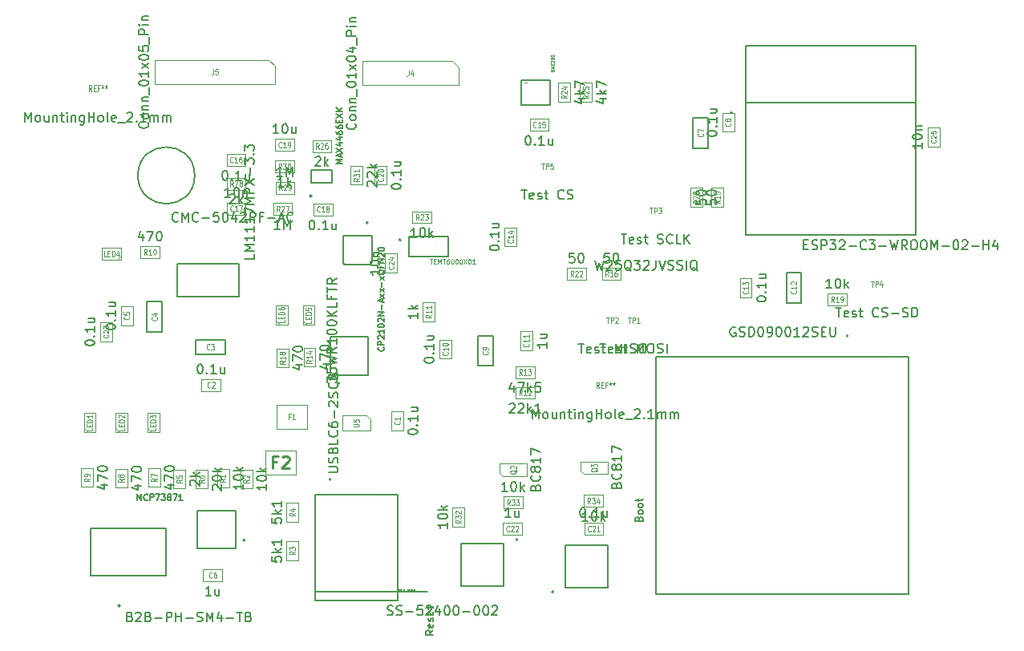
<source format=gbr>
%TF.GenerationSoftware,KiCad,Pcbnew,9.0.4*%
%TF.CreationDate,2025-12-28T12:05:50+05:30*%
%TF.ProjectId,ESP-32 C3 demo project004,4553502d-3332-4204-9333-2064656d6f20,rev?*%
%TF.SameCoordinates,Original*%
%TF.FileFunction,AssemblyDrawing,Top*%
%FSLAX45Y45*%
G04 Gerber Fmt 4.5, Leading zero omitted, Abs format (unit mm)*
G04 Created by KiCad (PCBNEW 9.0.4) date 2025-12-28 12:05:50*
%MOMM*%
%LPD*%
G01*
G04 APERTURE LIST*
%ADD10C,0.150000*%
%ADD11C,0.080000*%
%ADD12C,0.125000*%
%ADD13C,0.050000*%
%ADD14C,0.060000*%
%ADD15C,0.120195*%
%ADD16C,0.080276*%
%ADD17C,0.254000*%
%ADD18C,0.100000*%
%ADD19C,0.200000*%
%ADD20C,0.152400*%
%ADD21C,0.127000*%
G04 APERTURE END LIST*
D10*
X16277782Y-9576586D02*
X16277782Y-9624205D01*
X16277782Y-9624205D02*
X16325401Y-9628967D01*
X16325401Y-9628967D02*
X16320639Y-9624205D01*
X16320639Y-9624205D02*
X16315877Y-9614681D01*
X16315877Y-9614681D02*
X16315877Y-9590871D01*
X16315877Y-9590871D02*
X16320639Y-9581348D01*
X16320639Y-9581348D02*
X16325401Y-9576586D01*
X16325401Y-9576586D02*
X16334925Y-9571824D01*
X16334925Y-9571824D02*
X16358734Y-9571824D01*
X16358734Y-9571824D02*
X16368258Y-9576586D01*
X16368258Y-9576586D02*
X16373020Y-9581348D01*
X16373020Y-9581348D02*
X16377782Y-9590871D01*
X16377782Y-9590871D02*
X16377782Y-9614681D01*
X16377782Y-9614681D02*
X16373020Y-9624205D01*
X16373020Y-9624205D02*
X16368258Y-9628967D01*
X16377782Y-9528967D02*
X16277782Y-9528967D01*
X16339687Y-9519443D02*
X16377782Y-9490871D01*
X16311115Y-9490871D02*
X16349210Y-9528967D01*
X16377782Y-9395633D02*
X16377782Y-9452776D01*
X16377782Y-9424205D02*
X16277782Y-9424205D01*
X16277782Y-9424205D02*
X16292068Y-9433729D01*
X16292068Y-9433729D02*
X16301591Y-9443252D01*
X16301591Y-9443252D02*
X16306353Y-9452776D01*
D11*
X16524641Y-9520633D02*
X16496070Y-9537300D01*
X16524641Y-9549205D02*
X16464641Y-9549205D01*
X16464641Y-9549205D02*
X16464641Y-9530157D01*
X16464641Y-9530157D02*
X16467498Y-9525395D01*
X16467498Y-9525395D02*
X16470355Y-9523014D01*
X16470355Y-9523014D02*
X16476070Y-9520633D01*
X16476070Y-9520633D02*
X16484641Y-9520633D01*
X16484641Y-9520633D02*
X16490355Y-9523014D01*
X16490355Y-9523014D02*
X16493212Y-9525395D01*
X16493212Y-9525395D02*
X16496070Y-9530157D01*
X16496070Y-9530157D02*
X16496070Y-9549205D01*
X16464641Y-9503967D02*
X16464641Y-9473014D01*
X16464641Y-9473014D02*
X16487498Y-9489681D01*
X16487498Y-9489681D02*
X16487498Y-9482538D01*
X16487498Y-9482538D02*
X16490355Y-9477776D01*
X16490355Y-9477776D02*
X16493212Y-9475395D01*
X16493212Y-9475395D02*
X16498927Y-9473014D01*
X16498927Y-9473014D02*
X16513212Y-9473014D01*
X16513212Y-9473014D02*
X16518927Y-9475395D01*
X16518927Y-9475395D02*
X16521784Y-9477776D01*
X16521784Y-9477776D02*
X16524641Y-9482538D01*
X16524641Y-9482538D02*
X16524641Y-9496824D01*
X16524641Y-9496824D02*
X16521784Y-9501586D01*
X16521784Y-9501586D02*
X16518927Y-9503967D01*
D10*
X19615876Y-9197182D02*
X19558733Y-9197182D01*
X19587305Y-9197182D02*
X19587305Y-9097182D01*
X19587305Y-9097182D02*
X19577781Y-9111468D01*
X19577781Y-9111468D02*
X19568257Y-9120991D01*
X19568257Y-9120991D02*
X19558733Y-9125753D01*
X19677781Y-9097182D02*
X19687305Y-9097182D01*
X19687305Y-9097182D02*
X19696829Y-9101944D01*
X19696829Y-9101944D02*
X19701590Y-9106706D01*
X19701590Y-9106706D02*
X19706352Y-9116230D01*
X19706352Y-9116230D02*
X19711114Y-9135277D01*
X19711114Y-9135277D02*
X19711114Y-9159087D01*
X19711114Y-9159087D02*
X19706352Y-9178134D01*
X19706352Y-9178134D02*
X19701590Y-9187658D01*
X19701590Y-9187658D02*
X19696829Y-9192420D01*
X19696829Y-9192420D02*
X19687305Y-9197182D01*
X19687305Y-9197182D02*
X19677781Y-9197182D01*
X19677781Y-9197182D02*
X19668257Y-9192420D01*
X19668257Y-9192420D02*
X19663495Y-9187658D01*
X19663495Y-9187658D02*
X19658733Y-9178134D01*
X19658733Y-9178134D02*
X19653971Y-9159087D01*
X19653971Y-9159087D02*
X19653971Y-9135277D01*
X19653971Y-9135277D02*
X19658733Y-9116230D01*
X19658733Y-9116230D02*
X19663495Y-9106706D01*
X19663495Y-9106706D02*
X19668257Y-9101944D01*
X19668257Y-9101944D02*
X19677781Y-9097182D01*
X19753971Y-9197182D02*
X19753971Y-9097182D01*
X19763495Y-9159087D02*
X19792067Y-9197182D01*
X19792067Y-9130515D02*
X19753971Y-9168610D01*
D11*
X19643257Y-9014041D02*
X19626591Y-8985470D01*
X19614686Y-9014041D02*
X19614686Y-8954041D01*
X19614686Y-8954041D02*
X19633733Y-8954041D01*
X19633733Y-8954041D02*
X19638495Y-8956898D01*
X19638495Y-8956898D02*
X19640876Y-8959755D01*
X19640876Y-8959755D02*
X19643257Y-8965470D01*
X19643257Y-8965470D02*
X19643257Y-8974041D01*
X19643257Y-8974041D02*
X19640876Y-8979755D01*
X19640876Y-8979755D02*
X19638495Y-8982613D01*
X19638495Y-8982613D02*
X19633733Y-8985470D01*
X19633733Y-8985470D02*
X19614686Y-8985470D01*
X19659924Y-8954041D02*
X19690876Y-8954041D01*
X19690876Y-8954041D02*
X19674210Y-8976898D01*
X19674210Y-8976898D02*
X19681352Y-8976898D01*
X19681352Y-8976898D02*
X19686114Y-8979755D01*
X19686114Y-8979755D02*
X19688495Y-8982613D01*
X19688495Y-8982613D02*
X19690876Y-8988327D01*
X19690876Y-8988327D02*
X19690876Y-9002613D01*
X19690876Y-9002613D02*
X19688495Y-9008327D01*
X19688495Y-9008327D02*
X19686114Y-9011184D01*
X19686114Y-9011184D02*
X19681352Y-9014041D01*
X19681352Y-9014041D02*
X19667067Y-9014041D01*
X19667067Y-9014041D02*
X19662305Y-9011184D01*
X19662305Y-9011184D02*
X19659924Y-9008327D01*
X19733733Y-8974041D02*
X19733733Y-9014041D01*
X19721829Y-8951184D02*
X19709924Y-8994041D01*
X19709924Y-8994041D02*
X19740876Y-8994041D01*
D12*
X15061393Y-7049333D02*
X15064250Y-7051714D01*
X15064250Y-7051714D02*
X15067107Y-7058857D01*
X15067107Y-7058857D02*
X15067107Y-7063619D01*
X15067107Y-7063619D02*
X15064250Y-7070762D01*
X15064250Y-7070762D02*
X15058536Y-7075524D01*
X15058536Y-7075524D02*
X15052821Y-7077905D01*
X15052821Y-7077905D02*
X15041393Y-7080286D01*
X15041393Y-7080286D02*
X15032821Y-7080286D01*
X15032821Y-7080286D02*
X15021393Y-7077905D01*
X15021393Y-7077905D02*
X15015678Y-7075524D01*
X15015678Y-7075524D02*
X15009964Y-7070762D01*
X15009964Y-7070762D02*
X15007107Y-7063619D01*
X15007107Y-7063619D02*
X15007107Y-7058857D01*
X15007107Y-7058857D02*
X15009964Y-7051714D01*
X15009964Y-7051714D02*
X15012821Y-7049333D01*
X15027107Y-7006476D02*
X15067107Y-7006476D01*
X15004250Y-7018381D02*
X15047107Y-7030286D01*
X15047107Y-7030286D02*
X15047107Y-6999333D01*
D10*
X19511315Y-4742648D02*
X19577982Y-4742648D01*
X19473220Y-4766457D02*
X19544649Y-4790267D01*
X19544649Y-4790267D02*
X19544649Y-4728362D01*
X19577982Y-4690267D02*
X19477982Y-4690267D01*
X19539887Y-4680743D02*
X19577982Y-4652171D01*
X19511315Y-4652171D02*
X19549410Y-4690267D01*
X19477982Y-4618838D02*
X19477982Y-4552171D01*
X19477982Y-4552171D02*
X19577982Y-4595029D01*
D11*
X19394841Y-4705743D02*
X19366270Y-4722409D01*
X19394841Y-4734314D02*
X19334841Y-4734314D01*
X19334841Y-4734314D02*
X19334841Y-4715267D01*
X19334841Y-4715267D02*
X19337698Y-4710505D01*
X19337698Y-4710505D02*
X19340555Y-4708124D01*
X19340555Y-4708124D02*
X19346270Y-4705743D01*
X19346270Y-4705743D02*
X19354841Y-4705743D01*
X19354841Y-4705743D02*
X19360555Y-4708124D01*
X19360555Y-4708124D02*
X19363413Y-4710505D01*
X19363413Y-4710505D02*
X19366270Y-4715267D01*
X19366270Y-4715267D02*
X19366270Y-4734314D01*
X19340555Y-4686695D02*
X19337698Y-4684314D01*
X19337698Y-4684314D02*
X19334841Y-4679552D01*
X19334841Y-4679552D02*
X19334841Y-4667648D01*
X19334841Y-4667648D02*
X19337698Y-4662886D01*
X19337698Y-4662886D02*
X19340555Y-4660505D01*
X19340555Y-4660505D02*
X19346270Y-4658124D01*
X19346270Y-4658124D02*
X19351984Y-4658124D01*
X19351984Y-4658124D02*
X19360555Y-4660505D01*
X19360555Y-4660505D02*
X19394841Y-4689076D01*
X19394841Y-4689076D02*
X19394841Y-4658124D01*
X19354841Y-4615267D02*
X19394841Y-4615267D01*
X19331984Y-4627171D02*
X19374841Y-4639076D01*
X19374841Y-4639076D02*
X19374841Y-4608124D01*
D10*
X19032952Y-8117482D02*
X19032952Y-8017482D01*
X19032952Y-8017482D02*
X19066286Y-8088910D01*
X19066286Y-8088910D02*
X19099619Y-8017482D01*
X19099619Y-8017482D02*
X19099619Y-8117482D01*
X19161524Y-8117482D02*
X19152000Y-8112720D01*
X19152000Y-8112720D02*
X19147238Y-8107958D01*
X19147238Y-8107958D02*
X19142476Y-8098434D01*
X19142476Y-8098434D02*
X19142476Y-8069863D01*
X19142476Y-8069863D02*
X19147238Y-8060339D01*
X19147238Y-8060339D02*
X19152000Y-8055577D01*
X19152000Y-8055577D02*
X19161524Y-8050815D01*
X19161524Y-8050815D02*
X19175810Y-8050815D01*
X19175810Y-8050815D02*
X19185333Y-8055577D01*
X19185333Y-8055577D02*
X19190095Y-8060339D01*
X19190095Y-8060339D02*
X19194857Y-8069863D01*
X19194857Y-8069863D02*
X19194857Y-8098434D01*
X19194857Y-8098434D02*
X19190095Y-8107958D01*
X19190095Y-8107958D02*
X19185333Y-8112720D01*
X19185333Y-8112720D02*
X19175810Y-8117482D01*
X19175810Y-8117482D02*
X19161524Y-8117482D01*
X19280571Y-8050815D02*
X19280571Y-8117482D01*
X19237714Y-8050815D02*
X19237714Y-8103196D01*
X19237714Y-8103196D02*
X19242476Y-8112720D01*
X19242476Y-8112720D02*
X19252000Y-8117482D01*
X19252000Y-8117482D02*
X19266286Y-8117482D01*
X19266286Y-8117482D02*
X19275810Y-8112720D01*
X19275810Y-8112720D02*
X19280571Y-8107958D01*
X19328191Y-8050815D02*
X19328191Y-8117482D01*
X19328191Y-8060339D02*
X19332952Y-8055577D01*
X19332952Y-8055577D02*
X19342476Y-8050815D01*
X19342476Y-8050815D02*
X19356762Y-8050815D01*
X19356762Y-8050815D02*
X19366286Y-8055577D01*
X19366286Y-8055577D02*
X19371048Y-8065101D01*
X19371048Y-8065101D02*
X19371048Y-8117482D01*
X19404381Y-8050815D02*
X19442476Y-8050815D01*
X19418667Y-8017482D02*
X19418667Y-8103196D01*
X19418667Y-8103196D02*
X19423429Y-8112720D01*
X19423429Y-8112720D02*
X19432952Y-8117482D01*
X19432952Y-8117482D02*
X19442476Y-8117482D01*
X19475810Y-8117482D02*
X19475810Y-8050815D01*
X19475810Y-8017482D02*
X19471048Y-8022244D01*
X19471048Y-8022244D02*
X19475810Y-8027006D01*
X19475810Y-8027006D02*
X19480572Y-8022244D01*
X19480572Y-8022244D02*
X19475810Y-8017482D01*
X19475810Y-8017482D02*
X19475810Y-8027006D01*
X19523429Y-8050815D02*
X19523429Y-8117482D01*
X19523429Y-8060339D02*
X19528191Y-8055577D01*
X19528191Y-8055577D02*
X19537714Y-8050815D01*
X19537714Y-8050815D02*
X19552000Y-8050815D01*
X19552000Y-8050815D02*
X19561524Y-8055577D01*
X19561524Y-8055577D02*
X19566286Y-8065101D01*
X19566286Y-8065101D02*
X19566286Y-8117482D01*
X19656762Y-8050815D02*
X19656762Y-8131768D01*
X19656762Y-8131768D02*
X19652000Y-8141291D01*
X19652000Y-8141291D02*
X19647238Y-8146053D01*
X19647238Y-8146053D02*
X19637714Y-8150815D01*
X19637714Y-8150815D02*
X19623429Y-8150815D01*
X19623429Y-8150815D02*
X19613905Y-8146053D01*
X19656762Y-8112720D02*
X19647238Y-8117482D01*
X19647238Y-8117482D02*
X19628191Y-8117482D01*
X19628191Y-8117482D02*
X19618667Y-8112720D01*
X19618667Y-8112720D02*
X19613905Y-8107958D01*
X19613905Y-8107958D02*
X19609143Y-8098434D01*
X19609143Y-8098434D02*
X19609143Y-8069863D01*
X19609143Y-8069863D02*
X19613905Y-8060339D01*
X19613905Y-8060339D02*
X19618667Y-8055577D01*
X19618667Y-8055577D02*
X19628191Y-8050815D01*
X19628191Y-8050815D02*
X19647238Y-8050815D01*
X19647238Y-8050815D02*
X19656762Y-8055577D01*
X19704381Y-8117482D02*
X19704381Y-8017482D01*
X19704381Y-8065101D02*
X19761524Y-8065101D01*
X19761524Y-8117482D02*
X19761524Y-8017482D01*
X19823429Y-8117482D02*
X19813905Y-8112720D01*
X19813905Y-8112720D02*
X19809143Y-8107958D01*
X19809143Y-8107958D02*
X19804381Y-8098434D01*
X19804381Y-8098434D02*
X19804381Y-8069863D01*
X19804381Y-8069863D02*
X19809143Y-8060339D01*
X19809143Y-8060339D02*
X19813905Y-8055577D01*
X19813905Y-8055577D02*
X19823429Y-8050815D01*
X19823429Y-8050815D02*
X19837714Y-8050815D01*
X19837714Y-8050815D02*
X19847238Y-8055577D01*
X19847238Y-8055577D02*
X19852000Y-8060339D01*
X19852000Y-8060339D02*
X19856762Y-8069863D01*
X19856762Y-8069863D02*
X19856762Y-8098434D01*
X19856762Y-8098434D02*
X19852000Y-8107958D01*
X19852000Y-8107958D02*
X19847238Y-8112720D01*
X19847238Y-8112720D02*
X19837714Y-8117482D01*
X19837714Y-8117482D02*
X19823429Y-8117482D01*
X19913905Y-8117482D02*
X19904381Y-8112720D01*
X19904381Y-8112720D02*
X19899619Y-8103196D01*
X19899619Y-8103196D02*
X19899619Y-8017482D01*
X19990095Y-8112720D02*
X19980572Y-8117482D01*
X19980572Y-8117482D02*
X19961524Y-8117482D01*
X19961524Y-8117482D02*
X19952000Y-8112720D01*
X19952000Y-8112720D02*
X19947238Y-8103196D01*
X19947238Y-8103196D02*
X19947238Y-8065101D01*
X19947238Y-8065101D02*
X19952000Y-8055577D01*
X19952000Y-8055577D02*
X19961524Y-8050815D01*
X19961524Y-8050815D02*
X19980572Y-8050815D01*
X19980572Y-8050815D02*
X19990095Y-8055577D01*
X19990095Y-8055577D02*
X19994857Y-8065101D01*
X19994857Y-8065101D02*
X19994857Y-8074625D01*
X19994857Y-8074625D02*
X19947238Y-8084148D01*
X20013905Y-8127006D02*
X20090095Y-8127006D01*
X20109143Y-8027006D02*
X20113905Y-8022244D01*
X20113905Y-8022244D02*
X20123429Y-8017482D01*
X20123429Y-8017482D02*
X20147238Y-8017482D01*
X20147238Y-8017482D02*
X20156762Y-8022244D01*
X20156762Y-8022244D02*
X20161524Y-8027006D01*
X20161524Y-8027006D02*
X20166286Y-8036529D01*
X20166286Y-8036529D02*
X20166286Y-8046053D01*
X20166286Y-8046053D02*
X20161524Y-8060339D01*
X20161524Y-8060339D02*
X20104381Y-8117482D01*
X20104381Y-8117482D02*
X20166286Y-8117482D01*
X20209143Y-8107958D02*
X20213905Y-8112720D01*
X20213905Y-8112720D02*
X20209143Y-8117482D01*
X20209143Y-8117482D02*
X20204381Y-8112720D01*
X20204381Y-8112720D02*
X20209143Y-8107958D01*
X20209143Y-8107958D02*
X20209143Y-8117482D01*
X20309143Y-8117482D02*
X20252000Y-8117482D01*
X20280572Y-8117482D02*
X20280572Y-8017482D01*
X20280572Y-8017482D02*
X20271048Y-8031768D01*
X20271048Y-8031768D02*
X20261524Y-8041291D01*
X20261524Y-8041291D02*
X20252000Y-8046053D01*
X20352000Y-8117482D02*
X20352000Y-8050815D01*
X20352000Y-8060339D02*
X20356762Y-8055577D01*
X20356762Y-8055577D02*
X20366286Y-8050815D01*
X20366286Y-8050815D02*
X20380572Y-8050815D01*
X20380572Y-8050815D02*
X20390095Y-8055577D01*
X20390095Y-8055577D02*
X20394857Y-8065101D01*
X20394857Y-8065101D02*
X20394857Y-8117482D01*
X20394857Y-8065101D02*
X20399619Y-8055577D01*
X20399619Y-8055577D02*
X20409143Y-8050815D01*
X20409143Y-8050815D02*
X20423429Y-8050815D01*
X20423429Y-8050815D02*
X20432953Y-8055577D01*
X20432953Y-8055577D02*
X20437714Y-8065101D01*
X20437714Y-8065101D02*
X20437714Y-8117482D01*
X20485333Y-8117482D02*
X20485333Y-8050815D01*
X20485333Y-8060339D02*
X20490095Y-8055577D01*
X20490095Y-8055577D02*
X20499619Y-8050815D01*
X20499619Y-8050815D02*
X20513905Y-8050815D01*
X20513905Y-8050815D02*
X20523429Y-8055577D01*
X20523429Y-8055577D02*
X20528191Y-8065101D01*
X20528191Y-8065101D02*
X20528191Y-8117482D01*
X20528191Y-8065101D02*
X20532952Y-8055577D01*
X20532952Y-8055577D02*
X20542476Y-8050815D01*
X20542476Y-8050815D02*
X20556762Y-8050815D01*
X20556762Y-8050815D02*
X20566286Y-8055577D01*
X20566286Y-8055577D02*
X20571048Y-8065101D01*
X20571048Y-8065101D02*
X20571048Y-8117482D01*
D12*
X19735333Y-7794107D02*
X19718667Y-7765536D01*
X19706762Y-7794107D02*
X19706762Y-7734107D01*
X19706762Y-7734107D02*
X19725810Y-7734107D01*
X19725810Y-7734107D02*
X19730571Y-7736964D01*
X19730571Y-7736964D02*
X19732952Y-7739821D01*
X19732952Y-7739821D02*
X19735333Y-7745536D01*
X19735333Y-7745536D02*
X19735333Y-7754107D01*
X19735333Y-7754107D02*
X19732952Y-7759821D01*
X19732952Y-7759821D02*
X19730571Y-7762678D01*
X19730571Y-7762678D02*
X19725810Y-7765536D01*
X19725810Y-7765536D02*
X19706762Y-7765536D01*
X19756762Y-7762678D02*
X19773429Y-7762678D01*
X19780571Y-7794107D02*
X19756762Y-7794107D01*
X19756762Y-7794107D02*
X19756762Y-7734107D01*
X19756762Y-7734107D02*
X19780571Y-7734107D01*
X19818667Y-7762678D02*
X19802000Y-7762678D01*
X19802000Y-7794107D02*
X19802000Y-7734107D01*
X19802000Y-7734107D02*
X19825810Y-7734107D01*
X19852000Y-7734107D02*
X19852000Y-7748393D01*
X19840095Y-7742678D02*
X19852000Y-7748393D01*
X19852000Y-7748393D02*
X19863905Y-7742678D01*
X19844857Y-7759821D02*
X19852000Y-7748393D01*
X19852000Y-7748393D02*
X19859143Y-7759821D01*
X19890095Y-7734107D02*
X19890095Y-7748393D01*
X19878190Y-7742678D02*
X19890095Y-7748393D01*
X19890095Y-7748393D02*
X19902000Y-7742678D01*
X19882952Y-7759821D02*
X19890095Y-7748393D01*
X19890095Y-7748393D02*
X19897238Y-7759821D01*
D10*
X19838990Y-6371782D02*
X19791371Y-6371782D01*
X19791371Y-6371782D02*
X19786610Y-6419401D01*
X19786610Y-6419401D02*
X19791371Y-6414639D01*
X19791371Y-6414639D02*
X19800895Y-6409877D01*
X19800895Y-6409877D02*
X19824705Y-6409877D01*
X19824705Y-6409877D02*
X19834229Y-6414639D01*
X19834229Y-6414639D02*
X19838990Y-6419401D01*
X19838990Y-6419401D02*
X19843752Y-6428925D01*
X19843752Y-6428925D02*
X19843752Y-6452734D01*
X19843752Y-6452734D02*
X19838990Y-6462258D01*
X19838990Y-6462258D02*
X19834229Y-6467020D01*
X19834229Y-6467020D02*
X19824705Y-6471782D01*
X19824705Y-6471782D02*
X19800895Y-6471782D01*
X19800895Y-6471782D02*
X19791371Y-6467020D01*
X19791371Y-6467020D02*
X19786610Y-6462258D01*
X19905657Y-6371782D02*
X19915181Y-6371782D01*
X19915181Y-6371782D02*
X19924705Y-6376544D01*
X19924705Y-6376544D02*
X19929467Y-6381306D01*
X19929467Y-6381306D02*
X19934229Y-6390829D01*
X19934229Y-6390829D02*
X19938990Y-6409877D01*
X19938990Y-6409877D02*
X19938990Y-6433687D01*
X19938990Y-6433687D02*
X19934229Y-6452734D01*
X19934229Y-6452734D02*
X19929467Y-6462258D01*
X19929467Y-6462258D02*
X19924705Y-6467020D01*
X19924705Y-6467020D02*
X19915181Y-6471782D01*
X19915181Y-6471782D02*
X19905657Y-6471782D01*
X19905657Y-6471782D02*
X19896133Y-6467020D01*
X19896133Y-6467020D02*
X19891371Y-6462258D01*
X19891371Y-6462258D02*
X19886610Y-6452734D01*
X19886610Y-6452734D02*
X19881848Y-6433687D01*
X19881848Y-6433687D02*
X19881848Y-6409877D01*
X19881848Y-6409877D02*
X19886610Y-6390829D01*
X19886610Y-6390829D02*
X19891371Y-6381306D01*
X19891371Y-6381306D02*
X19896133Y-6376544D01*
X19896133Y-6376544D02*
X19905657Y-6371782D01*
D11*
X19830657Y-6618641D02*
X19813991Y-6590070D01*
X19802086Y-6618641D02*
X19802086Y-6558641D01*
X19802086Y-6558641D02*
X19821133Y-6558641D01*
X19821133Y-6558641D02*
X19825895Y-6561498D01*
X19825895Y-6561498D02*
X19828276Y-6564355D01*
X19828276Y-6564355D02*
X19830657Y-6570070D01*
X19830657Y-6570070D02*
X19830657Y-6578641D01*
X19830657Y-6578641D02*
X19828276Y-6584355D01*
X19828276Y-6584355D02*
X19825895Y-6587212D01*
X19825895Y-6587212D02*
X19821133Y-6590070D01*
X19821133Y-6590070D02*
X19802086Y-6590070D01*
X19878276Y-6618641D02*
X19849705Y-6618641D01*
X19863991Y-6618641D02*
X19863991Y-6558641D01*
X19863991Y-6558641D02*
X19859229Y-6567212D01*
X19859229Y-6567212D02*
X19854467Y-6572927D01*
X19854467Y-6572927D02*
X19849705Y-6575784D01*
X19921133Y-6558641D02*
X19911610Y-6558641D01*
X19911610Y-6558641D02*
X19906848Y-6561498D01*
X19906848Y-6561498D02*
X19904467Y-6564355D01*
X19904467Y-6564355D02*
X19899705Y-6572927D01*
X19899705Y-6572927D02*
X19897324Y-6584355D01*
X19897324Y-6584355D02*
X19897324Y-6607212D01*
X19897324Y-6607212D02*
X19899705Y-6612927D01*
X19899705Y-6612927D02*
X19902086Y-6615784D01*
X19902086Y-6615784D02*
X19906848Y-6618641D01*
X19906848Y-6618641D02*
X19916371Y-6618641D01*
X19916371Y-6618641D02*
X19921133Y-6615784D01*
X19921133Y-6615784D02*
X19923514Y-6612927D01*
X19923514Y-6612927D02*
X19925895Y-6607212D01*
X19925895Y-6607212D02*
X19925895Y-6592927D01*
X19925895Y-6592927D02*
X19923514Y-6587212D01*
X19923514Y-6587212D02*
X19921133Y-6584355D01*
X19921133Y-6584355D02*
X19916371Y-6581498D01*
X19916371Y-6581498D02*
X19906848Y-6581498D01*
X19906848Y-6581498D02*
X19902086Y-6584355D01*
X19902086Y-6584355D02*
X19899705Y-6587212D01*
X19899705Y-6587212D02*
X19897324Y-6592927D01*
D10*
X19062501Y-8843414D02*
X19067263Y-8829129D01*
X19067263Y-8829129D02*
X19072025Y-8824367D01*
X19072025Y-8824367D02*
X19081549Y-8819605D01*
X19081549Y-8819605D02*
X19095834Y-8819605D01*
X19095834Y-8819605D02*
X19105358Y-8824367D01*
X19105358Y-8824367D02*
X19110120Y-8829129D01*
X19110120Y-8829129D02*
X19114882Y-8838652D01*
X19114882Y-8838652D02*
X19114882Y-8876748D01*
X19114882Y-8876748D02*
X19014882Y-8876748D01*
X19014882Y-8876748D02*
X19014882Y-8843414D01*
X19014882Y-8843414D02*
X19019644Y-8833890D01*
X19019644Y-8833890D02*
X19024406Y-8829129D01*
X19024406Y-8829129D02*
X19033930Y-8824367D01*
X19033930Y-8824367D02*
X19043453Y-8824367D01*
X19043453Y-8824367D02*
X19052977Y-8829129D01*
X19052977Y-8829129D02*
X19057739Y-8833890D01*
X19057739Y-8833890D02*
X19062501Y-8843414D01*
X19062501Y-8843414D02*
X19062501Y-8876748D01*
X19105358Y-8719605D02*
X19110120Y-8724367D01*
X19110120Y-8724367D02*
X19114882Y-8738652D01*
X19114882Y-8738652D02*
X19114882Y-8748176D01*
X19114882Y-8748176D02*
X19110120Y-8762462D01*
X19110120Y-8762462D02*
X19100596Y-8771986D01*
X19100596Y-8771986D02*
X19091072Y-8776748D01*
X19091072Y-8776748D02*
X19072025Y-8781509D01*
X19072025Y-8781509D02*
X19057739Y-8781509D01*
X19057739Y-8781509D02*
X19038691Y-8776748D01*
X19038691Y-8776748D02*
X19029168Y-8771986D01*
X19029168Y-8771986D02*
X19019644Y-8762462D01*
X19019644Y-8762462D02*
X19014882Y-8748176D01*
X19014882Y-8748176D02*
X19014882Y-8738652D01*
X19014882Y-8738652D02*
X19019644Y-8724367D01*
X19019644Y-8724367D02*
X19024406Y-8719605D01*
X19057739Y-8662462D02*
X19052977Y-8671986D01*
X19052977Y-8671986D02*
X19048215Y-8676748D01*
X19048215Y-8676748D02*
X19038691Y-8681509D01*
X19038691Y-8681509D02*
X19033930Y-8681509D01*
X19033930Y-8681509D02*
X19024406Y-8676748D01*
X19024406Y-8676748D02*
X19019644Y-8671986D01*
X19019644Y-8671986D02*
X19014882Y-8662462D01*
X19014882Y-8662462D02*
X19014882Y-8643414D01*
X19014882Y-8643414D02*
X19019644Y-8633890D01*
X19019644Y-8633890D02*
X19024406Y-8629129D01*
X19024406Y-8629129D02*
X19033930Y-8624367D01*
X19033930Y-8624367D02*
X19038691Y-8624367D01*
X19038691Y-8624367D02*
X19048215Y-8629129D01*
X19048215Y-8629129D02*
X19052977Y-8633890D01*
X19052977Y-8633890D02*
X19057739Y-8643414D01*
X19057739Y-8643414D02*
X19057739Y-8662462D01*
X19057739Y-8662462D02*
X19062501Y-8671986D01*
X19062501Y-8671986D02*
X19067263Y-8676748D01*
X19067263Y-8676748D02*
X19076787Y-8681509D01*
X19076787Y-8681509D02*
X19095834Y-8681509D01*
X19095834Y-8681509D02*
X19105358Y-8676748D01*
X19105358Y-8676748D02*
X19110120Y-8671986D01*
X19110120Y-8671986D02*
X19114882Y-8662462D01*
X19114882Y-8662462D02*
X19114882Y-8643414D01*
X19114882Y-8643414D02*
X19110120Y-8633890D01*
X19110120Y-8633890D02*
X19105358Y-8629129D01*
X19105358Y-8629129D02*
X19095834Y-8624367D01*
X19095834Y-8624367D02*
X19076787Y-8624367D01*
X19076787Y-8624367D02*
X19067263Y-8629129D01*
X19067263Y-8629129D02*
X19062501Y-8633890D01*
X19062501Y-8633890D02*
X19057739Y-8643414D01*
X19114882Y-8529129D02*
X19114882Y-8586271D01*
X19114882Y-8557700D02*
X19014882Y-8557700D01*
X19014882Y-8557700D02*
X19029168Y-8567224D01*
X19029168Y-8567224D02*
X19038691Y-8576748D01*
X19038691Y-8576748D02*
X19043453Y-8586271D01*
X19014882Y-8495795D02*
X19014882Y-8429129D01*
X19014882Y-8429129D02*
X19114882Y-8471986D01*
D13*
X18862611Y-8662462D02*
X18859754Y-8667224D01*
X18859754Y-8667224D02*
X18854040Y-8671986D01*
X18854040Y-8671986D02*
X18845469Y-8679129D01*
X18845469Y-8679129D02*
X18842611Y-8683890D01*
X18842611Y-8683890D02*
X18842611Y-8688652D01*
X18856897Y-8686271D02*
X18854040Y-8691033D01*
X18854040Y-8691033D02*
X18848326Y-8695795D01*
X18848326Y-8695795D02*
X18836897Y-8698176D01*
X18836897Y-8698176D02*
X18816897Y-8698176D01*
X18816897Y-8698176D02*
X18805469Y-8695795D01*
X18805469Y-8695795D02*
X18799754Y-8691033D01*
X18799754Y-8691033D02*
X18796897Y-8686271D01*
X18796897Y-8686271D02*
X18796897Y-8676748D01*
X18796897Y-8676748D02*
X18799754Y-8671986D01*
X18799754Y-8671986D02*
X18805469Y-8667224D01*
X18805469Y-8667224D02*
X18816897Y-8664843D01*
X18816897Y-8664843D02*
X18836897Y-8664843D01*
X18836897Y-8664843D02*
X18848326Y-8667224D01*
X18848326Y-8667224D02*
X18854040Y-8671986D01*
X18854040Y-8671986D02*
X18856897Y-8676748D01*
X18856897Y-8676748D02*
X18856897Y-8686271D01*
X18802611Y-8645795D02*
X18799754Y-8643414D01*
X18799754Y-8643414D02*
X18796897Y-8638652D01*
X18796897Y-8638652D02*
X18796897Y-8626748D01*
X18796897Y-8626748D02*
X18799754Y-8621986D01*
X18799754Y-8621986D02*
X18802611Y-8619605D01*
X18802611Y-8619605D02*
X18808326Y-8617224D01*
X18808326Y-8617224D02*
X18814040Y-8617224D01*
X18814040Y-8617224D02*
X18822611Y-8619605D01*
X18822611Y-8619605D02*
X18856897Y-8648176D01*
X18856897Y-8648176D02*
X18856897Y-8617224D01*
D10*
X19966033Y-6171082D02*
X20023176Y-6171082D01*
X19994605Y-6271082D02*
X19994605Y-6171082D01*
X20094605Y-6266320D02*
X20085081Y-6271082D01*
X20085081Y-6271082D02*
X20066033Y-6271082D01*
X20066033Y-6271082D02*
X20056510Y-6266320D01*
X20056510Y-6266320D02*
X20051748Y-6256796D01*
X20051748Y-6256796D02*
X20051748Y-6218701D01*
X20051748Y-6218701D02*
X20056510Y-6209177D01*
X20056510Y-6209177D02*
X20066033Y-6204415D01*
X20066033Y-6204415D02*
X20085081Y-6204415D01*
X20085081Y-6204415D02*
X20094605Y-6209177D01*
X20094605Y-6209177D02*
X20099367Y-6218701D01*
X20099367Y-6218701D02*
X20099367Y-6228225D01*
X20099367Y-6228225D02*
X20051748Y-6237748D01*
X20137462Y-6266320D02*
X20146986Y-6271082D01*
X20146986Y-6271082D02*
X20166033Y-6271082D01*
X20166033Y-6271082D02*
X20175557Y-6266320D01*
X20175557Y-6266320D02*
X20180319Y-6256796D01*
X20180319Y-6256796D02*
X20180319Y-6252034D01*
X20180319Y-6252034D02*
X20175557Y-6242510D01*
X20175557Y-6242510D02*
X20166033Y-6237748D01*
X20166033Y-6237748D02*
X20151748Y-6237748D01*
X20151748Y-6237748D02*
X20142224Y-6232987D01*
X20142224Y-6232987D02*
X20137462Y-6223463D01*
X20137462Y-6223463D02*
X20137462Y-6218701D01*
X20137462Y-6218701D02*
X20142224Y-6209177D01*
X20142224Y-6209177D02*
X20151748Y-6204415D01*
X20151748Y-6204415D02*
X20166033Y-6204415D01*
X20166033Y-6204415D02*
X20175557Y-6209177D01*
X20208891Y-6204415D02*
X20246986Y-6204415D01*
X20223176Y-6171082D02*
X20223176Y-6256796D01*
X20223176Y-6256796D02*
X20227938Y-6266320D01*
X20227938Y-6266320D02*
X20237462Y-6271082D01*
X20237462Y-6271082D02*
X20246986Y-6271082D01*
X20351748Y-6266320D02*
X20366033Y-6271082D01*
X20366033Y-6271082D02*
X20389843Y-6271082D01*
X20389843Y-6271082D02*
X20399367Y-6266320D01*
X20399367Y-6266320D02*
X20404129Y-6261558D01*
X20404129Y-6261558D02*
X20408891Y-6252034D01*
X20408891Y-6252034D02*
X20408891Y-6242510D01*
X20408891Y-6242510D02*
X20404129Y-6232987D01*
X20404129Y-6232987D02*
X20399367Y-6228225D01*
X20399367Y-6228225D02*
X20389843Y-6223463D01*
X20389843Y-6223463D02*
X20370795Y-6218701D01*
X20370795Y-6218701D02*
X20361272Y-6213939D01*
X20361272Y-6213939D02*
X20356510Y-6209177D01*
X20356510Y-6209177D02*
X20351748Y-6199653D01*
X20351748Y-6199653D02*
X20351748Y-6190129D01*
X20351748Y-6190129D02*
X20356510Y-6180606D01*
X20356510Y-6180606D02*
X20361272Y-6175844D01*
X20361272Y-6175844D02*
X20370795Y-6171082D01*
X20370795Y-6171082D02*
X20394605Y-6171082D01*
X20394605Y-6171082D02*
X20408891Y-6175844D01*
X20508891Y-6261558D02*
X20504129Y-6266320D01*
X20504129Y-6266320D02*
X20489843Y-6271082D01*
X20489843Y-6271082D02*
X20480319Y-6271082D01*
X20480319Y-6271082D02*
X20466033Y-6266320D01*
X20466033Y-6266320D02*
X20456510Y-6256796D01*
X20456510Y-6256796D02*
X20451748Y-6247272D01*
X20451748Y-6247272D02*
X20446986Y-6228225D01*
X20446986Y-6228225D02*
X20446986Y-6213939D01*
X20446986Y-6213939D02*
X20451748Y-6194891D01*
X20451748Y-6194891D02*
X20456510Y-6185368D01*
X20456510Y-6185368D02*
X20466033Y-6175844D01*
X20466033Y-6175844D02*
X20480319Y-6171082D01*
X20480319Y-6171082D02*
X20489843Y-6171082D01*
X20489843Y-6171082D02*
X20504129Y-6175844D01*
X20504129Y-6175844D02*
X20508891Y-6180606D01*
X20599367Y-6271082D02*
X20551748Y-6271082D01*
X20551748Y-6271082D02*
X20551748Y-6171082D01*
X20632700Y-6271082D02*
X20632700Y-6171082D01*
X20689843Y-6271082D02*
X20646986Y-6213939D01*
X20689843Y-6171082D02*
X20632700Y-6228225D01*
D12*
X20269605Y-5892707D02*
X20298176Y-5892707D01*
X20283891Y-5952707D02*
X20283891Y-5892707D01*
X20314843Y-5952707D02*
X20314843Y-5892707D01*
X20314843Y-5892707D02*
X20333890Y-5892707D01*
X20333890Y-5892707D02*
X20338652Y-5895564D01*
X20338652Y-5895564D02*
X20341033Y-5898421D01*
X20341033Y-5898421D02*
X20343414Y-5904136D01*
X20343414Y-5904136D02*
X20343414Y-5912707D01*
X20343414Y-5912707D02*
X20341033Y-5918421D01*
X20341033Y-5918421D02*
X20338652Y-5921278D01*
X20338652Y-5921278D02*
X20333890Y-5924136D01*
X20333890Y-5924136D02*
X20314843Y-5924136D01*
X20360081Y-5892707D02*
X20391033Y-5892707D01*
X20391033Y-5892707D02*
X20374367Y-5915564D01*
X20374367Y-5915564D02*
X20381510Y-5915564D01*
X20381510Y-5915564D02*
X20386271Y-5918421D01*
X20386271Y-5918421D02*
X20388652Y-5921278D01*
X20388652Y-5921278D02*
X20391033Y-5926993D01*
X20391033Y-5926993D02*
X20391033Y-5941278D01*
X20391033Y-5941278D02*
X20388652Y-5946993D01*
X20388652Y-5946993D02*
X20386271Y-5949850D01*
X20386271Y-5949850D02*
X20381510Y-5952707D01*
X20381510Y-5952707D02*
X20367224Y-5952707D01*
X20367224Y-5952707D02*
X20362462Y-5949850D01*
X20362462Y-5949850D02*
X20360081Y-5946993D01*
D10*
X18913510Y-5701182D02*
X18970652Y-5701182D01*
X18942081Y-5801182D02*
X18942081Y-5701182D01*
X19042081Y-5796420D02*
X19032557Y-5801182D01*
X19032557Y-5801182D02*
X19013510Y-5801182D01*
X19013510Y-5801182D02*
X19003986Y-5796420D01*
X19003986Y-5796420D02*
X18999224Y-5786896D01*
X18999224Y-5786896D02*
X18999224Y-5748801D01*
X18999224Y-5748801D02*
X19003986Y-5739277D01*
X19003986Y-5739277D02*
X19013510Y-5734515D01*
X19013510Y-5734515D02*
X19032557Y-5734515D01*
X19032557Y-5734515D02*
X19042081Y-5739277D01*
X19042081Y-5739277D02*
X19046843Y-5748801D01*
X19046843Y-5748801D02*
X19046843Y-5758325D01*
X19046843Y-5758325D02*
X18999224Y-5767848D01*
X19084938Y-5796420D02*
X19094462Y-5801182D01*
X19094462Y-5801182D02*
X19113510Y-5801182D01*
X19113510Y-5801182D02*
X19123033Y-5796420D01*
X19123033Y-5796420D02*
X19127795Y-5786896D01*
X19127795Y-5786896D02*
X19127795Y-5782134D01*
X19127795Y-5782134D02*
X19123033Y-5772610D01*
X19123033Y-5772610D02*
X19113510Y-5767848D01*
X19113510Y-5767848D02*
X19099224Y-5767848D01*
X19099224Y-5767848D02*
X19089700Y-5763087D01*
X19089700Y-5763087D02*
X19084938Y-5753563D01*
X19084938Y-5753563D02*
X19084938Y-5748801D01*
X19084938Y-5748801D02*
X19089700Y-5739277D01*
X19089700Y-5739277D02*
X19099224Y-5734515D01*
X19099224Y-5734515D02*
X19113510Y-5734515D01*
X19113510Y-5734515D02*
X19123033Y-5739277D01*
X19156367Y-5734515D02*
X19194462Y-5734515D01*
X19170652Y-5701182D02*
X19170652Y-5786896D01*
X19170652Y-5786896D02*
X19175414Y-5796420D01*
X19175414Y-5796420D02*
X19184938Y-5801182D01*
X19184938Y-5801182D02*
X19194462Y-5801182D01*
X19361129Y-5791658D02*
X19356367Y-5796420D01*
X19356367Y-5796420D02*
X19342081Y-5801182D01*
X19342081Y-5801182D02*
X19332557Y-5801182D01*
X19332557Y-5801182D02*
X19318272Y-5796420D01*
X19318272Y-5796420D02*
X19308748Y-5786896D01*
X19308748Y-5786896D02*
X19303986Y-5777372D01*
X19303986Y-5777372D02*
X19299224Y-5758325D01*
X19299224Y-5758325D02*
X19299224Y-5744039D01*
X19299224Y-5744039D02*
X19303986Y-5724991D01*
X19303986Y-5724991D02*
X19308748Y-5715468D01*
X19308748Y-5715468D02*
X19318272Y-5705944D01*
X19318272Y-5705944D02*
X19332557Y-5701182D01*
X19332557Y-5701182D02*
X19342081Y-5701182D01*
X19342081Y-5701182D02*
X19356367Y-5705944D01*
X19356367Y-5705944D02*
X19361129Y-5710706D01*
X19399224Y-5796420D02*
X19413510Y-5801182D01*
X19413510Y-5801182D02*
X19437319Y-5801182D01*
X19437319Y-5801182D02*
X19446843Y-5796420D01*
X19446843Y-5796420D02*
X19451605Y-5791658D01*
X19451605Y-5791658D02*
X19456367Y-5782134D01*
X19456367Y-5782134D02*
X19456367Y-5772610D01*
X19456367Y-5772610D02*
X19451605Y-5763087D01*
X19451605Y-5763087D02*
X19446843Y-5758325D01*
X19446843Y-5758325D02*
X19437319Y-5753563D01*
X19437319Y-5753563D02*
X19418272Y-5748801D01*
X19418272Y-5748801D02*
X19408748Y-5744039D01*
X19408748Y-5744039D02*
X19403986Y-5739277D01*
X19403986Y-5739277D02*
X19399224Y-5729753D01*
X19399224Y-5729753D02*
X19399224Y-5720229D01*
X19399224Y-5720229D02*
X19403986Y-5710706D01*
X19403986Y-5710706D02*
X19408748Y-5705944D01*
X19408748Y-5705944D02*
X19418272Y-5701182D01*
X19418272Y-5701182D02*
X19442081Y-5701182D01*
X19442081Y-5701182D02*
X19456367Y-5705944D01*
D12*
X19126605Y-5422807D02*
X19155176Y-5422807D01*
X19140891Y-5482807D02*
X19140891Y-5422807D01*
X19171843Y-5482807D02*
X19171843Y-5422807D01*
X19171843Y-5422807D02*
X19190890Y-5422807D01*
X19190890Y-5422807D02*
X19195652Y-5425664D01*
X19195652Y-5425664D02*
X19198033Y-5428521D01*
X19198033Y-5428521D02*
X19200414Y-5434236D01*
X19200414Y-5434236D02*
X19200414Y-5442807D01*
X19200414Y-5442807D02*
X19198033Y-5448521D01*
X19198033Y-5448521D02*
X19195652Y-5451379D01*
X19195652Y-5451379D02*
X19190890Y-5454236D01*
X19190890Y-5454236D02*
X19171843Y-5454236D01*
X19245652Y-5422807D02*
X19221843Y-5422807D01*
X19221843Y-5422807D02*
X19219462Y-5451379D01*
X19219462Y-5451379D02*
X19221843Y-5448521D01*
X19221843Y-5448521D02*
X19226605Y-5445664D01*
X19226605Y-5445664D02*
X19238510Y-5445664D01*
X19238510Y-5445664D02*
X19243271Y-5448521D01*
X19243271Y-5448521D02*
X19245652Y-5451379D01*
X19245652Y-5451379D02*
X19248033Y-5457093D01*
X19248033Y-5457093D02*
X19248033Y-5471379D01*
X19248033Y-5471379D02*
X19245652Y-5477093D01*
X19245652Y-5477093D02*
X19243271Y-5479950D01*
X19243271Y-5479950D02*
X19238510Y-5482807D01*
X19238510Y-5482807D02*
X19226605Y-5482807D01*
X19226605Y-5482807D02*
X19221843Y-5479950D01*
X19221843Y-5479950D02*
X19219462Y-5477093D01*
D10*
X16388428Y-5561482D02*
X16331286Y-5561482D01*
X16359857Y-5561482D02*
X16359857Y-5461482D01*
X16359857Y-5461482D02*
X16350333Y-5475768D01*
X16350333Y-5475768D02*
X16340809Y-5485291D01*
X16340809Y-5485291D02*
X16331286Y-5490053D01*
X16431286Y-5561482D02*
X16431286Y-5461482D01*
X16431286Y-5461482D02*
X16464619Y-5532910D01*
X16464619Y-5532910D02*
X16497952Y-5461482D01*
X16497952Y-5461482D02*
X16497952Y-5561482D01*
D11*
X16384857Y-5708341D02*
X16368190Y-5679770D01*
X16356286Y-5708341D02*
X16356286Y-5648341D01*
X16356286Y-5648341D02*
X16375333Y-5648341D01*
X16375333Y-5648341D02*
X16380095Y-5651198D01*
X16380095Y-5651198D02*
X16382476Y-5654055D01*
X16382476Y-5654055D02*
X16384857Y-5659770D01*
X16384857Y-5659770D02*
X16384857Y-5668341D01*
X16384857Y-5668341D02*
X16382476Y-5674055D01*
X16382476Y-5674055D02*
X16380095Y-5676912D01*
X16380095Y-5676912D02*
X16375333Y-5679770D01*
X16375333Y-5679770D02*
X16356286Y-5679770D01*
X16403905Y-5654055D02*
X16406286Y-5651198D01*
X16406286Y-5651198D02*
X16411048Y-5648341D01*
X16411048Y-5648341D02*
X16422952Y-5648341D01*
X16422952Y-5648341D02*
X16427714Y-5651198D01*
X16427714Y-5651198D02*
X16430095Y-5654055D01*
X16430095Y-5654055D02*
X16432476Y-5659770D01*
X16432476Y-5659770D02*
X16432476Y-5665484D01*
X16432476Y-5665484D02*
X16430095Y-5674055D01*
X16430095Y-5674055D02*
X16401524Y-5708341D01*
X16401524Y-5708341D02*
X16432476Y-5708341D01*
X16456286Y-5708341D02*
X16465809Y-5708341D01*
X16465809Y-5708341D02*
X16470571Y-5705484D01*
X16470571Y-5705484D02*
X16472952Y-5702627D01*
X16472952Y-5702627D02*
X16477714Y-5694055D01*
X16477714Y-5694055D02*
X16480095Y-5682627D01*
X16480095Y-5682627D02*
X16480095Y-5659770D01*
X16480095Y-5659770D02*
X16477714Y-5654055D01*
X16477714Y-5654055D02*
X16475333Y-5651198D01*
X16475333Y-5651198D02*
X16470571Y-5648341D01*
X16470571Y-5648341D02*
X16461048Y-5648341D01*
X16461048Y-5648341D02*
X16456286Y-5651198D01*
X16456286Y-5651198D02*
X16453905Y-5654055D01*
X16453905Y-5654055D02*
X16451524Y-5659770D01*
X16451524Y-5659770D02*
X16451524Y-5674055D01*
X16451524Y-5674055D02*
X16453905Y-5679770D01*
X16453905Y-5679770D02*
X16456286Y-5682627D01*
X16456286Y-5682627D02*
X16461048Y-5685484D01*
X16461048Y-5685484D02*
X16470571Y-5685484D01*
X16470571Y-5685484D02*
X16475333Y-5682627D01*
X16475333Y-5682627D02*
X16477714Y-5679770D01*
X16477714Y-5679770D02*
X16480095Y-5674055D01*
D10*
X19693708Y-6446657D02*
X19717562Y-6546840D01*
X19717562Y-6546840D02*
X19736644Y-6475281D01*
X19736644Y-6475281D02*
X19755727Y-6546840D01*
X19755727Y-6546840D02*
X19779580Y-6446657D01*
X19812974Y-6456198D02*
X19817745Y-6451427D01*
X19817745Y-6451427D02*
X19827286Y-6446657D01*
X19827286Y-6446657D02*
X19851140Y-6446657D01*
X19851140Y-6446657D02*
X19860681Y-6451427D01*
X19860681Y-6451427D02*
X19865451Y-6456198D01*
X19865451Y-6456198D02*
X19870222Y-6465739D01*
X19870222Y-6465739D02*
X19870222Y-6475281D01*
X19870222Y-6475281D02*
X19865451Y-6489593D01*
X19865451Y-6489593D02*
X19808204Y-6546840D01*
X19808204Y-6546840D02*
X19870222Y-6546840D01*
X19960864Y-6446657D02*
X19913158Y-6446657D01*
X19913158Y-6446657D02*
X19908387Y-6494363D01*
X19908387Y-6494363D02*
X19913158Y-6489593D01*
X19913158Y-6489593D02*
X19922699Y-6484822D01*
X19922699Y-6484822D02*
X19946552Y-6484822D01*
X19946552Y-6484822D02*
X19956094Y-6489593D01*
X19956094Y-6489593D02*
X19960864Y-6494363D01*
X19960864Y-6494363D02*
X19965635Y-6503904D01*
X19965635Y-6503904D02*
X19965635Y-6527758D01*
X19965635Y-6527758D02*
X19960864Y-6537299D01*
X19960864Y-6537299D02*
X19956094Y-6542070D01*
X19956094Y-6542070D02*
X19946552Y-6546840D01*
X19946552Y-6546840D02*
X19922699Y-6546840D01*
X19922699Y-6546840D02*
X19913158Y-6542070D01*
X19913158Y-6542070D02*
X19908387Y-6537299D01*
X20075360Y-6556382D02*
X20065819Y-6551611D01*
X20065819Y-6551611D02*
X20056277Y-6542070D01*
X20056277Y-6542070D02*
X20041965Y-6527758D01*
X20041965Y-6527758D02*
X20032424Y-6522987D01*
X20032424Y-6522987D02*
X20022883Y-6522987D01*
X20027653Y-6546840D02*
X20018112Y-6542070D01*
X20018112Y-6542070D02*
X20008571Y-6532528D01*
X20008571Y-6532528D02*
X20003800Y-6513446D01*
X20003800Y-6513446D02*
X20003800Y-6480051D01*
X20003800Y-6480051D02*
X20008571Y-6460969D01*
X20008571Y-6460969D02*
X20018112Y-6451427D01*
X20018112Y-6451427D02*
X20027653Y-6446657D01*
X20027653Y-6446657D02*
X20046736Y-6446657D01*
X20046736Y-6446657D02*
X20056277Y-6451427D01*
X20056277Y-6451427D02*
X20065819Y-6460969D01*
X20065819Y-6460969D02*
X20070589Y-6480051D01*
X20070589Y-6480051D02*
X20070589Y-6513446D01*
X20070589Y-6513446D02*
X20065819Y-6532528D01*
X20065819Y-6532528D02*
X20056277Y-6542070D01*
X20056277Y-6542070D02*
X20046736Y-6546840D01*
X20046736Y-6546840D02*
X20027653Y-6546840D01*
X20103984Y-6446657D02*
X20166002Y-6446657D01*
X20166002Y-6446657D02*
X20132607Y-6484822D01*
X20132607Y-6484822D02*
X20146919Y-6484822D01*
X20146919Y-6484822D02*
X20156461Y-6489593D01*
X20156461Y-6489593D02*
X20161231Y-6494363D01*
X20161231Y-6494363D02*
X20166002Y-6503904D01*
X20166002Y-6503904D02*
X20166002Y-6527758D01*
X20166002Y-6527758D02*
X20161231Y-6537299D01*
X20161231Y-6537299D02*
X20156461Y-6542070D01*
X20156461Y-6542070D02*
X20146919Y-6546840D01*
X20146919Y-6546840D02*
X20118296Y-6546840D01*
X20118296Y-6546840D02*
X20108754Y-6542070D01*
X20108754Y-6542070D02*
X20103984Y-6537299D01*
X20204167Y-6456198D02*
X20208938Y-6451427D01*
X20208938Y-6451427D02*
X20218479Y-6446657D01*
X20218479Y-6446657D02*
X20242332Y-6446657D01*
X20242332Y-6446657D02*
X20251874Y-6451427D01*
X20251874Y-6451427D02*
X20256644Y-6456198D01*
X20256644Y-6456198D02*
X20261415Y-6465739D01*
X20261415Y-6465739D02*
X20261415Y-6475281D01*
X20261415Y-6475281D02*
X20256644Y-6489593D01*
X20256644Y-6489593D02*
X20199397Y-6546840D01*
X20199397Y-6546840D02*
X20261415Y-6546840D01*
X20332975Y-6446657D02*
X20332975Y-6518216D01*
X20332975Y-6518216D02*
X20328204Y-6532528D01*
X20328204Y-6532528D02*
X20318663Y-6542070D01*
X20318663Y-6542070D02*
X20304351Y-6546840D01*
X20304351Y-6546840D02*
X20294809Y-6546840D01*
X20366369Y-6446657D02*
X20399764Y-6546840D01*
X20399764Y-6546840D02*
X20433158Y-6446657D01*
X20461782Y-6542070D02*
X20476094Y-6546840D01*
X20476094Y-6546840D02*
X20499947Y-6546840D01*
X20499947Y-6546840D02*
X20509488Y-6542070D01*
X20509488Y-6542070D02*
X20514259Y-6537299D01*
X20514259Y-6537299D02*
X20519030Y-6527758D01*
X20519030Y-6527758D02*
X20519030Y-6518216D01*
X20519030Y-6518216D02*
X20514259Y-6508675D01*
X20514259Y-6508675D02*
X20509488Y-6503904D01*
X20509488Y-6503904D02*
X20499947Y-6499134D01*
X20499947Y-6499134D02*
X20480865Y-6494363D01*
X20480865Y-6494363D02*
X20471323Y-6489593D01*
X20471323Y-6489593D02*
X20466553Y-6484822D01*
X20466553Y-6484822D02*
X20461782Y-6475281D01*
X20461782Y-6475281D02*
X20461782Y-6465739D01*
X20461782Y-6465739D02*
X20466553Y-6456198D01*
X20466553Y-6456198D02*
X20471323Y-6451427D01*
X20471323Y-6451427D02*
X20480865Y-6446657D01*
X20480865Y-6446657D02*
X20504718Y-6446657D01*
X20504718Y-6446657D02*
X20519030Y-6451427D01*
X20557195Y-6542070D02*
X20571507Y-6546840D01*
X20571507Y-6546840D02*
X20595360Y-6546840D01*
X20595360Y-6546840D02*
X20604901Y-6542070D01*
X20604901Y-6542070D02*
X20609672Y-6537299D01*
X20609672Y-6537299D02*
X20614443Y-6527758D01*
X20614443Y-6527758D02*
X20614443Y-6518216D01*
X20614443Y-6518216D02*
X20609672Y-6508675D01*
X20609672Y-6508675D02*
X20604901Y-6503904D01*
X20604901Y-6503904D02*
X20595360Y-6499134D01*
X20595360Y-6499134D02*
X20576277Y-6494363D01*
X20576277Y-6494363D02*
X20566736Y-6489593D01*
X20566736Y-6489593D02*
X20561966Y-6484822D01*
X20561966Y-6484822D02*
X20557195Y-6475281D01*
X20557195Y-6475281D02*
X20557195Y-6465739D01*
X20557195Y-6465739D02*
X20561966Y-6456198D01*
X20561966Y-6456198D02*
X20566736Y-6451427D01*
X20566736Y-6451427D02*
X20576277Y-6446657D01*
X20576277Y-6446657D02*
X20600131Y-6446657D01*
X20600131Y-6446657D02*
X20614443Y-6451427D01*
X20657378Y-6546840D02*
X20657378Y-6446657D01*
X20771874Y-6556382D02*
X20762333Y-6551611D01*
X20762333Y-6551611D02*
X20752791Y-6542070D01*
X20752791Y-6542070D02*
X20738479Y-6527758D01*
X20738479Y-6527758D02*
X20728938Y-6522987D01*
X20728938Y-6522987D02*
X20719397Y-6522987D01*
X20724167Y-6546840D02*
X20714626Y-6542070D01*
X20714626Y-6542070D02*
X20705085Y-6532528D01*
X20705085Y-6532528D02*
X20700314Y-6513446D01*
X20700314Y-6513446D02*
X20700314Y-6480051D01*
X20700314Y-6480051D02*
X20705085Y-6460969D01*
X20705085Y-6460969D02*
X20714626Y-6451427D01*
X20714626Y-6451427D02*
X20724167Y-6446657D01*
X20724167Y-6446657D02*
X20743250Y-6446657D01*
X20743250Y-6446657D02*
X20752791Y-6451427D01*
X20752791Y-6451427D02*
X20762333Y-6460969D01*
X20762333Y-6460969D02*
X20767103Y-6480051D01*
X20767103Y-6480051D02*
X20767103Y-6513446D01*
X20767103Y-6513446D02*
X20762333Y-6532528D01*
X20762333Y-6532528D02*
X20752791Y-6542070D01*
X20752791Y-6542070D02*
X20743250Y-6546840D01*
X20743250Y-6546840D02*
X20724167Y-6546840D01*
X19744576Y-7326782D02*
X19801719Y-7326782D01*
X19773148Y-7426782D02*
X19773148Y-7326782D01*
X19873148Y-7422020D02*
X19863624Y-7426782D01*
X19863624Y-7426782D02*
X19844576Y-7426782D01*
X19844576Y-7426782D02*
X19835052Y-7422020D01*
X19835052Y-7422020D02*
X19830291Y-7412496D01*
X19830291Y-7412496D02*
X19830291Y-7374401D01*
X19830291Y-7374401D02*
X19835052Y-7364877D01*
X19835052Y-7364877D02*
X19844576Y-7360115D01*
X19844576Y-7360115D02*
X19863624Y-7360115D01*
X19863624Y-7360115D02*
X19873148Y-7364877D01*
X19873148Y-7364877D02*
X19877910Y-7374401D01*
X19877910Y-7374401D02*
X19877910Y-7383925D01*
X19877910Y-7383925D02*
X19830291Y-7393448D01*
X19916005Y-7422020D02*
X19925529Y-7426782D01*
X19925529Y-7426782D02*
X19944576Y-7426782D01*
X19944576Y-7426782D02*
X19954100Y-7422020D01*
X19954100Y-7422020D02*
X19958862Y-7412496D01*
X19958862Y-7412496D02*
X19958862Y-7407734D01*
X19958862Y-7407734D02*
X19954100Y-7398210D01*
X19954100Y-7398210D02*
X19944576Y-7393448D01*
X19944576Y-7393448D02*
X19930291Y-7393448D01*
X19930291Y-7393448D02*
X19920767Y-7388687D01*
X19920767Y-7388687D02*
X19916005Y-7379163D01*
X19916005Y-7379163D02*
X19916005Y-7374401D01*
X19916005Y-7374401D02*
X19920767Y-7364877D01*
X19920767Y-7364877D02*
X19930291Y-7360115D01*
X19930291Y-7360115D02*
X19944576Y-7360115D01*
X19944576Y-7360115D02*
X19954100Y-7364877D01*
X19987433Y-7360115D02*
X20025529Y-7360115D01*
X20001719Y-7326782D02*
X20001719Y-7412496D01*
X20001719Y-7412496D02*
X20006481Y-7422020D01*
X20006481Y-7422020D02*
X20016005Y-7426782D01*
X20016005Y-7426782D02*
X20025529Y-7426782D01*
X20135053Y-7426782D02*
X20135053Y-7326782D01*
X20135053Y-7326782D02*
X20168386Y-7398210D01*
X20168386Y-7398210D02*
X20201719Y-7326782D01*
X20201719Y-7326782D02*
X20201719Y-7426782D01*
X20268386Y-7326782D02*
X20287433Y-7326782D01*
X20287433Y-7326782D02*
X20296957Y-7331544D01*
X20296957Y-7331544D02*
X20306481Y-7341068D01*
X20306481Y-7341068D02*
X20311243Y-7360115D01*
X20311243Y-7360115D02*
X20311243Y-7393448D01*
X20311243Y-7393448D02*
X20306481Y-7412496D01*
X20306481Y-7412496D02*
X20296957Y-7422020D01*
X20296957Y-7422020D02*
X20287433Y-7426782D01*
X20287433Y-7426782D02*
X20268386Y-7426782D01*
X20268386Y-7426782D02*
X20258862Y-7422020D01*
X20258862Y-7422020D02*
X20249338Y-7412496D01*
X20249338Y-7412496D02*
X20244576Y-7393448D01*
X20244576Y-7393448D02*
X20244576Y-7360115D01*
X20244576Y-7360115D02*
X20249338Y-7341068D01*
X20249338Y-7341068D02*
X20258862Y-7331544D01*
X20258862Y-7331544D02*
X20268386Y-7326782D01*
X20349338Y-7422020D02*
X20363624Y-7426782D01*
X20363624Y-7426782D02*
X20387433Y-7426782D01*
X20387433Y-7426782D02*
X20396957Y-7422020D01*
X20396957Y-7422020D02*
X20401719Y-7417258D01*
X20401719Y-7417258D02*
X20406481Y-7407734D01*
X20406481Y-7407734D02*
X20406481Y-7398210D01*
X20406481Y-7398210D02*
X20401719Y-7388687D01*
X20401719Y-7388687D02*
X20396957Y-7383925D01*
X20396957Y-7383925D02*
X20387433Y-7379163D01*
X20387433Y-7379163D02*
X20368386Y-7374401D01*
X20368386Y-7374401D02*
X20358862Y-7369639D01*
X20358862Y-7369639D02*
X20354100Y-7364877D01*
X20354100Y-7364877D02*
X20349338Y-7355353D01*
X20349338Y-7355353D02*
X20349338Y-7345829D01*
X20349338Y-7345829D02*
X20354100Y-7336306D01*
X20354100Y-7336306D02*
X20358862Y-7331544D01*
X20358862Y-7331544D02*
X20368386Y-7326782D01*
X20368386Y-7326782D02*
X20392195Y-7326782D01*
X20392195Y-7326782D02*
X20406481Y-7331544D01*
X20449338Y-7426782D02*
X20449338Y-7326782D01*
D12*
X20041005Y-7048407D02*
X20069576Y-7048407D01*
X20055291Y-7108407D02*
X20055291Y-7048407D01*
X20086243Y-7108407D02*
X20086243Y-7048407D01*
X20086243Y-7048407D02*
X20105290Y-7048407D01*
X20105290Y-7048407D02*
X20110052Y-7051264D01*
X20110052Y-7051264D02*
X20112433Y-7054121D01*
X20112433Y-7054121D02*
X20114814Y-7059836D01*
X20114814Y-7059836D02*
X20114814Y-7068407D01*
X20114814Y-7068407D02*
X20112433Y-7074121D01*
X20112433Y-7074121D02*
X20110052Y-7076978D01*
X20110052Y-7076978D02*
X20105290Y-7079836D01*
X20105290Y-7079836D02*
X20086243Y-7079836D01*
X20162433Y-7108407D02*
X20133862Y-7108407D01*
X20148148Y-7108407D02*
X20148148Y-7048407D01*
X20148148Y-7048407D02*
X20143386Y-7056978D01*
X20143386Y-7056978D02*
X20138624Y-7062693D01*
X20138624Y-7062693D02*
X20133862Y-7065550D01*
D10*
X16820815Y-7544290D02*
X16887482Y-7544290D01*
X16782720Y-7568100D02*
X16854149Y-7591909D01*
X16854149Y-7591909D02*
X16854149Y-7530005D01*
X16787482Y-7501433D02*
X16787482Y-7434767D01*
X16787482Y-7434767D02*
X16887482Y-7477624D01*
X16787482Y-7377624D02*
X16787482Y-7368100D01*
X16787482Y-7368100D02*
X16792244Y-7358576D01*
X16792244Y-7358576D02*
X16797006Y-7353814D01*
X16797006Y-7353814D02*
X16806530Y-7349052D01*
X16806530Y-7349052D02*
X16825577Y-7344290D01*
X16825577Y-7344290D02*
X16849387Y-7344290D01*
X16849387Y-7344290D02*
X16868434Y-7349052D01*
X16868434Y-7349052D02*
X16877958Y-7353814D01*
X16877958Y-7353814D02*
X16882720Y-7358576D01*
X16882720Y-7358576D02*
X16887482Y-7368100D01*
X16887482Y-7368100D02*
X16887482Y-7377624D01*
X16887482Y-7377624D02*
X16882720Y-7387147D01*
X16882720Y-7387147D02*
X16877958Y-7391909D01*
X16877958Y-7391909D02*
X16868434Y-7396671D01*
X16868434Y-7396671D02*
X16849387Y-7401433D01*
X16849387Y-7401433D02*
X16825577Y-7401433D01*
X16825577Y-7401433D02*
X16806530Y-7396671D01*
X16806530Y-7396671D02*
X16797006Y-7391909D01*
X16797006Y-7391909D02*
X16792244Y-7387147D01*
X16792244Y-7387147D02*
X16787482Y-7377624D01*
D11*
X16704341Y-7500243D02*
X16675770Y-7516909D01*
X16704341Y-7528814D02*
X16644341Y-7528814D01*
X16644341Y-7528814D02*
X16644341Y-7509767D01*
X16644341Y-7509767D02*
X16647198Y-7505005D01*
X16647198Y-7505005D02*
X16650055Y-7502624D01*
X16650055Y-7502624D02*
X16655770Y-7500243D01*
X16655770Y-7500243D02*
X16664341Y-7500243D01*
X16664341Y-7500243D02*
X16670055Y-7502624D01*
X16670055Y-7502624D02*
X16672912Y-7505005D01*
X16672912Y-7505005D02*
X16675770Y-7509767D01*
X16675770Y-7509767D02*
X16675770Y-7528814D01*
X16704341Y-7452624D02*
X16704341Y-7481195D01*
X16704341Y-7466909D02*
X16644341Y-7466909D01*
X16644341Y-7466909D02*
X16652912Y-7471671D01*
X16652912Y-7471671D02*
X16658627Y-7476433D01*
X16658627Y-7476433D02*
X16661484Y-7481195D01*
X16664341Y-7409767D02*
X16704341Y-7409767D01*
X16641484Y-7421671D02*
X16684341Y-7433576D01*
X16684341Y-7433576D02*
X16684341Y-7402624D01*
D10*
X14306282Y-7322328D02*
X14306282Y-7312805D01*
X14306282Y-7312805D02*
X14311044Y-7303281D01*
X14311044Y-7303281D02*
X14315806Y-7298519D01*
X14315806Y-7298519D02*
X14325329Y-7293757D01*
X14325329Y-7293757D02*
X14344377Y-7288995D01*
X14344377Y-7288995D02*
X14368187Y-7288995D01*
X14368187Y-7288995D02*
X14387234Y-7293757D01*
X14387234Y-7293757D02*
X14396758Y-7298519D01*
X14396758Y-7298519D02*
X14401520Y-7303281D01*
X14401520Y-7303281D02*
X14406282Y-7312805D01*
X14406282Y-7312805D02*
X14406282Y-7322328D01*
X14406282Y-7322328D02*
X14401520Y-7331852D01*
X14401520Y-7331852D02*
X14396758Y-7336614D01*
X14396758Y-7336614D02*
X14387234Y-7341376D01*
X14387234Y-7341376D02*
X14368187Y-7346138D01*
X14368187Y-7346138D02*
X14344377Y-7346138D01*
X14344377Y-7346138D02*
X14325329Y-7341376D01*
X14325329Y-7341376D02*
X14315806Y-7336614D01*
X14315806Y-7336614D02*
X14311044Y-7331852D01*
X14311044Y-7331852D02*
X14306282Y-7322328D01*
X14396758Y-7246138D02*
X14401520Y-7241376D01*
X14401520Y-7241376D02*
X14406282Y-7246138D01*
X14406282Y-7246138D02*
X14401520Y-7250900D01*
X14401520Y-7250900D02*
X14396758Y-7246138D01*
X14396758Y-7246138D02*
X14406282Y-7246138D01*
X14406282Y-7146138D02*
X14406282Y-7203281D01*
X14406282Y-7174709D02*
X14306282Y-7174709D01*
X14306282Y-7174709D02*
X14320568Y-7184233D01*
X14320568Y-7184233D02*
X14330091Y-7193757D01*
X14330091Y-7193757D02*
X14334853Y-7203281D01*
X14339615Y-7060424D02*
X14406282Y-7060424D01*
X14339615Y-7103281D02*
X14391996Y-7103281D01*
X14391996Y-7103281D02*
X14401520Y-7098519D01*
X14401520Y-7098519D02*
X14406282Y-7088995D01*
X14406282Y-7088995D02*
X14406282Y-7074709D01*
X14406282Y-7074709D02*
X14401520Y-7065186D01*
X14401520Y-7065186D02*
X14396758Y-7060424D01*
D11*
X14546753Y-7233043D02*
X14549134Y-7235424D01*
X14549134Y-7235424D02*
X14551515Y-7242567D01*
X14551515Y-7242567D02*
X14551515Y-7247328D01*
X14551515Y-7247328D02*
X14549134Y-7254471D01*
X14549134Y-7254471D02*
X14544372Y-7259233D01*
X14544372Y-7259233D02*
X14539610Y-7261614D01*
X14539610Y-7261614D02*
X14530086Y-7263995D01*
X14530086Y-7263995D02*
X14522943Y-7263995D01*
X14522943Y-7263995D02*
X14513420Y-7261614D01*
X14513420Y-7261614D02*
X14508658Y-7259233D01*
X14508658Y-7259233D02*
X14503896Y-7254471D01*
X14503896Y-7254471D02*
X14501515Y-7247328D01*
X14501515Y-7247328D02*
X14501515Y-7242567D01*
X14501515Y-7242567D02*
X14503896Y-7235424D01*
X14503896Y-7235424D02*
X14506277Y-7233043D01*
X14506277Y-7213995D02*
X14503896Y-7211614D01*
X14503896Y-7211614D02*
X14501515Y-7206852D01*
X14501515Y-7206852D02*
X14501515Y-7194947D01*
X14501515Y-7194947D02*
X14503896Y-7190186D01*
X14503896Y-7190186D02*
X14506277Y-7187805D01*
X14506277Y-7187805D02*
X14511039Y-7185424D01*
X14511039Y-7185424D02*
X14515801Y-7185424D01*
X14515801Y-7185424D02*
X14522943Y-7187805D01*
X14522943Y-7187805D02*
X14551515Y-7216376D01*
X14551515Y-7216376D02*
X14551515Y-7185424D01*
X14501515Y-7168757D02*
X14501515Y-7137805D01*
X14501515Y-7137805D02*
X14520562Y-7154471D01*
X14520562Y-7154471D02*
X14520562Y-7147328D01*
X14520562Y-7147328D02*
X14522943Y-7142567D01*
X14522943Y-7142567D02*
X14525324Y-7140186D01*
X14525324Y-7140186D02*
X14530086Y-7137805D01*
X14530086Y-7137805D02*
X14541991Y-7137805D01*
X14541991Y-7137805D02*
X14546753Y-7140186D01*
X14546753Y-7140186D02*
X14549134Y-7142567D01*
X14549134Y-7142567D02*
X14551515Y-7147328D01*
X14551515Y-7147328D02*
X14551515Y-7161614D01*
X14551515Y-7161614D02*
X14549134Y-7166376D01*
X14549134Y-7166376D02*
X14546753Y-7168757D01*
D10*
X17416182Y-6541286D02*
X17416182Y-6598428D01*
X17416182Y-6569857D02*
X17316182Y-6569857D01*
X17316182Y-6569857D02*
X17330468Y-6579381D01*
X17330468Y-6579381D02*
X17339991Y-6588905D01*
X17339991Y-6588905D02*
X17344753Y-6598428D01*
X17316182Y-6479381D02*
X17316182Y-6469857D01*
X17316182Y-6469857D02*
X17320944Y-6460333D01*
X17320944Y-6460333D02*
X17325706Y-6455571D01*
X17325706Y-6455571D02*
X17335230Y-6450809D01*
X17335230Y-6450809D02*
X17354277Y-6446048D01*
X17354277Y-6446048D02*
X17378087Y-6446048D01*
X17378087Y-6446048D02*
X17397134Y-6450809D01*
X17397134Y-6450809D02*
X17406658Y-6455571D01*
X17406658Y-6455571D02*
X17411420Y-6460333D01*
X17411420Y-6460333D02*
X17416182Y-6469857D01*
X17416182Y-6469857D02*
X17416182Y-6479381D01*
X17416182Y-6479381D02*
X17411420Y-6488905D01*
X17411420Y-6488905D02*
X17406658Y-6493667D01*
X17406658Y-6493667D02*
X17397134Y-6498428D01*
X17397134Y-6498428D02*
X17378087Y-6503190D01*
X17378087Y-6503190D02*
X17354277Y-6503190D01*
X17354277Y-6503190D02*
X17335230Y-6498428D01*
X17335230Y-6498428D02*
X17325706Y-6493667D01*
X17325706Y-6493667D02*
X17320944Y-6488905D01*
X17320944Y-6488905D02*
X17316182Y-6479381D01*
X17349515Y-6403190D02*
X17416182Y-6403190D01*
X17359039Y-6403190D02*
X17354277Y-6398428D01*
X17354277Y-6398428D02*
X17349515Y-6388905D01*
X17349515Y-6388905D02*
X17349515Y-6374619D01*
X17349515Y-6374619D02*
X17354277Y-6365095D01*
X17354277Y-6365095D02*
X17363801Y-6360333D01*
X17363801Y-6360333D02*
X17416182Y-6360333D01*
D11*
X17556653Y-6509143D02*
X17559034Y-6511524D01*
X17559034Y-6511524D02*
X17561415Y-6518667D01*
X17561415Y-6518667D02*
X17561415Y-6523428D01*
X17561415Y-6523428D02*
X17559034Y-6530571D01*
X17559034Y-6530571D02*
X17554272Y-6535333D01*
X17554272Y-6535333D02*
X17549510Y-6537714D01*
X17549510Y-6537714D02*
X17539986Y-6540095D01*
X17539986Y-6540095D02*
X17532844Y-6540095D01*
X17532844Y-6540095D02*
X17523320Y-6537714D01*
X17523320Y-6537714D02*
X17518558Y-6535333D01*
X17518558Y-6535333D02*
X17513796Y-6530571D01*
X17513796Y-6530571D02*
X17511415Y-6523428D01*
X17511415Y-6523428D02*
X17511415Y-6518667D01*
X17511415Y-6518667D02*
X17513796Y-6511524D01*
X17513796Y-6511524D02*
X17516177Y-6509143D01*
X17516177Y-6490095D02*
X17513796Y-6487714D01*
X17513796Y-6487714D02*
X17511415Y-6482952D01*
X17511415Y-6482952D02*
X17511415Y-6471047D01*
X17511415Y-6471047D02*
X17513796Y-6466286D01*
X17513796Y-6466286D02*
X17516177Y-6463905D01*
X17516177Y-6463905D02*
X17520939Y-6461524D01*
X17520939Y-6461524D02*
X17525701Y-6461524D01*
X17525701Y-6461524D02*
X17532844Y-6463905D01*
X17532844Y-6463905D02*
X17561415Y-6492476D01*
X17561415Y-6492476D02*
X17561415Y-6461524D01*
X17528082Y-6418667D02*
X17561415Y-6418667D01*
X17509034Y-6430571D02*
X17544748Y-6442476D01*
X17544748Y-6442476D02*
X17544748Y-6411524D01*
D10*
X22233786Y-6945782D02*
X22290929Y-6945782D01*
X22262357Y-7045782D02*
X22262357Y-6945782D01*
X22362357Y-7041020D02*
X22352833Y-7045782D01*
X22352833Y-7045782D02*
X22333786Y-7045782D01*
X22333786Y-7045782D02*
X22324262Y-7041020D01*
X22324262Y-7041020D02*
X22319500Y-7031496D01*
X22319500Y-7031496D02*
X22319500Y-6993401D01*
X22319500Y-6993401D02*
X22324262Y-6983877D01*
X22324262Y-6983877D02*
X22333786Y-6979115D01*
X22333786Y-6979115D02*
X22352833Y-6979115D01*
X22352833Y-6979115D02*
X22362357Y-6983877D01*
X22362357Y-6983877D02*
X22367119Y-6993401D01*
X22367119Y-6993401D02*
X22367119Y-7002925D01*
X22367119Y-7002925D02*
X22319500Y-7012448D01*
X22405214Y-7041020D02*
X22414738Y-7045782D01*
X22414738Y-7045782D02*
X22433786Y-7045782D01*
X22433786Y-7045782D02*
X22443309Y-7041020D01*
X22443309Y-7041020D02*
X22448071Y-7031496D01*
X22448071Y-7031496D02*
X22448071Y-7026734D01*
X22448071Y-7026734D02*
X22443309Y-7017210D01*
X22443309Y-7017210D02*
X22433786Y-7012448D01*
X22433786Y-7012448D02*
X22419500Y-7012448D01*
X22419500Y-7012448D02*
X22409976Y-7007687D01*
X22409976Y-7007687D02*
X22405214Y-6998163D01*
X22405214Y-6998163D02*
X22405214Y-6993401D01*
X22405214Y-6993401D02*
X22409976Y-6983877D01*
X22409976Y-6983877D02*
X22419500Y-6979115D01*
X22419500Y-6979115D02*
X22433786Y-6979115D01*
X22433786Y-6979115D02*
X22443309Y-6983877D01*
X22476643Y-6979115D02*
X22514738Y-6979115D01*
X22490929Y-6945782D02*
X22490929Y-7031496D01*
X22490929Y-7031496D02*
X22495690Y-7041020D01*
X22495690Y-7041020D02*
X22505214Y-7045782D01*
X22505214Y-7045782D02*
X22514738Y-7045782D01*
X22681405Y-7036258D02*
X22676643Y-7041020D01*
X22676643Y-7041020D02*
X22662357Y-7045782D01*
X22662357Y-7045782D02*
X22652833Y-7045782D01*
X22652833Y-7045782D02*
X22638548Y-7041020D01*
X22638548Y-7041020D02*
X22629024Y-7031496D01*
X22629024Y-7031496D02*
X22624262Y-7021972D01*
X22624262Y-7021972D02*
X22619500Y-7002925D01*
X22619500Y-7002925D02*
X22619500Y-6988639D01*
X22619500Y-6988639D02*
X22624262Y-6969591D01*
X22624262Y-6969591D02*
X22629024Y-6960068D01*
X22629024Y-6960068D02*
X22638548Y-6950544D01*
X22638548Y-6950544D02*
X22652833Y-6945782D01*
X22652833Y-6945782D02*
X22662357Y-6945782D01*
X22662357Y-6945782D02*
X22676643Y-6950544D01*
X22676643Y-6950544D02*
X22681405Y-6955306D01*
X22719500Y-7041020D02*
X22733786Y-7045782D01*
X22733786Y-7045782D02*
X22757595Y-7045782D01*
X22757595Y-7045782D02*
X22767119Y-7041020D01*
X22767119Y-7041020D02*
X22771881Y-7036258D01*
X22771881Y-7036258D02*
X22776643Y-7026734D01*
X22776643Y-7026734D02*
X22776643Y-7017210D01*
X22776643Y-7017210D02*
X22771881Y-7007687D01*
X22771881Y-7007687D02*
X22767119Y-7002925D01*
X22767119Y-7002925D02*
X22757595Y-6998163D01*
X22757595Y-6998163D02*
X22738548Y-6993401D01*
X22738548Y-6993401D02*
X22729024Y-6988639D01*
X22729024Y-6988639D02*
X22724262Y-6983877D01*
X22724262Y-6983877D02*
X22719500Y-6974353D01*
X22719500Y-6974353D02*
X22719500Y-6964829D01*
X22719500Y-6964829D02*
X22724262Y-6955306D01*
X22724262Y-6955306D02*
X22729024Y-6950544D01*
X22729024Y-6950544D02*
X22738548Y-6945782D01*
X22738548Y-6945782D02*
X22762357Y-6945782D01*
X22762357Y-6945782D02*
X22776643Y-6950544D01*
X22819500Y-7007687D02*
X22895691Y-7007687D01*
X22938548Y-7041020D02*
X22952833Y-7045782D01*
X22952833Y-7045782D02*
X22976643Y-7045782D01*
X22976643Y-7045782D02*
X22986167Y-7041020D01*
X22986167Y-7041020D02*
X22990929Y-7036258D01*
X22990929Y-7036258D02*
X22995690Y-7026734D01*
X22995690Y-7026734D02*
X22995690Y-7017210D01*
X22995690Y-7017210D02*
X22990929Y-7007687D01*
X22990929Y-7007687D02*
X22986167Y-7002925D01*
X22986167Y-7002925D02*
X22976643Y-6998163D01*
X22976643Y-6998163D02*
X22957595Y-6993401D01*
X22957595Y-6993401D02*
X22948071Y-6988639D01*
X22948071Y-6988639D02*
X22943310Y-6983877D01*
X22943310Y-6983877D02*
X22938548Y-6974353D01*
X22938548Y-6974353D02*
X22938548Y-6964829D01*
X22938548Y-6964829D02*
X22943310Y-6955306D01*
X22943310Y-6955306D02*
X22948071Y-6950544D01*
X22948071Y-6950544D02*
X22957595Y-6945782D01*
X22957595Y-6945782D02*
X22981405Y-6945782D01*
X22981405Y-6945782D02*
X22995690Y-6950544D01*
X23038548Y-7045782D02*
X23038548Y-6945782D01*
X23038548Y-6945782D02*
X23062357Y-6945782D01*
X23062357Y-6945782D02*
X23076643Y-6950544D01*
X23076643Y-6950544D02*
X23086167Y-6960068D01*
X23086167Y-6960068D02*
X23090929Y-6969591D01*
X23090929Y-6969591D02*
X23095690Y-6988639D01*
X23095690Y-6988639D02*
X23095690Y-7002925D01*
X23095690Y-7002925D02*
X23090929Y-7021972D01*
X23090929Y-7021972D02*
X23086167Y-7031496D01*
X23086167Y-7031496D02*
X23076643Y-7041020D01*
X23076643Y-7041020D02*
X23062357Y-7045782D01*
X23062357Y-7045782D02*
X23038548Y-7045782D01*
D12*
X22606405Y-6667407D02*
X22634976Y-6667407D01*
X22620690Y-6727407D02*
X22620690Y-6667407D01*
X22651643Y-6727407D02*
X22651643Y-6667407D01*
X22651643Y-6667407D02*
X22670690Y-6667407D01*
X22670690Y-6667407D02*
X22675452Y-6670264D01*
X22675452Y-6670264D02*
X22677833Y-6673121D01*
X22677833Y-6673121D02*
X22680214Y-6678836D01*
X22680214Y-6678836D02*
X22680214Y-6687407D01*
X22680214Y-6687407D02*
X22677833Y-6693121D01*
X22677833Y-6693121D02*
X22675452Y-6695978D01*
X22675452Y-6695978D02*
X22670690Y-6698836D01*
X22670690Y-6698836D02*
X22651643Y-6698836D01*
X22723071Y-6687407D02*
X22723071Y-6727407D01*
X22711167Y-6664550D02*
X22699262Y-6707407D01*
X22699262Y-6707407D02*
X22730214Y-6707407D01*
X14719107Y-8217952D02*
X14719107Y-8241762D01*
X14719107Y-8241762D02*
X14659107Y-8241762D01*
X14687678Y-8201286D02*
X14687678Y-8184619D01*
X14719107Y-8177476D02*
X14719107Y-8201286D01*
X14719107Y-8201286D02*
X14659107Y-8201286D01*
X14659107Y-8201286D02*
X14659107Y-8177476D01*
X14719107Y-8156047D02*
X14659107Y-8156047D01*
X14659107Y-8156047D02*
X14659107Y-8144143D01*
X14659107Y-8144143D02*
X14661964Y-8137000D01*
X14661964Y-8137000D02*
X14667678Y-8132238D01*
X14667678Y-8132238D02*
X14673393Y-8129857D01*
X14673393Y-8129857D02*
X14684821Y-8127476D01*
X14684821Y-8127476D02*
X14693393Y-8127476D01*
X14693393Y-8127476D02*
X14704821Y-8129857D01*
X14704821Y-8129857D02*
X14710536Y-8132238D01*
X14710536Y-8132238D02*
X14716250Y-8137000D01*
X14716250Y-8137000D02*
X14719107Y-8144143D01*
X14719107Y-8144143D02*
X14719107Y-8156047D01*
X14664821Y-8108428D02*
X14661964Y-8106047D01*
X14661964Y-8106047D02*
X14659107Y-8101286D01*
X14659107Y-8101286D02*
X14659107Y-8089381D01*
X14659107Y-8089381D02*
X14661964Y-8084619D01*
X14661964Y-8084619D02*
X14664821Y-8082238D01*
X14664821Y-8082238D02*
X14670536Y-8079857D01*
X14670536Y-8079857D02*
X14676250Y-8079857D01*
X14676250Y-8079857D02*
X14684821Y-8082238D01*
X14684821Y-8082238D02*
X14719107Y-8110809D01*
X14719107Y-8110809D02*
X14719107Y-8079857D01*
D10*
X18787714Y-7966506D02*
X18792476Y-7961744D01*
X18792476Y-7961744D02*
X18802000Y-7956982D01*
X18802000Y-7956982D02*
X18825810Y-7956982D01*
X18825810Y-7956982D02*
X18835333Y-7961744D01*
X18835333Y-7961744D02*
X18840095Y-7966506D01*
X18840095Y-7966506D02*
X18844857Y-7976029D01*
X18844857Y-7976029D02*
X18844857Y-7985553D01*
X18844857Y-7985553D02*
X18840095Y-7999839D01*
X18840095Y-7999839D02*
X18782952Y-8056982D01*
X18782952Y-8056982D02*
X18844857Y-8056982D01*
X18882952Y-7966506D02*
X18887714Y-7961744D01*
X18887714Y-7961744D02*
X18897238Y-7956982D01*
X18897238Y-7956982D02*
X18921048Y-7956982D01*
X18921048Y-7956982D02*
X18930571Y-7961744D01*
X18930571Y-7961744D02*
X18935333Y-7966506D01*
X18935333Y-7966506D02*
X18940095Y-7976029D01*
X18940095Y-7976029D02*
X18940095Y-7985553D01*
X18940095Y-7985553D02*
X18935333Y-7999839D01*
X18935333Y-7999839D02*
X18878191Y-8056982D01*
X18878191Y-8056982D02*
X18940095Y-8056982D01*
X18982952Y-8056982D02*
X18982952Y-7956982D01*
X18992476Y-8018887D02*
X19021048Y-8056982D01*
X19021048Y-7990315D02*
X18982952Y-8028410D01*
X19116286Y-8056982D02*
X19059143Y-8056982D01*
X19087714Y-8056982D02*
X19087714Y-7956982D01*
X19087714Y-7956982D02*
X19078191Y-7971268D01*
X19078191Y-7971268D02*
X19068667Y-7980791D01*
X19068667Y-7980791D02*
X19059143Y-7985553D01*
D11*
X18919857Y-7873841D02*
X18903191Y-7845270D01*
X18891286Y-7873841D02*
X18891286Y-7813841D01*
X18891286Y-7813841D02*
X18910333Y-7813841D01*
X18910333Y-7813841D02*
X18915095Y-7816698D01*
X18915095Y-7816698D02*
X18917476Y-7819555D01*
X18917476Y-7819555D02*
X18919857Y-7825270D01*
X18919857Y-7825270D02*
X18919857Y-7833841D01*
X18919857Y-7833841D02*
X18917476Y-7839555D01*
X18917476Y-7839555D02*
X18915095Y-7842412D01*
X18915095Y-7842412D02*
X18910333Y-7845270D01*
X18910333Y-7845270D02*
X18891286Y-7845270D01*
X18967476Y-7873841D02*
X18938905Y-7873841D01*
X18953191Y-7873841D02*
X18953191Y-7813841D01*
X18953191Y-7813841D02*
X18948429Y-7822412D01*
X18948429Y-7822412D02*
X18943667Y-7828127D01*
X18943667Y-7828127D02*
X18938905Y-7830984D01*
X18986524Y-7819555D02*
X18988905Y-7816698D01*
X18988905Y-7816698D02*
X18993667Y-7813841D01*
X18993667Y-7813841D02*
X19005571Y-7813841D01*
X19005571Y-7813841D02*
X19010333Y-7816698D01*
X19010333Y-7816698D02*
X19012714Y-7819555D01*
X19012714Y-7819555D02*
X19015095Y-7825270D01*
X19015095Y-7825270D02*
X19015095Y-7830984D01*
X19015095Y-7830984D02*
X19012714Y-7839555D01*
X19012714Y-7839555D02*
X18984143Y-7873841D01*
X18984143Y-7873841D02*
X19015095Y-7873841D01*
D12*
X14384107Y-8217952D02*
X14384107Y-8241762D01*
X14384107Y-8241762D02*
X14324107Y-8241762D01*
X14352678Y-8201286D02*
X14352678Y-8184619D01*
X14384107Y-8177476D02*
X14384107Y-8201286D01*
X14384107Y-8201286D02*
X14324107Y-8201286D01*
X14324107Y-8201286D02*
X14324107Y-8177476D01*
X14384107Y-8156047D02*
X14324107Y-8156047D01*
X14324107Y-8156047D02*
X14324107Y-8144143D01*
X14324107Y-8144143D02*
X14326964Y-8137000D01*
X14326964Y-8137000D02*
X14332678Y-8132238D01*
X14332678Y-8132238D02*
X14338393Y-8129857D01*
X14338393Y-8129857D02*
X14349821Y-8127476D01*
X14349821Y-8127476D02*
X14358393Y-8127476D01*
X14358393Y-8127476D02*
X14369821Y-8129857D01*
X14369821Y-8129857D02*
X14375536Y-8132238D01*
X14375536Y-8132238D02*
X14381250Y-8137000D01*
X14381250Y-8137000D02*
X14384107Y-8144143D01*
X14384107Y-8144143D02*
X14384107Y-8156047D01*
X14384107Y-8079857D02*
X14384107Y-8108428D01*
X14384107Y-8094143D02*
X14324107Y-8094143D01*
X14324107Y-8094143D02*
X14332678Y-8098905D01*
X14332678Y-8098905D02*
X14338393Y-8103666D01*
X14338393Y-8103666D02*
X14341250Y-8108428D01*
D10*
X17803476Y-6203482D02*
X17746333Y-6203482D01*
X17774905Y-6203482D02*
X17774905Y-6103482D01*
X17774905Y-6103482D02*
X17765381Y-6117768D01*
X17765381Y-6117768D02*
X17755857Y-6127291D01*
X17755857Y-6127291D02*
X17746333Y-6132053D01*
X17865381Y-6103482D02*
X17874905Y-6103482D01*
X17874905Y-6103482D02*
X17884429Y-6108244D01*
X17884429Y-6108244D02*
X17889190Y-6113006D01*
X17889190Y-6113006D02*
X17893952Y-6122529D01*
X17893952Y-6122529D02*
X17898714Y-6141577D01*
X17898714Y-6141577D02*
X17898714Y-6165387D01*
X17898714Y-6165387D02*
X17893952Y-6184434D01*
X17893952Y-6184434D02*
X17889190Y-6193958D01*
X17889190Y-6193958D02*
X17884429Y-6198720D01*
X17884429Y-6198720D02*
X17874905Y-6203482D01*
X17874905Y-6203482D02*
X17865381Y-6203482D01*
X17865381Y-6203482D02*
X17855857Y-6198720D01*
X17855857Y-6198720D02*
X17851095Y-6193958D01*
X17851095Y-6193958D02*
X17846333Y-6184434D01*
X17846333Y-6184434D02*
X17841571Y-6165387D01*
X17841571Y-6165387D02*
X17841571Y-6141577D01*
X17841571Y-6141577D02*
X17846333Y-6122529D01*
X17846333Y-6122529D02*
X17851095Y-6113006D01*
X17851095Y-6113006D02*
X17855857Y-6108244D01*
X17855857Y-6108244D02*
X17865381Y-6103482D01*
X17941571Y-6203482D02*
X17941571Y-6103482D01*
X17951095Y-6165387D02*
X17979667Y-6203482D01*
X17979667Y-6136815D02*
X17941571Y-6174910D01*
D11*
X17830857Y-6020341D02*
X17814191Y-5991770D01*
X17802286Y-6020341D02*
X17802286Y-5960341D01*
X17802286Y-5960341D02*
X17821333Y-5960341D01*
X17821333Y-5960341D02*
X17826095Y-5963198D01*
X17826095Y-5963198D02*
X17828476Y-5966055D01*
X17828476Y-5966055D02*
X17830857Y-5971770D01*
X17830857Y-5971770D02*
X17830857Y-5980341D01*
X17830857Y-5980341D02*
X17828476Y-5986055D01*
X17828476Y-5986055D02*
X17826095Y-5988912D01*
X17826095Y-5988912D02*
X17821333Y-5991770D01*
X17821333Y-5991770D02*
X17802286Y-5991770D01*
X17849905Y-5966055D02*
X17852286Y-5963198D01*
X17852286Y-5963198D02*
X17857048Y-5960341D01*
X17857048Y-5960341D02*
X17868952Y-5960341D01*
X17868952Y-5960341D02*
X17873714Y-5963198D01*
X17873714Y-5963198D02*
X17876095Y-5966055D01*
X17876095Y-5966055D02*
X17878476Y-5971770D01*
X17878476Y-5971770D02*
X17878476Y-5977484D01*
X17878476Y-5977484D02*
X17876095Y-5986055D01*
X17876095Y-5986055D02*
X17847524Y-6020341D01*
X17847524Y-6020341D02*
X17878476Y-6020341D01*
X17895143Y-5960341D02*
X17926095Y-5960341D01*
X17926095Y-5960341D02*
X17909429Y-5983198D01*
X17909429Y-5983198D02*
X17916571Y-5983198D01*
X17916571Y-5983198D02*
X17921333Y-5986055D01*
X17921333Y-5986055D02*
X17923714Y-5988912D01*
X17923714Y-5988912D02*
X17926095Y-5994627D01*
X17926095Y-5994627D02*
X17926095Y-6008912D01*
X17926095Y-6008912D02*
X17923714Y-6014627D01*
X17923714Y-6014627D02*
X17921333Y-6017484D01*
X17921333Y-6017484D02*
X17916571Y-6020341D01*
X17916571Y-6020341D02*
X17902286Y-6020341D01*
X17902286Y-6020341D02*
X17897524Y-6017484D01*
X17897524Y-6017484D02*
X17895143Y-6014627D01*
D12*
X20827393Y-5108383D02*
X20830250Y-5110764D01*
X20830250Y-5110764D02*
X20833107Y-5117907D01*
X20833107Y-5117907D02*
X20833107Y-5122669D01*
X20833107Y-5122669D02*
X20830250Y-5129812D01*
X20830250Y-5129812D02*
X20824536Y-5134574D01*
X20824536Y-5134574D02*
X20818821Y-5136955D01*
X20818821Y-5136955D02*
X20807393Y-5139336D01*
X20807393Y-5139336D02*
X20798821Y-5139336D01*
X20798821Y-5139336D02*
X20787393Y-5136955D01*
X20787393Y-5136955D02*
X20781679Y-5134574D01*
X20781679Y-5134574D02*
X20775964Y-5129812D01*
X20775964Y-5129812D02*
X20773107Y-5122669D01*
X20773107Y-5122669D02*
X20773107Y-5117907D01*
X20773107Y-5117907D02*
X20775964Y-5110764D01*
X20775964Y-5110764D02*
X20778821Y-5108383D01*
X20773107Y-5091717D02*
X20773107Y-5058383D01*
X20773107Y-5058383D02*
X20833107Y-5079812D01*
X21811393Y-6766193D02*
X21814250Y-6768574D01*
X21814250Y-6768574D02*
X21817107Y-6775717D01*
X21817107Y-6775717D02*
X21817107Y-6780478D01*
X21817107Y-6780478D02*
X21814250Y-6787621D01*
X21814250Y-6787621D02*
X21808536Y-6792383D01*
X21808536Y-6792383D02*
X21802821Y-6794764D01*
X21802821Y-6794764D02*
X21791393Y-6797145D01*
X21791393Y-6797145D02*
X21782821Y-6797145D01*
X21782821Y-6797145D02*
X21771393Y-6794764D01*
X21771393Y-6794764D02*
X21765679Y-6792383D01*
X21765679Y-6792383D02*
X21759964Y-6787621D01*
X21759964Y-6787621D02*
X21757107Y-6780478D01*
X21757107Y-6780478D02*
X21757107Y-6775717D01*
X21757107Y-6775717D02*
X21759964Y-6768574D01*
X21759964Y-6768574D02*
X21762821Y-6766193D01*
X21817107Y-6718574D02*
X21817107Y-6747145D01*
X21817107Y-6732859D02*
X21757107Y-6732859D01*
X21757107Y-6732859D02*
X21765679Y-6737621D01*
X21765679Y-6737621D02*
X21771393Y-6742383D01*
X21771393Y-6742383D02*
X21774250Y-6747145D01*
X21762821Y-6699526D02*
X21759964Y-6697145D01*
X21759964Y-6697145D02*
X21757107Y-6692383D01*
X21757107Y-6692383D02*
X21757107Y-6680478D01*
X21757107Y-6680478D02*
X21759964Y-6675717D01*
X21759964Y-6675717D02*
X21762821Y-6673336D01*
X21762821Y-6673336D02*
X21768536Y-6670955D01*
X21768536Y-6670955D02*
X21774250Y-6670955D01*
X21774250Y-6670955D02*
X21782821Y-6673336D01*
X21782821Y-6673336D02*
X21817107Y-6701907D01*
X21817107Y-6701907D02*
X21817107Y-6670955D01*
D10*
X21396482Y-6858478D02*
X21396482Y-6848955D01*
X21396482Y-6848955D02*
X21401244Y-6839431D01*
X21401244Y-6839431D02*
X21406006Y-6834669D01*
X21406006Y-6834669D02*
X21415530Y-6829907D01*
X21415530Y-6829907D02*
X21434577Y-6825145D01*
X21434577Y-6825145D02*
X21458387Y-6825145D01*
X21458387Y-6825145D02*
X21477434Y-6829907D01*
X21477434Y-6829907D02*
X21486958Y-6834669D01*
X21486958Y-6834669D02*
X21491720Y-6839431D01*
X21491720Y-6839431D02*
X21496482Y-6848955D01*
X21496482Y-6848955D02*
X21496482Y-6858478D01*
X21496482Y-6858478D02*
X21491720Y-6868002D01*
X21491720Y-6868002D02*
X21486958Y-6872764D01*
X21486958Y-6872764D02*
X21477434Y-6877526D01*
X21477434Y-6877526D02*
X21458387Y-6882288D01*
X21458387Y-6882288D02*
X21434577Y-6882288D01*
X21434577Y-6882288D02*
X21415530Y-6877526D01*
X21415530Y-6877526D02*
X21406006Y-6872764D01*
X21406006Y-6872764D02*
X21401244Y-6868002D01*
X21401244Y-6868002D02*
X21396482Y-6858478D01*
X21486958Y-6782288D02*
X21491720Y-6777526D01*
X21491720Y-6777526D02*
X21496482Y-6782288D01*
X21496482Y-6782288D02*
X21491720Y-6787050D01*
X21491720Y-6787050D02*
X21486958Y-6782288D01*
X21486958Y-6782288D02*
X21496482Y-6782288D01*
X21496482Y-6682288D02*
X21496482Y-6739431D01*
X21496482Y-6710859D02*
X21396482Y-6710859D01*
X21396482Y-6710859D02*
X21410768Y-6720383D01*
X21410768Y-6720383D02*
X21420291Y-6729907D01*
X21420291Y-6729907D02*
X21425053Y-6739431D01*
X21429815Y-6596574D02*
X21496482Y-6596574D01*
X21429815Y-6639431D02*
X21482196Y-6639431D01*
X21482196Y-6639431D02*
X21491720Y-6634669D01*
X21491720Y-6634669D02*
X21496482Y-6625145D01*
X21496482Y-6625145D02*
X21496482Y-6610859D01*
X21496482Y-6610859D02*
X21491720Y-6601336D01*
X21491720Y-6601336D02*
X21486958Y-6596574D01*
D11*
X21304627Y-6769193D02*
X21307484Y-6771574D01*
X21307484Y-6771574D02*
X21310341Y-6778717D01*
X21310341Y-6778717D02*
X21310341Y-6783478D01*
X21310341Y-6783478D02*
X21307484Y-6790621D01*
X21307484Y-6790621D02*
X21301770Y-6795383D01*
X21301770Y-6795383D02*
X21296055Y-6797764D01*
X21296055Y-6797764D02*
X21284627Y-6800145D01*
X21284627Y-6800145D02*
X21276055Y-6800145D01*
X21276055Y-6800145D02*
X21264627Y-6797764D01*
X21264627Y-6797764D02*
X21258913Y-6795383D01*
X21258913Y-6795383D02*
X21253198Y-6790621D01*
X21253198Y-6790621D02*
X21250341Y-6783478D01*
X21250341Y-6783478D02*
X21250341Y-6778717D01*
X21250341Y-6778717D02*
X21253198Y-6771574D01*
X21253198Y-6771574D02*
X21256055Y-6769193D01*
X21310341Y-6721574D02*
X21310341Y-6750145D01*
X21310341Y-6735859D02*
X21250341Y-6735859D01*
X21250341Y-6735859D02*
X21258913Y-6740621D01*
X21258913Y-6740621D02*
X21264627Y-6745383D01*
X21264627Y-6745383D02*
X21267484Y-6750145D01*
X21250341Y-6704907D02*
X21250341Y-6673955D01*
X21250341Y-6673955D02*
X21273198Y-6690621D01*
X21273198Y-6690621D02*
X21273198Y-6683478D01*
X21273198Y-6683478D02*
X21276055Y-6678717D01*
X21276055Y-6678717D02*
X21278913Y-6676336D01*
X21278913Y-6676336D02*
X21284627Y-6673955D01*
X21284627Y-6673955D02*
X21298913Y-6673955D01*
X21298913Y-6673955D02*
X21304627Y-6676336D01*
X21304627Y-6676336D02*
X21307484Y-6678717D01*
X21307484Y-6678717D02*
X21310341Y-6683478D01*
X21310341Y-6683478D02*
X21310341Y-6697764D01*
X21310341Y-6697764D02*
X21307484Y-6702526D01*
X21307484Y-6702526D02*
X21304627Y-6704907D01*
D12*
X16410107Y-7079052D02*
X16410107Y-7102862D01*
X16410107Y-7102862D02*
X16350107Y-7102862D01*
X16378678Y-7062386D02*
X16378678Y-7045719D01*
X16410107Y-7038576D02*
X16410107Y-7062386D01*
X16410107Y-7062386D02*
X16350107Y-7062386D01*
X16350107Y-7062386D02*
X16350107Y-7038576D01*
X16410107Y-7017147D02*
X16350107Y-7017147D01*
X16350107Y-7017147D02*
X16350107Y-7005243D01*
X16350107Y-7005243D02*
X16352964Y-6998100D01*
X16352964Y-6998100D02*
X16358678Y-6993338D01*
X16358678Y-6993338D02*
X16364393Y-6990957D01*
X16364393Y-6990957D02*
X16375821Y-6988576D01*
X16375821Y-6988576D02*
X16384393Y-6988576D01*
X16384393Y-6988576D02*
X16395821Y-6990957D01*
X16395821Y-6990957D02*
X16401536Y-6993338D01*
X16401536Y-6993338D02*
X16407250Y-6998100D01*
X16407250Y-6998100D02*
X16410107Y-7005243D01*
X16410107Y-7005243D02*
X16410107Y-7017147D01*
X16350107Y-6945719D02*
X16350107Y-6955243D01*
X16350107Y-6955243D02*
X16352964Y-6960005D01*
X16352964Y-6960005D02*
X16355821Y-6962386D01*
X16355821Y-6962386D02*
X16364393Y-6967147D01*
X16364393Y-6967147D02*
X16375821Y-6969528D01*
X16375821Y-6969528D02*
X16398678Y-6969528D01*
X16398678Y-6969528D02*
X16404393Y-6967147D01*
X16404393Y-6967147D02*
X16407250Y-6964766D01*
X16407250Y-6964766D02*
X16410107Y-6960005D01*
X16410107Y-6960005D02*
X16410107Y-6950481D01*
X16410107Y-6950481D02*
X16407250Y-6945719D01*
X16407250Y-6945719D02*
X16404393Y-6943338D01*
X16404393Y-6943338D02*
X16398678Y-6940957D01*
X16398678Y-6940957D02*
X16384393Y-6940957D01*
X16384393Y-6940957D02*
X16378678Y-6943338D01*
X16378678Y-6943338D02*
X16375821Y-6945719D01*
X16375821Y-6945719D02*
X16372964Y-6950481D01*
X16372964Y-6950481D02*
X16372964Y-6960005D01*
X16372964Y-6960005D02*
X16375821Y-6964766D01*
X16375821Y-6964766D02*
X16378678Y-6967147D01*
X16378678Y-6967147D02*
X16384393Y-6969528D01*
D10*
X17540482Y-5669428D02*
X17540482Y-5659905D01*
X17540482Y-5659905D02*
X17545244Y-5650381D01*
X17545244Y-5650381D02*
X17550006Y-5645619D01*
X17550006Y-5645619D02*
X17559530Y-5640857D01*
X17559530Y-5640857D02*
X17578577Y-5636095D01*
X17578577Y-5636095D02*
X17602387Y-5636095D01*
X17602387Y-5636095D02*
X17621434Y-5640857D01*
X17621434Y-5640857D02*
X17630958Y-5645619D01*
X17630958Y-5645619D02*
X17635720Y-5650381D01*
X17635720Y-5650381D02*
X17640482Y-5659905D01*
X17640482Y-5659905D02*
X17640482Y-5669428D01*
X17640482Y-5669428D02*
X17635720Y-5678952D01*
X17635720Y-5678952D02*
X17630958Y-5683714D01*
X17630958Y-5683714D02*
X17621434Y-5688476D01*
X17621434Y-5688476D02*
X17602387Y-5693238D01*
X17602387Y-5693238D02*
X17578577Y-5693238D01*
X17578577Y-5693238D02*
X17559530Y-5688476D01*
X17559530Y-5688476D02*
X17550006Y-5683714D01*
X17550006Y-5683714D02*
X17545244Y-5678952D01*
X17545244Y-5678952D02*
X17540482Y-5669428D01*
X17630958Y-5593238D02*
X17635720Y-5588476D01*
X17635720Y-5588476D02*
X17640482Y-5593238D01*
X17640482Y-5593238D02*
X17635720Y-5598000D01*
X17635720Y-5598000D02*
X17630958Y-5593238D01*
X17630958Y-5593238D02*
X17640482Y-5593238D01*
X17640482Y-5493238D02*
X17640482Y-5550381D01*
X17640482Y-5521810D02*
X17540482Y-5521810D01*
X17540482Y-5521810D02*
X17554768Y-5531333D01*
X17554768Y-5531333D02*
X17564291Y-5540857D01*
X17564291Y-5540857D02*
X17569053Y-5550381D01*
X17573815Y-5407524D02*
X17640482Y-5407524D01*
X17573815Y-5450381D02*
X17626196Y-5450381D01*
X17626196Y-5450381D02*
X17635720Y-5445619D01*
X17635720Y-5445619D02*
X17640482Y-5436095D01*
X17640482Y-5436095D02*
X17640482Y-5421810D01*
X17640482Y-5421810D02*
X17635720Y-5412286D01*
X17635720Y-5412286D02*
X17630958Y-5407524D01*
D11*
X17448627Y-5580143D02*
X17451484Y-5582524D01*
X17451484Y-5582524D02*
X17454341Y-5589667D01*
X17454341Y-5589667D02*
X17454341Y-5594428D01*
X17454341Y-5594428D02*
X17451484Y-5601571D01*
X17451484Y-5601571D02*
X17445770Y-5606333D01*
X17445770Y-5606333D02*
X17440055Y-5608714D01*
X17440055Y-5608714D02*
X17428627Y-5611095D01*
X17428627Y-5611095D02*
X17420055Y-5611095D01*
X17420055Y-5611095D02*
X17408627Y-5608714D01*
X17408627Y-5608714D02*
X17402913Y-5606333D01*
X17402913Y-5606333D02*
X17397198Y-5601571D01*
X17397198Y-5601571D02*
X17394341Y-5594428D01*
X17394341Y-5594428D02*
X17394341Y-5589667D01*
X17394341Y-5589667D02*
X17397198Y-5582524D01*
X17397198Y-5582524D02*
X17400055Y-5580143D01*
X17400055Y-5561095D02*
X17397198Y-5558714D01*
X17397198Y-5558714D02*
X17394341Y-5553952D01*
X17394341Y-5553952D02*
X17394341Y-5542048D01*
X17394341Y-5542048D02*
X17397198Y-5537286D01*
X17397198Y-5537286D02*
X17400055Y-5534905D01*
X17400055Y-5534905D02*
X17405770Y-5532524D01*
X17405770Y-5532524D02*
X17411484Y-5532524D01*
X17411484Y-5532524D02*
X17420055Y-5534905D01*
X17420055Y-5534905D02*
X17454341Y-5563476D01*
X17454341Y-5563476D02*
X17454341Y-5532524D01*
X17394341Y-5501571D02*
X17394341Y-5496810D01*
X17394341Y-5496810D02*
X17397198Y-5492048D01*
X17397198Y-5492048D02*
X17400055Y-5489667D01*
X17400055Y-5489667D02*
X17405770Y-5487286D01*
X17405770Y-5487286D02*
X17417198Y-5484905D01*
X17417198Y-5484905D02*
X17431484Y-5484905D01*
X17431484Y-5484905D02*
X17442913Y-5487286D01*
X17442913Y-5487286D02*
X17448627Y-5489667D01*
X17448627Y-5489667D02*
X17451484Y-5492048D01*
X17451484Y-5492048D02*
X17454341Y-5496810D01*
X17454341Y-5496810D02*
X17454341Y-5501571D01*
X17454341Y-5501571D02*
X17451484Y-5506333D01*
X17451484Y-5506333D02*
X17448627Y-5508714D01*
X17448627Y-5508714D02*
X17442913Y-5511095D01*
X17442913Y-5511095D02*
X17431484Y-5513476D01*
X17431484Y-5513476D02*
X17417198Y-5513476D01*
X17417198Y-5513476D02*
X17405770Y-5511095D01*
X17405770Y-5511095D02*
X17400055Y-5508714D01*
X17400055Y-5508714D02*
X17397198Y-5506333D01*
X17397198Y-5506333D02*
X17394341Y-5501571D01*
D10*
X17022188Y-5424332D02*
X16958188Y-5424332D01*
X16958188Y-5424332D02*
X17003902Y-5402998D01*
X17003902Y-5402998D02*
X16958188Y-5381665D01*
X16958188Y-5381665D02*
X17022188Y-5381665D01*
X17003902Y-5354236D02*
X17003902Y-5323760D01*
X17022188Y-5360331D02*
X16958188Y-5338998D01*
X16958188Y-5338998D02*
X17022188Y-5317665D01*
X16958188Y-5302427D02*
X17022188Y-5259760D01*
X16958188Y-5259760D02*
X17022188Y-5302427D01*
X16979521Y-5207951D02*
X17022188Y-5207951D01*
X16955140Y-5223189D02*
X17000854Y-5238427D01*
X17000854Y-5238427D02*
X17000854Y-5198808D01*
X16979521Y-5146998D02*
X17022188Y-5146998D01*
X16955140Y-5162236D02*
X17000854Y-5177474D01*
X17000854Y-5177474D02*
X17000854Y-5137855D01*
X16958188Y-5086046D02*
X16958188Y-5098236D01*
X16958188Y-5098236D02*
X16961235Y-5104331D01*
X16961235Y-5104331D02*
X16964283Y-5107379D01*
X16964283Y-5107379D02*
X16973426Y-5113474D01*
X16973426Y-5113474D02*
X16985616Y-5116522D01*
X16985616Y-5116522D02*
X17009997Y-5116522D01*
X17009997Y-5116522D02*
X17016092Y-5113474D01*
X17016092Y-5113474D02*
X17019140Y-5110427D01*
X17019140Y-5110427D02*
X17022188Y-5104331D01*
X17022188Y-5104331D02*
X17022188Y-5092141D01*
X17022188Y-5092141D02*
X17019140Y-5086046D01*
X17019140Y-5086046D02*
X17016092Y-5082998D01*
X17016092Y-5082998D02*
X17009997Y-5079950D01*
X17009997Y-5079950D02*
X16994759Y-5079950D01*
X16994759Y-5079950D02*
X16988664Y-5082998D01*
X16988664Y-5082998D02*
X16985616Y-5086046D01*
X16985616Y-5086046D02*
X16982569Y-5092141D01*
X16982569Y-5092141D02*
X16982569Y-5104331D01*
X16982569Y-5104331D02*
X16985616Y-5110427D01*
X16985616Y-5110427D02*
X16988664Y-5113474D01*
X16988664Y-5113474D02*
X16994759Y-5116522D01*
X16958188Y-5025093D02*
X16958188Y-5037284D01*
X16958188Y-5037284D02*
X16961235Y-5043379D01*
X16961235Y-5043379D02*
X16964283Y-5046427D01*
X16964283Y-5046427D02*
X16973426Y-5052522D01*
X16973426Y-5052522D02*
X16985616Y-5055570D01*
X16985616Y-5055570D02*
X17009997Y-5055570D01*
X17009997Y-5055570D02*
X17016092Y-5052522D01*
X17016092Y-5052522D02*
X17019140Y-5049474D01*
X17019140Y-5049474D02*
X17022188Y-5043379D01*
X17022188Y-5043379D02*
X17022188Y-5031189D01*
X17022188Y-5031189D02*
X17019140Y-5025093D01*
X17019140Y-5025093D02*
X17016092Y-5022046D01*
X17016092Y-5022046D02*
X17009997Y-5018998D01*
X17009997Y-5018998D02*
X16994759Y-5018998D01*
X16994759Y-5018998D02*
X16988664Y-5022046D01*
X16988664Y-5022046D02*
X16985616Y-5025093D01*
X16985616Y-5025093D02*
X16982569Y-5031189D01*
X16982569Y-5031189D02*
X16982569Y-5043379D01*
X16982569Y-5043379D02*
X16985616Y-5049474D01*
X16985616Y-5049474D02*
X16988664Y-5052522D01*
X16988664Y-5052522D02*
X16994759Y-5055570D01*
X16988664Y-4991570D02*
X16988664Y-4970236D01*
X17022188Y-4961093D02*
X17022188Y-4991570D01*
X17022188Y-4991570D02*
X16958188Y-4991570D01*
X16958188Y-4991570D02*
X16958188Y-4961093D01*
X16958188Y-4939760D02*
X17022188Y-4897093D01*
X16958188Y-4897093D02*
X17022188Y-4939760D01*
X17022188Y-4872712D02*
X16958188Y-4872712D01*
X17022188Y-4836141D02*
X16985616Y-4863569D01*
X16958188Y-4836141D02*
X16994759Y-4872712D01*
D12*
X15054107Y-8217952D02*
X15054107Y-8241762D01*
X15054107Y-8241762D02*
X14994107Y-8241762D01*
X15022678Y-8201286D02*
X15022678Y-8184619D01*
X15054107Y-8177476D02*
X15054107Y-8201286D01*
X15054107Y-8201286D02*
X14994107Y-8201286D01*
X14994107Y-8201286D02*
X14994107Y-8177476D01*
X15054107Y-8156047D02*
X14994107Y-8156047D01*
X14994107Y-8156047D02*
X14994107Y-8144143D01*
X14994107Y-8144143D02*
X14996964Y-8137000D01*
X14996964Y-8137000D02*
X15002678Y-8132238D01*
X15002678Y-8132238D02*
X15008393Y-8129857D01*
X15008393Y-8129857D02*
X15019821Y-8127476D01*
X15019821Y-8127476D02*
X15028393Y-8127476D01*
X15028393Y-8127476D02*
X15039821Y-8129857D01*
X15039821Y-8129857D02*
X15045536Y-8132238D01*
X15045536Y-8132238D02*
X15051250Y-8137000D01*
X15051250Y-8137000D02*
X15054107Y-8144143D01*
X15054107Y-8144143D02*
X15054107Y-8156047D01*
X14994107Y-8110809D02*
X14994107Y-8079857D01*
X14994107Y-8079857D02*
X15016964Y-8096524D01*
X15016964Y-8096524D02*
X15016964Y-8089381D01*
X15016964Y-8089381D02*
X15019821Y-8084619D01*
X15019821Y-8084619D02*
X15022678Y-8082238D01*
X15022678Y-8082238D02*
X15028393Y-8079857D01*
X15028393Y-8079857D02*
X15042678Y-8079857D01*
X15042678Y-8079857D02*
X15048393Y-8082238D01*
X15048393Y-8082238D02*
X15051250Y-8084619D01*
X15051250Y-8084619D02*
X15054107Y-8089381D01*
X15054107Y-8089381D02*
X15054107Y-8103666D01*
X15054107Y-8103666D02*
X15051250Y-8108428D01*
X15051250Y-8108428D02*
X15048393Y-8110809D01*
D10*
X16220482Y-8814524D02*
X16220482Y-8871667D01*
X16220482Y-8843095D02*
X16120482Y-8843095D01*
X16120482Y-8843095D02*
X16134768Y-8852619D01*
X16134768Y-8852619D02*
X16144291Y-8862143D01*
X16144291Y-8862143D02*
X16149053Y-8871667D01*
X16120482Y-8752619D02*
X16120482Y-8743095D01*
X16120482Y-8743095D02*
X16125244Y-8733571D01*
X16125244Y-8733571D02*
X16130006Y-8728810D01*
X16130006Y-8728810D02*
X16139529Y-8724048D01*
X16139529Y-8724048D02*
X16158577Y-8719286D01*
X16158577Y-8719286D02*
X16182387Y-8719286D01*
X16182387Y-8719286D02*
X16201434Y-8724048D01*
X16201434Y-8724048D02*
X16210958Y-8728810D01*
X16210958Y-8728810D02*
X16215720Y-8733571D01*
X16215720Y-8733571D02*
X16220482Y-8743095D01*
X16220482Y-8743095D02*
X16220482Y-8752619D01*
X16220482Y-8752619D02*
X16215720Y-8762143D01*
X16215720Y-8762143D02*
X16210958Y-8766905D01*
X16210958Y-8766905D02*
X16201434Y-8771667D01*
X16201434Y-8771667D02*
X16182387Y-8776429D01*
X16182387Y-8776429D02*
X16158577Y-8776429D01*
X16158577Y-8776429D02*
X16139529Y-8771667D01*
X16139529Y-8771667D02*
X16130006Y-8766905D01*
X16130006Y-8766905D02*
X16125244Y-8762143D01*
X16125244Y-8762143D02*
X16120482Y-8752619D01*
X16220482Y-8676429D02*
X16120482Y-8676429D01*
X16182387Y-8666905D02*
X16220482Y-8638333D01*
X16153815Y-8638333D02*
X16191910Y-8676429D01*
D11*
X16037341Y-8763333D02*
X16008770Y-8780000D01*
X16037341Y-8791905D02*
X15977341Y-8791905D01*
X15977341Y-8791905D02*
X15977341Y-8772857D01*
X15977341Y-8772857D02*
X15980198Y-8768095D01*
X15980198Y-8768095D02*
X15983055Y-8765714D01*
X15983055Y-8765714D02*
X15988770Y-8763333D01*
X15988770Y-8763333D02*
X15997341Y-8763333D01*
X15997341Y-8763333D02*
X16003055Y-8765714D01*
X16003055Y-8765714D02*
X16005912Y-8768095D01*
X16005912Y-8768095D02*
X16008770Y-8772857D01*
X16008770Y-8772857D02*
X16008770Y-8791905D01*
X15983055Y-8744286D02*
X15980198Y-8741905D01*
X15980198Y-8741905D02*
X15977341Y-8737143D01*
X15977341Y-8737143D02*
X15977341Y-8725238D01*
X15977341Y-8725238D02*
X15980198Y-8720476D01*
X15980198Y-8720476D02*
X15983055Y-8718095D01*
X15983055Y-8718095D02*
X15988770Y-8715714D01*
X15988770Y-8715714D02*
X15994484Y-8715714D01*
X15994484Y-8715714D02*
X16003055Y-8718095D01*
X16003055Y-8718095D02*
X16037341Y-8746667D01*
X16037341Y-8746667D02*
X16037341Y-8715714D01*
D10*
X15637333Y-9985482D02*
X15580190Y-9985482D01*
X15608762Y-9985482D02*
X15608762Y-9885482D01*
X15608762Y-9885482D02*
X15599238Y-9899768D01*
X15599238Y-9899768D02*
X15589714Y-9909291D01*
X15589714Y-9909291D02*
X15580190Y-9914053D01*
X15723048Y-9918815D02*
X15723048Y-9985482D01*
X15680190Y-9918815D02*
X15680190Y-9971196D01*
X15680190Y-9971196D02*
X15684952Y-9980720D01*
X15684952Y-9980720D02*
X15694476Y-9985482D01*
X15694476Y-9985482D02*
X15708762Y-9985482D01*
X15708762Y-9985482D02*
X15718286Y-9980720D01*
X15718286Y-9980720D02*
X15723048Y-9975958D01*
D11*
X15645667Y-9793627D02*
X15643286Y-9796484D01*
X15643286Y-9796484D02*
X15636143Y-9799341D01*
X15636143Y-9799341D02*
X15631381Y-9799341D01*
X15631381Y-9799341D02*
X15624238Y-9796484D01*
X15624238Y-9796484D02*
X15619476Y-9790770D01*
X15619476Y-9790770D02*
X15617095Y-9785055D01*
X15617095Y-9785055D02*
X15614714Y-9773627D01*
X15614714Y-9773627D02*
X15614714Y-9765055D01*
X15614714Y-9765055D02*
X15617095Y-9753627D01*
X15617095Y-9753627D02*
X15619476Y-9747913D01*
X15619476Y-9747913D02*
X15624238Y-9742198D01*
X15624238Y-9742198D02*
X15631381Y-9739341D01*
X15631381Y-9739341D02*
X15636143Y-9739341D01*
X15636143Y-9739341D02*
X15643286Y-9742198D01*
X15643286Y-9742198D02*
X15645667Y-9745055D01*
X15688524Y-9739341D02*
X15679000Y-9739341D01*
X15679000Y-9739341D02*
X15674238Y-9742198D01*
X15674238Y-9742198D02*
X15671857Y-9745055D01*
X15671857Y-9745055D02*
X15667095Y-9753627D01*
X15667095Y-9753627D02*
X15664714Y-9765055D01*
X15664714Y-9765055D02*
X15664714Y-9787913D01*
X15664714Y-9787913D02*
X15667095Y-9793627D01*
X15667095Y-9793627D02*
X15669476Y-9796484D01*
X15669476Y-9796484D02*
X15674238Y-9799341D01*
X15674238Y-9799341D02*
X15683762Y-9799341D01*
X15683762Y-9799341D02*
X15688524Y-9796484D01*
X15688524Y-9796484D02*
X15690905Y-9793627D01*
X15690905Y-9793627D02*
X15693286Y-9787913D01*
X15693286Y-9787913D02*
X15693286Y-9773627D01*
X15693286Y-9773627D02*
X15690905Y-9767913D01*
X15690905Y-9767913D02*
X15688524Y-9765055D01*
X15688524Y-9765055D02*
X15683762Y-9762198D01*
X15683762Y-9762198D02*
X15674238Y-9762198D01*
X15674238Y-9762198D02*
X15669476Y-9765055D01*
X15669476Y-9765055D02*
X15667095Y-9767913D01*
X15667095Y-9767913D02*
X15664714Y-9773627D01*
D10*
X14916809Y-6173815D02*
X14916809Y-6240482D01*
X14893000Y-6135720D02*
X14869190Y-6207148D01*
X14869190Y-6207148D02*
X14931095Y-6207148D01*
X14959667Y-6140482D02*
X15026333Y-6140482D01*
X15026333Y-6140482D02*
X14983476Y-6240482D01*
X15083476Y-6140482D02*
X15093000Y-6140482D01*
X15093000Y-6140482D02*
X15102524Y-6145244D01*
X15102524Y-6145244D02*
X15107286Y-6150006D01*
X15107286Y-6150006D02*
X15112048Y-6159529D01*
X15112048Y-6159529D02*
X15116809Y-6178577D01*
X15116809Y-6178577D02*
X15116809Y-6202387D01*
X15116809Y-6202387D02*
X15112048Y-6221434D01*
X15112048Y-6221434D02*
X15107286Y-6230958D01*
X15107286Y-6230958D02*
X15102524Y-6235720D01*
X15102524Y-6235720D02*
X15093000Y-6240482D01*
X15093000Y-6240482D02*
X15083476Y-6240482D01*
X15083476Y-6240482D02*
X15073952Y-6235720D01*
X15073952Y-6235720D02*
X15069190Y-6230958D01*
X15069190Y-6230958D02*
X15064429Y-6221434D01*
X15064429Y-6221434D02*
X15059667Y-6202387D01*
X15059667Y-6202387D02*
X15059667Y-6178577D01*
X15059667Y-6178577D02*
X15064429Y-6159529D01*
X15064429Y-6159529D02*
X15069190Y-6150006D01*
X15069190Y-6150006D02*
X15073952Y-6145244D01*
X15073952Y-6145244D02*
X15083476Y-6140482D01*
D11*
X14960857Y-6387341D02*
X14944190Y-6358770D01*
X14932286Y-6387341D02*
X14932286Y-6327341D01*
X14932286Y-6327341D02*
X14951333Y-6327341D01*
X14951333Y-6327341D02*
X14956095Y-6330198D01*
X14956095Y-6330198D02*
X14958476Y-6333055D01*
X14958476Y-6333055D02*
X14960857Y-6338770D01*
X14960857Y-6338770D02*
X14960857Y-6347341D01*
X14960857Y-6347341D02*
X14958476Y-6353055D01*
X14958476Y-6353055D02*
X14956095Y-6355912D01*
X14956095Y-6355912D02*
X14951333Y-6358770D01*
X14951333Y-6358770D02*
X14932286Y-6358770D01*
X15008476Y-6387341D02*
X14979905Y-6387341D01*
X14994190Y-6387341D02*
X14994190Y-6327341D01*
X14994190Y-6327341D02*
X14989429Y-6335912D01*
X14989429Y-6335912D02*
X14984667Y-6341627D01*
X14984667Y-6341627D02*
X14979905Y-6344484D01*
X15039428Y-6327341D02*
X15044190Y-6327341D01*
X15044190Y-6327341D02*
X15048952Y-6330198D01*
X15048952Y-6330198D02*
X15051333Y-6333055D01*
X15051333Y-6333055D02*
X15053714Y-6338770D01*
X15053714Y-6338770D02*
X15056095Y-6350198D01*
X15056095Y-6350198D02*
X15056095Y-6364484D01*
X15056095Y-6364484D02*
X15053714Y-6375912D01*
X15053714Y-6375912D02*
X15051333Y-6381627D01*
X15051333Y-6381627D02*
X15048952Y-6384484D01*
X15048952Y-6384484D02*
X15044190Y-6387341D01*
X15044190Y-6387341D02*
X15039428Y-6387341D01*
X15039428Y-6387341D02*
X15034667Y-6384484D01*
X15034667Y-6384484D02*
X15032286Y-6381627D01*
X15032286Y-6381627D02*
X15029905Y-6375912D01*
X15029905Y-6375912D02*
X15027524Y-6364484D01*
X15027524Y-6364484D02*
X15027524Y-6350198D01*
X15027524Y-6350198D02*
X15029905Y-6338770D01*
X15029905Y-6338770D02*
X15032286Y-6333055D01*
X15032286Y-6333055D02*
X15034667Y-6330198D01*
X15034667Y-6330198D02*
X15039428Y-6327341D01*
D12*
X14530048Y-6407107D02*
X14506238Y-6407107D01*
X14506238Y-6407107D02*
X14506238Y-6347107D01*
X14546714Y-6375678D02*
X14563381Y-6375678D01*
X14570524Y-6407107D02*
X14546714Y-6407107D01*
X14546714Y-6407107D02*
X14546714Y-6347107D01*
X14546714Y-6347107D02*
X14570524Y-6347107D01*
X14591952Y-6407107D02*
X14591952Y-6347107D01*
X14591952Y-6347107D02*
X14603857Y-6347107D01*
X14603857Y-6347107D02*
X14611000Y-6349964D01*
X14611000Y-6349964D02*
X14615762Y-6355678D01*
X14615762Y-6355678D02*
X14618143Y-6361393D01*
X14618143Y-6361393D02*
X14620524Y-6372821D01*
X14620524Y-6372821D02*
X14620524Y-6381393D01*
X14620524Y-6381393D02*
X14618143Y-6392821D01*
X14618143Y-6392821D02*
X14615762Y-6398536D01*
X14615762Y-6398536D02*
X14611000Y-6404250D01*
X14611000Y-6404250D02*
X14603857Y-6407107D01*
X14603857Y-6407107D02*
X14591952Y-6407107D01*
X14663381Y-6367107D02*
X14663381Y-6407107D01*
X14651476Y-6344250D02*
X14639571Y-6387107D01*
X14639571Y-6387107D02*
X14670524Y-6387107D01*
D10*
X17457292Y-7364788D02*
X17460340Y-7367836D01*
X17460340Y-7367836D02*
X17463388Y-7376979D01*
X17463388Y-7376979D02*
X17463388Y-7383074D01*
X17463388Y-7383074D02*
X17460340Y-7392217D01*
X17460340Y-7392217D02*
X17454245Y-7398312D01*
X17454245Y-7398312D02*
X17448150Y-7401360D01*
X17448150Y-7401360D02*
X17435959Y-7404407D01*
X17435959Y-7404407D02*
X17426816Y-7404407D01*
X17426816Y-7404407D02*
X17414626Y-7401360D01*
X17414626Y-7401360D02*
X17408530Y-7398312D01*
X17408530Y-7398312D02*
X17402435Y-7392217D01*
X17402435Y-7392217D02*
X17399388Y-7383074D01*
X17399388Y-7383074D02*
X17399388Y-7376979D01*
X17399388Y-7376979D02*
X17402435Y-7367836D01*
X17402435Y-7367836D02*
X17405483Y-7364788D01*
X17463388Y-7337360D02*
X17399388Y-7337360D01*
X17399388Y-7337360D02*
X17399388Y-7312979D01*
X17399388Y-7312979D02*
X17402435Y-7306884D01*
X17402435Y-7306884D02*
X17405483Y-7303836D01*
X17405483Y-7303836D02*
X17411578Y-7300788D01*
X17411578Y-7300788D02*
X17420721Y-7300788D01*
X17420721Y-7300788D02*
X17426816Y-7303836D01*
X17426816Y-7303836D02*
X17429864Y-7306884D01*
X17429864Y-7306884D02*
X17432911Y-7312979D01*
X17432911Y-7312979D02*
X17432911Y-7337360D01*
X17405483Y-7276407D02*
X17402435Y-7273360D01*
X17402435Y-7273360D02*
X17399388Y-7267265D01*
X17399388Y-7267265D02*
X17399388Y-7252026D01*
X17399388Y-7252026D02*
X17402435Y-7245931D01*
X17402435Y-7245931D02*
X17405483Y-7242884D01*
X17405483Y-7242884D02*
X17411578Y-7239836D01*
X17411578Y-7239836D02*
X17417673Y-7239836D01*
X17417673Y-7239836D02*
X17426816Y-7242884D01*
X17426816Y-7242884D02*
X17463388Y-7279455D01*
X17463388Y-7279455D02*
X17463388Y-7239836D01*
X17463388Y-7178884D02*
X17463388Y-7215455D01*
X17463388Y-7197169D02*
X17399388Y-7197169D01*
X17399388Y-7197169D02*
X17408530Y-7203265D01*
X17408530Y-7203265D02*
X17414626Y-7209360D01*
X17414626Y-7209360D02*
X17417673Y-7215455D01*
X17399388Y-7139265D02*
X17399388Y-7133169D01*
X17399388Y-7133169D02*
X17402435Y-7127074D01*
X17402435Y-7127074D02*
X17405483Y-7124026D01*
X17405483Y-7124026D02*
X17411578Y-7120979D01*
X17411578Y-7120979D02*
X17423769Y-7117931D01*
X17423769Y-7117931D02*
X17439007Y-7117931D01*
X17439007Y-7117931D02*
X17451197Y-7120979D01*
X17451197Y-7120979D02*
X17457292Y-7124026D01*
X17457292Y-7124026D02*
X17460340Y-7127074D01*
X17460340Y-7127074D02*
X17463388Y-7133169D01*
X17463388Y-7133169D02*
X17463388Y-7139265D01*
X17463388Y-7139265D02*
X17460340Y-7145360D01*
X17460340Y-7145360D02*
X17457292Y-7148407D01*
X17457292Y-7148407D02*
X17451197Y-7151455D01*
X17451197Y-7151455D02*
X17439007Y-7154503D01*
X17439007Y-7154503D02*
X17423769Y-7154503D01*
X17423769Y-7154503D02*
X17411578Y-7151455D01*
X17411578Y-7151455D02*
X17405483Y-7148407D01*
X17405483Y-7148407D02*
X17402435Y-7145360D01*
X17402435Y-7145360D02*
X17399388Y-7139265D01*
X17405483Y-7093550D02*
X17402435Y-7090503D01*
X17402435Y-7090503D02*
X17399388Y-7084407D01*
X17399388Y-7084407D02*
X17399388Y-7069169D01*
X17399388Y-7069169D02*
X17402435Y-7063074D01*
X17402435Y-7063074D02*
X17405483Y-7060026D01*
X17405483Y-7060026D02*
X17411578Y-7056979D01*
X17411578Y-7056979D02*
X17417673Y-7056979D01*
X17417673Y-7056979D02*
X17426816Y-7060026D01*
X17426816Y-7060026D02*
X17463388Y-7096598D01*
X17463388Y-7096598D02*
X17463388Y-7056979D01*
X17463388Y-7029550D02*
X17399388Y-7029550D01*
X17399388Y-7029550D02*
X17463388Y-6992979D01*
X17463388Y-6992979D02*
X17399388Y-6992979D01*
X17439007Y-6962503D02*
X17439007Y-6913741D01*
X17445102Y-6886312D02*
X17445102Y-6855836D01*
X17463388Y-6892407D02*
X17399388Y-6871074D01*
X17399388Y-6871074D02*
X17463388Y-6849741D01*
X17463388Y-6834503D02*
X17420721Y-6800979D01*
X17420721Y-6834503D02*
X17463388Y-6800979D01*
X17463388Y-6782693D02*
X17420721Y-6749169D01*
X17420721Y-6782693D02*
X17463388Y-6749169D01*
X17439007Y-6724788D02*
X17439007Y-6676027D01*
X17463388Y-6651646D02*
X17420721Y-6618122D01*
X17420721Y-6651646D02*
X17463388Y-6618122D01*
X17469483Y-6551074D02*
X17466435Y-6557169D01*
X17466435Y-6557169D02*
X17460340Y-6563265D01*
X17460340Y-6563265D02*
X17451197Y-6572407D01*
X17451197Y-6572407D02*
X17448150Y-6578503D01*
X17448150Y-6578503D02*
X17448150Y-6584598D01*
X17463388Y-6581550D02*
X17460340Y-6587646D01*
X17460340Y-6587646D02*
X17454245Y-6593741D01*
X17454245Y-6593741D02*
X17442054Y-6596788D01*
X17442054Y-6596788D02*
X17420721Y-6596788D01*
X17420721Y-6596788D02*
X17408530Y-6593741D01*
X17408530Y-6593741D02*
X17402435Y-6587646D01*
X17402435Y-6587646D02*
X17399388Y-6581550D01*
X17399388Y-6581550D02*
X17399388Y-6569360D01*
X17399388Y-6569360D02*
X17402435Y-6563265D01*
X17402435Y-6563265D02*
X17408530Y-6557169D01*
X17408530Y-6557169D02*
X17420721Y-6554122D01*
X17420721Y-6554122D02*
X17442054Y-6554122D01*
X17442054Y-6554122D02*
X17454245Y-6557169D01*
X17454245Y-6557169D02*
X17460340Y-6563265D01*
X17460340Y-6563265D02*
X17463388Y-6569360D01*
X17463388Y-6569360D02*
X17463388Y-6581550D01*
X17429864Y-6505360D02*
X17429864Y-6526693D01*
X17463388Y-6526693D02*
X17399388Y-6526693D01*
X17399388Y-6526693D02*
X17399388Y-6496217D01*
X17463388Y-6471836D02*
X17399388Y-6471836D01*
X17399388Y-6471836D02*
X17463388Y-6435265D01*
X17463388Y-6435265D02*
X17399388Y-6435265D01*
X17405483Y-6407836D02*
X17402435Y-6404789D01*
X17402435Y-6404789D02*
X17399388Y-6398693D01*
X17399388Y-6398693D02*
X17399388Y-6383455D01*
X17399388Y-6383455D02*
X17402435Y-6377360D01*
X17402435Y-6377360D02*
X17405483Y-6374312D01*
X17405483Y-6374312D02*
X17411578Y-6371265D01*
X17411578Y-6371265D02*
X17417673Y-6371265D01*
X17417673Y-6371265D02*
X17426816Y-6374312D01*
X17426816Y-6374312D02*
X17463388Y-6410884D01*
X17463388Y-6410884D02*
X17463388Y-6371265D01*
X17399388Y-6331646D02*
X17399388Y-6325550D01*
X17399388Y-6325550D02*
X17402435Y-6319455D01*
X17402435Y-6319455D02*
X17405483Y-6316408D01*
X17405483Y-6316408D02*
X17411578Y-6313360D01*
X17411578Y-6313360D02*
X17423769Y-6310312D01*
X17423769Y-6310312D02*
X17439007Y-6310312D01*
X17439007Y-6310312D02*
X17451197Y-6313360D01*
X17451197Y-6313360D02*
X17457292Y-6316408D01*
X17457292Y-6316408D02*
X17460340Y-6319455D01*
X17460340Y-6319455D02*
X17463388Y-6325550D01*
X17463388Y-6325550D02*
X17463388Y-6331646D01*
X17463388Y-6331646D02*
X17460340Y-6337741D01*
X17460340Y-6337741D02*
X17457292Y-6340788D01*
X17457292Y-6340788D02*
X17451197Y-6343836D01*
X17451197Y-6343836D02*
X17439007Y-6346884D01*
X17439007Y-6346884D02*
X17423769Y-6346884D01*
X17423769Y-6346884D02*
X17411578Y-6343836D01*
X17411578Y-6343836D02*
X17405483Y-6340788D01*
X17405483Y-6340788D02*
X17402435Y-6337741D01*
X17402435Y-6337741D02*
X17399388Y-6331646D01*
X16277782Y-9170186D02*
X16277782Y-9217805D01*
X16277782Y-9217805D02*
X16325401Y-9222567D01*
X16325401Y-9222567D02*
X16320639Y-9217805D01*
X16320639Y-9217805D02*
X16315877Y-9208281D01*
X16315877Y-9208281D02*
X16315877Y-9184471D01*
X16315877Y-9184471D02*
X16320639Y-9174948D01*
X16320639Y-9174948D02*
X16325401Y-9170186D01*
X16325401Y-9170186D02*
X16334925Y-9165424D01*
X16334925Y-9165424D02*
X16358734Y-9165424D01*
X16358734Y-9165424D02*
X16368258Y-9170186D01*
X16368258Y-9170186D02*
X16373020Y-9174948D01*
X16373020Y-9174948D02*
X16377782Y-9184471D01*
X16377782Y-9184471D02*
X16377782Y-9208281D01*
X16377782Y-9208281D02*
X16373020Y-9217805D01*
X16373020Y-9217805D02*
X16368258Y-9222567D01*
X16377782Y-9122567D02*
X16277782Y-9122567D01*
X16339687Y-9113043D02*
X16377782Y-9084471D01*
X16311115Y-9084471D02*
X16349210Y-9122567D01*
X16377782Y-8989233D02*
X16377782Y-9046376D01*
X16377782Y-9017805D02*
X16277782Y-9017805D01*
X16277782Y-9017805D02*
X16292068Y-9027329D01*
X16292068Y-9027329D02*
X16301591Y-9036852D01*
X16301591Y-9036852D02*
X16306353Y-9046376D01*
D11*
X16524641Y-9114233D02*
X16496070Y-9130900D01*
X16524641Y-9142805D02*
X16464641Y-9142805D01*
X16464641Y-9142805D02*
X16464641Y-9123757D01*
X16464641Y-9123757D02*
X16467498Y-9118995D01*
X16467498Y-9118995D02*
X16470355Y-9116614D01*
X16470355Y-9116614D02*
X16476070Y-9114233D01*
X16476070Y-9114233D02*
X16484641Y-9114233D01*
X16484641Y-9114233D02*
X16490355Y-9116614D01*
X16490355Y-9116614D02*
X16493212Y-9118995D01*
X16493212Y-9118995D02*
X16496070Y-9123757D01*
X16496070Y-9123757D02*
X16496070Y-9142805D01*
X16484641Y-9071376D02*
X16524641Y-9071376D01*
X16461784Y-9083281D02*
X16504641Y-9095186D01*
X16504641Y-9095186D02*
X16504641Y-9064233D01*
D10*
X18130382Y-9216224D02*
X18130382Y-9273367D01*
X18130382Y-9244795D02*
X18030382Y-9244795D01*
X18030382Y-9244795D02*
X18044668Y-9254319D01*
X18044668Y-9254319D02*
X18054191Y-9263843D01*
X18054191Y-9263843D02*
X18058953Y-9273367D01*
X18030382Y-9154319D02*
X18030382Y-9144795D01*
X18030382Y-9144795D02*
X18035144Y-9135271D01*
X18035144Y-9135271D02*
X18039906Y-9130510D01*
X18039906Y-9130510D02*
X18049430Y-9125748D01*
X18049430Y-9125748D02*
X18068477Y-9120986D01*
X18068477Y-9120986D02*
X18092287Y-9120986D01*
X18092287Y-9120986D02*
X18111334Y-9125748D01*
X18111334Y-9125748D02*
X18120858Y-9130510D01*
X18120858Y-9130510D02*
X18125620Y-9135271D01*
X18125620Y-9135271D02*
X18130382Y-9144795D01*
X18130382Y-9144795D02*
X18130382Y-9154319D01*
X18130382Y-9154319D02*
X18125620Y-9163843D01*
X18125620Y-9163843D02*
X18120858Y-9168605D01*
X18120858Y-9168605D02*
X18111334Y-9173367D01*
X18111334Y-9173367D02*
X18092287Y-9178129D01*
X18092287Y-9178129D02*
X18068477Y-9178129D01*
X18068477Y-9178129D02*
X18049430Y-9173367D01*
X18049430Y-9173367D02*
X18039906Y-9168605D01*
X18039906Y-9168605D02*
X18035144Y-9163843D01*
X18035144Y-9163843D02*
X18030382Y-9154319D01*
X18130382Y-9078129D02*
X18030382Y-9078129D01*
X18092287Y-9068605D02*
X18130382Y-9040033D01*
X18063715Y-9040033D02*
X18101810Y-9078129D01*
D11*
X18277241Y-9188843D02*
X18248670Y-9205509D01*
X18277241Y-9217414D02*
X18217241Y-9217414D01*
X18217241Y-9217414D02*
X18217241Y-9198367D01*
X18217241Y-9198367D02*
X18220098Y-9193605D01*
X18220098Y-9193605D02*
X18222955Y-9191224D01*
X18222955Y-9191224D02*
X18228670Y-9188843D01*
X18228670Y-9188843D02*
X18237241Y-9188843D01*
X18237241Y-9188843D02*
X18242955Y-9191224D01*
X18242955Y-9191224D02*
X18245813Y-9193605D01*
X18245813Y-9193605D02*
X18248670Y-9198367D01*
X18248670Y-9198367D02*
X18248670Y-9217414D01*
X18217241Y-9172176D02*
X18217241Y-9141224D01*
X18217241Y-9141224D02*
X18240098Y-9157890D01*
X18240098Y-9157890D02*
X18240098Y-9150748D01*
X18240098Y-9150748D02*
X18242955Y-9145986D01*
X18242955Y-9145986D02*
X18245813Y-9143605D01*
X18245813Y-9143605D02*
X18251527Y-9141224D01*
X18251527Y-9141224D02*
X18265813Y-9141224D01*
X18265813Y-9141224D02*
X18271527Y-9143605D01*
X18271527Y-9143605D02*
X18274384Y-9145986D01*
X18274384Y-9145986D02*
X18277241Y-9150748D01*
X18277241Y-9150748D02*
X18277241Y-9165033D01*
X18277241Y-9165033D02*
X18274384Y-9169795D01*
X18274384Y-9169795D02*
X18271527Y-9172176D01*
X18222955Y-9122176D02*
X18220098Y-9119795D01*
X18220098Y-9119795D02*
X18217241Y-9115033D01*
X18217241Y-9115033D02*
X18217241Y-9103129D01*
X18217241Y-9103129D02*
X18220098Y-9098367D01*
X18220098Y-9098367D02*
X18222955Y-9095986D01*
X18222955Y-9095986D02*
X18228670Y-9093605D01*
X18228670Y-9093605D02*
X18234384Y-9093605D01*
X18234384Y-9093605D02*
X18242955Y-9095986D01*
X18242955Y-9095986D02*
X18277241Y-9124557D01*
X18277241Y-9124557D02*
X18277241Y-9093605D01*
D10*
X16875882Y-8685148D02*
X16956834Y-8685148D01*
X16956834Y-8685148D02*
X16966358Y-8680386D01*
X16966358Y-8680386D02*
X16971120Y-8675624D01*
X16971120Y-8675624D02*
X16975882Y-8666100D01*
X16975882Y-8666100D02*
X16975882Y-8647052D01*
X16975882Y-8647052D02*
X16971120Y-8637529D01*
X16971120Y-8637529D02*
X16966358Y-8632767D01*
X16966358Y-8632767D02*
X16956834Y-8628005D01*
X16956834Y-8628005D02*
X16875882Y-8628005D01*
X16971120Y-8585148D02*
X16975882Y-8570862D01*
X16975882Y-8570862D02*
X16975882Y-8547052D01*
X16975882Y-8547052D02*
X16971120Y-8537529D01*
X16971120Y-8537529D02*
X16966358Y-8532767D01*
X16966358Y-8532767D02*
X16956834Y-8528005D01*
X16956834Y-8528005D02*
X16947310Y-8528005D01*
X16947310Y-8528005D02*
X16937787Y-8532767D01*
X16937787Y-8532767D02*
X16933025Y-8537529D01*
X16933025Y-8537529D02*
X16928263Y-8547052D01*
X16928263Y-8547052D02*
X16923501Y-8566100D01*
X16923501Y-8566100D02*
X16918739Y-8575624D01*
X16918739Y-8575624D02*
X16913977Y-8580386D01*
X16913977Y-8580386D02*
X16904453Y-8585148D01*
X16904453Y-8585148D02*
X16894930Y-8585148D01*
X16894930Y-8585148D02*
X16885406Y-8580386D01*
X16885406Y-8580386D02*
X16880644Y-8575624D01*
X16880644Y-8575624D02*
X16875882Y-8566100D01*
X16875882Y-8566100D02*
X16875882Y-8542290D01*
X16875882Y-8542290D02*
X16880644Y-8528005D01*
X16923501Y-8451814D02*
X16928263Y-8437529D01*
X16928263Y-8437529D02*
X16933025Y-8432767D01*
X16933025Y-8432767D02*
X16942549Y-8428005D01*
X16942549Y-8428005D02*
X16956834Y-8428005D01*
X16956834Y-8428005D02*
X16966358Y-8432767D01*
X16966358Y-8432767D02*
X16971120Y-8437529D01*
X16971120Y-8437529D02*
X16975882Y-8447052D01*
X16975882Y-8447052D02*
X16975882Y-8485148D01*
X16975882Y-8485148D02*
X16875882Y-8485148D01*
X16875882Y-8485148D02*
X16875882Y-8451814D01*
X16875882Y-8451814D02*
X16880644Y-8442290D01*
X16880644Y-8442290D02*
X16885406Y-8437529D01*
X16885406Y-8437529D02*
X16894930Y-8432767D01*
X16894930Y-8432767D02*
X16904453Y-8432767D01*
X16904453Y-8432767D02*
X16913977Y-8437529D01*
X16913977Y-8437529D02*
X16918739Y-8442290D01*
X16918739Y-8442290D02*
X16923501Y-8451814D01*
X16923501Y-8451814D02*
X16923501Y-8485148D01*
X16975882Y-8337528D02*
X16975882Y-8385147D01*
X16975882Y-8385147D02*
X16875882Y-8385147D01*
X16966358Y-8247052D02*
X16971120Y-8251814D01*
X16971120Y-8251814D02*
X16975882Y-8266100D01*
X16975882Y-8266100D02*
X16975882Y-8275624D01*
X16975882Y-8275624D02*
X16971120Y-8289909D01*
X16971120Y-8289909D02*
X16961596Y-8299433D01*
X16961596Y-8299433D02*
X16952072Y-8304195D01*
X16952072Y-8304195D02*
X16933025Y-8308957D01*
X16933025Y-8308957D02*
X16918739Y-8308957D01*
X16918739Y-8308957D02*
X16899691Y-8304195D01*
X16899691Y-8304195D02*
X16890168Y-8299433D01*
X16890168Y-8299433D02*
X16880644Y-8289909D01*
X16880644Y-8289909D02*
X16875882Y-8275624D01*
X16875882Y-8275624D02*
X16875882Y-8266100D01*
X16875882Y-8266100D02*
X16880644Y-8251814D01*
X16880644Y-8251814D02*
X16885406Y-8247052D01*
X16875882Y-8161338D02*
X16875882Y-8180386D01*
X16875882Y-8180386D02*
X16880644Y-8189909D01*
X16880644Y-8189909D02*
X16885406Y-8194671D01*
X16885406Y-8194671D02*
X16899691Y-8204195D01*
X16899691Y-8204195D02*
X16918739Y-8208957D01*
X16918739Y-8208957D02*
X16956834Y-8208957D01*
X16956834Y-8208957D02*
X16966358Y-8204195D01*
X16966358Y-8204195D02*
X16971120Y-8199433D01*
X16971120Y-8199433D02*
X16975882Y-8189909D01*
X16975882Y-8189909D02*
X16975882Y-8170862D01*
X16975882Y-8170862D02*
X16971120Y-8161338D01*
X16971120Y-8161338D02*
X16966358Y-8156576D01*
X16966358Y-8156576D02*
X16956834Y-8151814D01*
X16956834Y-8151814D02*
X16933025Y-8151814D01*
X16933025Y-8151814D02*
X16923501Y-8156576D01*
X16923501Y-8156576D02*
X16918739Y-8161338D01*
X16918739Y-8161338D02*
X16913977Y-8170862D01*
X16913977Y-8170862D02*
X16913977Y-8189909D01*
X16913977Y-8189909D02*
X16918739Y-8199433D01*
X16918739Y-8199433D02*
X16923501Y-8204195D01*
X16923501Y-8204195D02*
X16933025Y-8208957D01*
X16937787Y-8108957D02*
X16937787Y-8032767D01*
X16885406Y-7989909D02*
X16880644Y-7985147D01*
X16880644Y-7985147D02*
X16875882Y-7975624D01*
X16875882Y-7975624D02*
X16875882Y-7951814D01*
X16875882Y-7951814D02*
X16880644Y-7942290D01*
X16880644Y-7942290D02*
X16885406Y-7937528D01*
X16885406Y-7937528D02*
X16894930Y-7932767D01*
X16894930Y-7932767D02*
X16904453Y-7932767D01*
X16904453Y-7932767D02*
X16918739Y-7937528D01*
X16918739Y-7937528D02*
X16975882Y-7994671D01*
X16975882Y-7994671D02*
X16975882Y-7932767D01*
X16971120Y-7894671D02*
X16975882Y-7880386D01*
X16975882Y-7880386D02*
X16975882Y-7856576D01*
X16975882Y-7856576D02*
X16971120Y-7847052D01*
X16971120Y-7847052D02*
X16966358Y-7842290D01*
X16966358Y-7842290D02*
X16956834Y-7837528D01*
X16956834Y-7837528D02*
X16947310Y-7837528D01*
X16947310Y-7837528D02*
X16937787Y-7842290D01*
X16937787Y-7842290D02*
X16933025Y-7847052D01*
X16933025Y-7847052D02*
X16928263Y-7856576D01*
X16928263Y-7856576D02*
X16923501Y-7875624D01*
X16923501Y-7875624D02*
X16918739Y-7885147D01*
X16918739Y-7885147D02*
X16913977Y-7889909D01*
X16913977Y-7889909D02*
X16904453Y-7894671D01*
X16904453Y-7894671D02*
X16894930Y-7894671D01*
X16894930Y-7894671D02*
X16885406Y-7889909D01*
X16885406Y-7889909D02*
X16880644Y-7885147D01*
X16880644Y-7885147D02*
X16875882Y-7875624D01*
X16875882Y-7875624D02*
X16875882Y-7851814D01*
X16875882Y-7851814D02*
X16880644Y-7837528D01*
X16966358Y-7737528D02*
X16971120Y-7742290D01*
X16971120Y-7742290D02*
X16975882Y-7756576D01*
X16975882Y-7756576D02*
X16975882Y-7766100D01*
X16975882Y-7766100D02*
X16971120Y-7780386D01*
X16971120Y-7780386D02*
X16961596Y-7789909D01*
X16961596Y-7789909D02*
X16952072Y-7794671D01*
X16952072Y-7794671D02*
X16933025Y-7799433D01*
X16933025Y-7799433D02*
X16918739Y-7799433D01*
X16918739Y-7799433D02*
X16899691Y-7794671D01*
X16899691Y-7794671D02*
X16890168Y-7789909D01*
X16890168Y-7789909D02*
X16880644Y-7780386D01*
X16880644Y-7780386D02*
X16875882Y-7766100D01*
X16875882Y-7766100D02*
X16875882Y-7756576D01*
X16875882Y-7756576D02*
X16880644Y-7742290D01*
X16880644Y-7742290D02*
X16885406Y-7737528D01*
X16875882Y-7651814D02*
X16875882Y-7670862D01*
X16875882Y-7670862D02*
X16880644Y-7680386D01*
X16880644Y-7680386D02*
X16885406Y-7685147D01*
X16885406Y-7685147D02*
X16899691Y-7694671D01*
X16899691Y-7694671D02*
X16918739Y-7699433D01*
X16918739Y-7699433D02*
X16956834Y-7699433D01*
X16956834Y-7699433D02*
X16966358Y-7694671D01*
X16966358Y-7694671D02*
X16971120Y-7689909D01*
X16971120Y-7689909D02*
X16975882Y-7680386D01*
X16975882Y-7680386D02*
X16975882Y-7661338D01*
X16975882Y-7661338D02*
X16971120Y-7651814D01*
X16971120Y-7651814D02*
X16966358Y-7647052D01*
X16966358Y-7647052D02*
X16956834Y-7642290D01*
X16956834Y-7642290D02*
X16933025Y-7642290D01*
X16933025Y-7642290D02*
X16923501Y-7647052D01*
X16923501Y-7647052D02*
X16918739Y-7651814D01*
X16918739Y-7651814D02*
X16913977Y-7661338D01*
X16913977Y-7661338D02*
X16913977Y-7680386D01*
X16913977Y-7680386D02*
X16918739Y-7689909D01*
X16918739Y-7689909D02*
X16923501Y-7694671D01*
X16923501Y-7694671D02*
X16933025Y-7699433D01*
D14*
X17137845Y-8204195D02*
X17186417Y-8204195D01*
X17186417Y-8204195D02*
X17192131Y-8201814D01*
X17192131Y-8201814D02*
X17194988Y-8199433D01*
X17194988Y-8199433D02*
X17197845Y-8194671D01*
X17197845Y-8194671D02*
X17197845Y-8185148D01*
X17197845Y-8185148D02*
X17194988Y-8180386D01*
X17194988Y-8180386D02*
X17192131Y-8178005D01*
X17192131Y-8178005D02*
X17186417Y-8175624D01*
X17186417Y-8175624D02*
X17137845Y-8175624D01*
X17137845Y-8128005D02*
X17137845Y-8151814D01*
X17137845Y-8151814D02*
X17166417Y-8154195D01*
X17166417Y-8154195D02*
X17163559Y-8151814D01*
X17163559Y-8151814D02*
X17160702Y-8147052D01*
X17160702Y-8147052D02*
X17160702Y-8135147D01*
X17160702Y-8135147D02*
X17163559Y-8130386D01*
X17163559Y-8130386D02*
X17166417Y-8128005D01*
X17166417Y-8128005D02*
X17172131Y-8125624D01*
X17172131Y-8125624D02*
X17186417Y-8125624D01*
X17186417Y-8125624D02*
X17192131Y-8128005D01*
X17192131Y-8128005D02*
X17194988Y-8130386D01*
X17194988Y-8130386D02*
X17197845Y-8135147D01*
X17197845Y-8135147D02*
X17197845Y-8147052D01*
X17197845Y-8147052D02*
X17194988Y-8151814D01*
X17194988Y-8151814D02*
X17192131Y-8154195D01*
D10*
X20760032Y-5806459D02*
X20760032Y-5854078D01*
X20760032Y-5854078D02*
X20807651Y-5858840D01*
X20807651Y-5858840D02*
X20802889Y-5854078D01*
X20802889Y-5854078D02*
X20798127Y-5844555D01*
X20798127Y-5844555D02*
X20798127Y-5820745D01*
X20798127Y-5820745D02*
X20802889Y-5811221D01*
X20802889Y-5811221D02*
X20807651Y-5806459D01*
X20807651Y-5806459D02*
X20817175Y-5801698D01*
X20817175Y-5801698D02*
X20840984Y-5801698D01*
X20840984Y-5801698D02*
X20850508Y-5806459D01*
X20850508Y-5806459D02*
X20855270Y-5811221D01*
X20855270Y-5811221D02*
X20860032Y-5820745D01*
X20860032Y-5820745D02*
X20860032Y-5844555D01*
X20860032Y-5844555D02*
X20855270Y-5854078D01*
X20855270Y-5854078D02*
X20850508Y-5858840D01*
X20760032Y-5739793D02*
X20760032Y-5730269D01*
X20760032Y-5730269D02*
X20764794Y-5720745D01*
X20764794Y-5720745D02*
X20769556Y-5715983D01*
X20769556Y-5715983D02*
X20779080Y-5711221D01*
X20779080Y-5711221D02*
X20798127Y-5706459D01*
X20798127Y-5706459D02*
X20821937Y-5706459D01*
X20821937Y-5706459D02*
X20840984Y-5711221D01*
X20840984Y-5711221D02*
X20850508Y-5715983D01*
X20850508Y-5715983D02*
X20855270Y-5720745D01*
X20855270Y-5720745D02*
X20860032Y-5730269D01*
X20860032Y-5730269D02*
X20860032Y-5739793D01*
X20860032Y-5739793D02*
X20855270Y-5749317D01*
X20855270Y-5749317D02*
X20850508Y-5754078D01*
X20850508Y-5754078D02*
X20840984Y-5758840D01*
X20840984Y-5758840D02*
X20821937Y-5763602D01*
X20821937Y-5763602D02*
X20798127Y-5763602D01*
X20798127Y-5763602D02*
X20779080Y-5758840D01*
X20779080Y-5758840D02*
X20769556Y-5754078D01*
X20769556Y-5754078D02*
X20764794Y-5749317D01*
X20764794Y-5749317D02*
X20760032Y-5739793D01*
D11*
X21006891Y-5814793D02*
X20978320Y-5831459D01*
X21006891Y-5843364D02*
X20946891Y-5843364D01*
X20946891Y-5843364D02*
X20946891Y-5824317D01*
X20946891Y-5824317D02*
X20949748Y-5819555D01*
X20949748Y-5819555D02*
X20952605Y-5817174D01*
X20952605Y-5817174D02*
X20958320Y-5814793D01*
X20958320Y-5814793D02*
X20966891Y-5814793D01*
X20966891Y-5814793D02*
X20972605Y-5817174D01*
X20972605Y-5817174D02*
X20975463Y-5819555D01*
X20975463Y-5819555D02*
X20978320Y-5824317D01*
X20978320Y-5824317D02*
X20978320Y-5843364D01*
X21006891Y-5767174D02*
X21006891Y-5795745D01*
X21006891Y-5781459D02*
X20946891Y-5781459D01*
X20946891Y-5781459D02*
X20955463Y-5786221D01*
X20955463Y-5786221D02*
X20961177Y-5790983D01*
X20961177Y-5790983D02*
X20964034Y-5795745D01*
X20946891Y-5721936D02*
X20946891Y-5745745D01*
X20946891Y-5745745D02*
X20975463Y-5748126D01*
X20975463Y-5748126D02*
X20972605Y-5745745D01*
X20972605Y-5745745D02*
X20969748Y-5740983D01*
X20969748Y-5740983D02*
X20969748Y-5729078D01*
X20969748Y-5729078D02*
X20972605Y-5724317D01*
X20972605Y-5724317D02*
X20975463Y-5721936D01*
X20975463Y-5721936D02*
X20981177Y-5719555D01*
X20981177Y-5719555D02*
X20995463Y-5719555D01*
X20995463Y-5719555D02*
X21001177Y-5721936D01*
X21001177Y-5721936D02*
X21004034Y-5724317D01*
X21004034Y-5724317D02*
X21006891Y-5729078D01*
X21006891Y-5729078D02*
X21006891Y-5740983D01*
X21006891Y-5740983D02*
X21004034Y-5745745D01*
X21004034Y-5745745D02*
X21001177Y-5748126D01*
D10*
X19178482Y-7311167D02*
X19178482Y-7368309D01*
X19178482Y-7339738D02*
X19078482Y-7339738D01*
X19078482Y-7339738D02*
X19092768Y-7349262D01*
X19092768Y-7349262D02*
X19102291Y-7358786D01*
X19102291Y-7358786D02*
X19107053Y-7368309D01*
X19111815Y-7225452D02*
X19178482Y-7225452D01*
X19111815Y-7268309D02*
X19164196Y-7268309D01*
X19164196Y-7268309D02*
X19173720Y-7263547D01*
X19173720Y-7263547D02*
X19178482Y-7254024D01*
X19178482Y-7254024D02*
X19178482Y-7239738D01*
X19178482Y-7239738D02*
X19173720Y-7230214D01*
X19173720Y-7230214D02*
X19168958Y-7225452D01*
D11*
X18986627Y-7326643D02*
X18989484Y-7329024D01*
X18989484Y-7329024D02*
X18992341Y-7336167D01*
X18992341Y-7336167D02*
X18992341Y-7340928D01*
X18992341Y-7340928D02*
X18989484Y-7348071D01*
X18989484Y-7348071D02*
X18983770Y-7352833D01*
X18983770Y-7352833D02*
X18978055Y-7355214D01*
X18978055Y-7355214D02*
X18966627Y-7357595D01*
X18966627Y-7357595D02*
X18958055Y-7357595D01*
X18958055Y-7357595D02*
X18946627Y-7355214D01*
X18946627Y-7355214D02*
X18940913Y-7352833D01*
X18940913Y-7352833D02*
X18935198Y-7348071D01*
X18935198Y-7348071D02*
X18932341Y-7340928D01*
X18932341Y-7340928D02*
X18932341Y-7336167D01*
X18932341Y-7336167D02*
X18935198Y-7329024D01*
X18935198Y-7329024D02*
X18938055Y-7326643D01*
X18992341Y-7279024D02*
X18992341Y-7307595D01*
X18992341Y-7293309D02*
X18932341Y-7293309D01*
X18932341Y-7293309D02*
X18940913Y-7298071D01*
X18940913Y-7298071D02*
X18946627Y-7302833D01*
X18946627Y-7302833D02*
X18949484Y-7307595D01*
X18992341Y-7231405D02*
X18992341Y-7259976D01*
X18992341Y-7245690D02*
X18932341Y-7245690D01*
X18932341Y-7245690D02*
X18940913Y-7250452D01*
X18940913Y-7250452D02*
X18946627Y-7255214D01*
X18946627Y-7255214D02*
X18949484Y-7259976D01*
D10*
X15515571Y-7541482D02*
X15525095Y-7541482D01*
X15525095Y-7541482D02*
X15534619Y-7546244D01*
X15534619Y-7546244D02*
X15539381Y-7551006D01*
X15539381Y-7551006D02*
X15544143Y-7560529D01*
X15544143Y-7560529D02*
X15548905Y-7579577D01*
X15548905Y-7579577D02*
X15548905Y-7603387D01*
X15548905Y-7603387D02*
X15544143Y-7622434D01*
X15544143Y-7622434D02*
X15539381Y-7631958D01*
X15539381Y-7631958D02*
X15534619Y-7636720D01*
X15534619Y-7636720D02*
X15525095Y-7641482D01*
X15525095Y-7641482D02*
X15515571Y-7641482D01*
X15515571Y-7641482D02*
X15506048Y-7636720D01*
X15506048Y-7636720D02*
X15501286Y-7631958D01*
X15501286Y-7631958D02*
X15496524Y-7622434D01*
X15496524Y-7622434D02*
X15491762Y-7603387D01*
X15491762Y-7603387D02*
X15491762Y-7579577D01*
X15491762Y-7579577D02*
X15496524Y-7560529D01*
X15496524Y-7560529D02*
X15501286Y-7551006D01*
X15501286Y-7551006D02*
X15506048Y-7546244D01*
X15506048Y-7546244D02*
X15515571Y-7541482D01*
X15591762Y-7631958D02*
X15596524Y-7636720D01*
X15596524Y-7636720D02*
X15591762Y-7641482D01*
X15591762Y-7641482D02*
X15587000Y-7636720D01*
X15587000Y-7636720D02*
X15591762Y-7631958D01*
X15591762Y-7631958D02*
X15591762Y-7641482D01*
X15691762Y-7641482D02*
X15634619Y-7641482D01*
X15663190Y-7641482D02*
X15663190Y-7541482D01*
X15663190Y-7541482D02*
X15653667Y-7555768D01*
X15653667Y-7555768D02*
X15644143Y-7565291D01*
X15644143Y-7565291D02*
X15634619Y-7570053D01*
X15777476Y-7574815D02*
X15777476Y-7641482D01*
X15734619Y-7574815D02*
X15734619Y-7627196D01*
X15734619Y-7627196D02*
X15739381Y-7636720D01*
X15739381Y-7636720D02*
X15748905Y-7641482D01*
X15748905Y-7641482D02*
X15763190Y-7641482D01*
X15763190Y-7641482D02*
X15772714Y-7636720D01*
X15772714Y-7636720D02*
X15777476Y-7631958D01*
D11*
X15628667Y-7785627D02*
X15626286Y-7788484D01*
X15626286Y-7788484D02*
X15619143Y-7791341D01*
X15619143Y-7791341D02*
X15614381Y-7791341D01*
X15614381Y-7791341D02*
X15607238Y-7788484D01*
X15607238Y-7788484D02*
X15602476Y-7782770D01*
X15602476Y-7782770D02*
X15600095Y-7777055D01*
X15600095Y-7777055D02*
X15597714Y-7765627D01*
X15597714Y-7765627D02*
X15597714Y-7757055D01*
X15597714Y-7757055D02*
X15600095Y-7745627D01*
X15600095Y-7745627D02*
X15602476Y-7739912D01*
X15602476Y-7739912D02*
X15607238Y-7734198D01*
X15607238Y-7734198D02*
X15614381Y-7731341D01*
X15614381Y-7731341D02*
X15619143Y-7731341D01*
X15619143Y-7731341D02*
X15626286Y-7734198D01*
X15626286Y-7734198D02*
X15628667Y-7737055D01*
X15647714Y-7737055D02*
X15650095Y-7734198D01*
X15650095Y-7734198D02*
X15654857Y-7731341D01*
X15654857Y-7731341D02*
X15666762Y-7731341D01*
X15666762Y-7731341D02*
X15671524Y-7734198D01*
X15671524Y-7734198D02*
X15673905Y-7737055D01*
X15673905Y-7737055D02*
X15676286Y-7742770D01*
X15676286Y-7742770D02*
X15676286Y-7748484D01*
X15676286Y-7748484D02*
X15673905Y-7757055D01*
X15673905Y-7757055D02*
X15645333Y-7791341D01*
X15645333Y-7791341D02*
X15676286Y-7791341D01*
D10*
X18835333Y-7772315D02*
X18835333Y-7838982D01*
X18811524Y-7734220D02*
X18787714Y-7805648D01*
X18787714Y-7805648D02*
X18849619Y-7805648D01*
X18878191Y-7738982D02*
X18944857Y-7738982D01*
X18944857Y-7738982D02*
X18902000Y-7838982D01*
X18982952Y-7838982D02*
X18982952Y-7738982D01*
X18992476Y-7800887D02*
X19021048Y-7838982D01*
X19021048Y-7772315D02*
X18982952Y-7810410D01*
X19111524Y-7738982D02*
X19063905Y-7738982D01*
X19063905Y-7738982D02*
X19059143Y-7786601D01*
X19059143Y-7786601D02*
X19063905Y-7781839D01*
X19063905Y-7781839D02*
X19073429Y-7777077D01*
X19073429Y-7777077D02*
X19097238Y-7777077D01*
X19097238Y-7777077D02*
X19106762Y-7781839D01*
X19106762Y-7781839D02*
X19111524Y-7786601D01*
X19111524Y-7786601D02*
X19116286Y-7796125D01*
X19116286Y-7796125D02*
X19116286Y-7819934D01*
X19116286Y-7819934D02*
X19111524Y-7829458D01*
X19111524Y-7829458D02*
X19106762Y-7834220D01*
X19106762Y-7834220D02*
X19097238Y-7838982D01*
X19097238Y-7838982D02*
X19073429Y-7838982D01*
X19073429Y-7838982D02*
X19063905Y-7834220D01*
X19063905Y-7834220D02*
X19059143Y-7829458D01*
D11*
X18919857Y-7655841D02*
X18903191Y-7627270D01*
X18891286Y-7655841D02*
X18891286Y-7595841D01*
X18891286Y-7595841D02*
X18910333Y-7595841D01*
X18910333Y-7595841D02*
X18915095Y-7598698D01*
X18915095Y-7598698D02*
X18917476Y-7601555D01*
X18917476Y-7601555D02*
X18919857Y-7607270D01*
X18919857Y-7607270D02*
X18919857Y-7615841D01*
X18919857Y-7615841D02*
X18917476Y-7621555D01*
X18917476Y-7621555D02*
X18915095Y-7624412D01*
X18915095Y-7624412D02*
X18910333Y-7627270D01*
X18910333Y-7627270D02*
X18891286Y-7627270D01*
X18967476Y-7655841D02*
X18938905Y-7655841D01*
X18953191Y-7655841D02*
X18953191Y-7595841D01*
X18953191Y-7595841D02*
X18948429Y-7604412D01*
X18948429Y-7604412D02*
X18943667Y-7610127D01*
X18943667Y-7610127D02*
X18938905Y-7612984D01*
X18984143Y-7595841D02*
X19015095Y-7595841D01*
X19015095Y-7595841D02*
X18998429Y-7618698D01*
X18998429Y-7618698D02*
X19005571Y-7618698D01*
X19005571Y-7618698D02*
X19010333Y-7621555D01*
X19010333Y-7621555D02*
X19012714Y-7624412D01*
X19012714Y-7624412D02*
X19015095Y-7630127D01*
X19015095Y-7630127D02*
X19015095Y-7644412D01*
X19015095Y-7644412D02*
X19012714Y-7650127D01*
X19012714Y-7650127D02*
X19010333Y-7652984D01*
X19010333Y-7652984D02*
X19005571Y-7655841D01*
X19005571Y-7655841D02*
X18991286Y-7655841D01*
X18991286Y-7655841D02*
X18986524Y-7652984D01*
X18986524Y-7652984D02*
X18984143Y-7650127D01*
D12*
X16695107Y-7083052D02*
X16695107Y-7106862D01*
X16695107Y-7106862D02*
X16635107Y-7106862D01*
X16663678Y-7066386D02*
X16663678Y-7049719D01*
X16695107Y-7042576D02*
X16695107Y-7066386D01*
X16695107Y-7066386D02*
X16635107Y-7066386D01*
X16635107Y-7066386D02*
X16635107Y-7042576D01*
X16695107Y-7021147D02*
X16635107Y-7021147D01*
X16635107Y-7021147D02*
X16635107Y-7009243D01*
X16635107Y-7009243D02*
X16637964Y-7002100D01*
X16637964Y-7002100D02*
X16643678Y-6997338D01*
X16643678Y-6997338D02*
X16649393Y-6994957D01*
X16649393Y-6994957D02*
X16660821Y-6992576D01*
X16660821Y-6992576D02*
X16669393Y-6992576D01*
X16669393Y-6992576D02*
X16680821Y-6994957D01*
X16680821Y-6994957D02*
X16686536Y-6997338D01*
X16686536Y-6997338D02*
X16692250Y-7002100D01*
X16692250Y-7002100D02*
X16695107Y-7009243D01*
X16695107Y-7009243D02*
X16695107Y-7021147D01*
X16635107Y-6947338D02*
X16635107Y-6971147D01*
X16635107Y-6971147D02*
X16663678Y-6973528D01*
X16663678Y-6973528D02*
X16660821Y-6971147D01*
X16660821Y-6971147D02*
X16657964Y-6966386D01*
X16657964Y-6966386D02*
X16657964Y-6954481D01*
X16657964Y-6954481D02*
X16660821Y-6949719D01*
X16660821Y-6949719D02*
X16663678Y-6947338D01*
X16663678Y-6947338D02*
X16669393Y-6944957D01*
X16669393Y-6944957D02*
X16683678Y-6944957D01*
X16683678Y-6944957D02*
X16689393Y-6947338D01*
X16689393Y-6947338D02*
X16692250Y-6949719D01*
X16692250Y-6949719D02*
X16695107Y-6954481D01*
X16695107Y-6954481D02*
X16695107Y-6966386D01*
X16695107Y-6966386D02*
X16692250Y-6971147D01*
X16692250Y-6971147D02*
X16689393Y-6973528D01*
D10*
X19515976Y-7326782D02*
X19573119Y-7326782D01*
X19544548Y-7426782D02*
X19544548Y-7326782D01*
X19644548Y-7422020D02*
X19635024Y-7426782D01*
X19635024Y-7426782D02*
X19615976Y-7426782D01*
X19615976Y-7426782D02*
X19606452Y-7422020D01*
X19606452Y-7422020D02*
X19601691Y-7412496D01*
X19601691Y-7412496D02*
X19601691Y-7374401D01*
X19601691Y-7374401D02*
X19606452Y-7364877D01*
X19606452Y-7364877D02*
X19615976Y-7360115D01*
X19615976Y-7360115D02*
X19635024Y-7360115D01*
X19635024Y-7360115D02*
X19644548Y-7364877D01*
X19644548Y-7364877D02*
X19649310Y-7374401D01*
X19649310Y-7374401D02*
X19649310Y-7383925D01*
X19649310Y-7383925D02*
X19601691Y-7393448D01*
X19687405Y-7422020D02*
X19696929Y-7426782D01*
X19696929Y-7426782D02*
X19715976Y-7426782D01*
X19715976Y-7426782D02*
X19725500Y-7422020D01*
X19725500Y-7422020D02*
X19730262Y-7412496D01*
X19730262Y-7412496D02*
X19730262Y-7407734D01*
X19730262Y-7407734D02*
X19725500Y-7398210D01*
X19725500Y-7398210D02*
X19715976Y-7393448D01*
X19715976Y-7393448D02*
X19701691Y-7393448D01*
X19701691Y-7393448D02*
X19692167Y-7388687D01*
X19692167Y-7388687D02*
X19687405Y-7379163D01*
X19687405Y-7379163D02*
X19687405Y-7374401D01*
X19687405Y-7374401D02*
X19692167Y-7364877D01*
X19692167Y-7364877D02*
X19701691Y-7360115D01*
X19701691Y-7360115D02*
X19715976Y-7360115D01*
X19715976Y-7360115D02*
X19725500Y-7364877D01*
X19758833Y-7360115D02*
X19796929Y-7360115D01*
X19773119Y-7326782D02*
X19773119Y-7412496D01*
X19773119Y-7412496D02*
X19777881Y-7422020D01*
X19777881Y-7422020D02*
X19787405Y-7426782D01*
X19787405Y-7426782D02*
X19796929Y-7426782D01*
X19906453Y-7426782D02*
X19906453Y-7326782D01*
X19906453Y-7326782D02*
X19939786Y-7398210D01*
X19939786Y-7398210D02*
X19973119Y-7326782D01*
X19973119Y-7326782D02*
X19973119Y-7426782D01*
X20020738Y-7426782D02*
X20020738Y-7326782D01*
X20063595Y-7422020D02*
X20077881Y-7426782D01*
X20077881Y-7426782D02*
X20101691Y-7426782D01*
X20101691Y-7426782D02*
X20111214Y-7422020D01*
X20111214Y-7422020D02*
X20115976Y-7417258D01*
X20115976Y-7417258D02*
X20120738Y-7407734D01*
X20120738Y-7407734D02*
X20120738Y-7398210D01*
X20120738Y-7398210D02*
X20115976Y-7388687D01*
X20115976Y-7388687D02*
X20111214Y-7383925D01*
X20111214Y-7383925D02*
X20101691Y-7379163D01*
X20101691Y-7379163D02*
X20082643Y-7374401D01*
X20082643Y-7374401D02*
X20073119Y-7369639D01*
X20073119Y-7369639D02*
X20068357Y-7364877D01*
X20068357Y-7364877D02*
X20063595Y-7355353D01*
X20063595Y-7355353D02*
X20063595Y-7345829D01*
X20063595Y-7345829D02*
X20068357Y-7336306D01*
X20068357Y-7336306D02*
X20073119Y-7331544D01*
X20073119Y-7331544D02*
X20082643Y-7326782D01*
X20082643Y-7326782D02*
X20106452Y-7326782D01*
X20106452Y-7326782D02*
X20120738Y-7331544D01*
X20182643Y-7326782D02*
X20201691Y-7326782D01*
X20201691Y-7326782D02*
X20211214Y-7331544D01*
X20211214Y-7331544D02*
X20220738Y-7341068D01*
X20220738Y-7341068D02*
X20225500Y-7360115D01*
X20225500Y-7360115D02*
X20225500Y-7393448D01*
X20225500Y-7393448D02*
X20220738Y-7412496D01*
X20220738Y-7412496D02*
X20211214Y-7422020D01*
X20211214Y-7422020D02*
X20201691Y-7426782D01*
X20201691Y-7426782D02*
X20182643Y-7426782D01*
X20182643Y-7426782D02*
X20173119Y-7422020D01*
X20173119Y-7422020D02*
X20163595Y-7412496D01*
X20163595Y-7412496D02*
X20158833Y-7393448D01*
X20158833Y-7393448D02*
X20158833Y-7360115D01*
X20158833Y-7360115D02*
X20163595Y-7341068D01*
X20163595Y-7341068D02*
X20173119Y-7331544D01*
X20173119Y-7331544D02*
X20182643Y-7326782D01*
D12*
X19812405Y-7048407D02*
X19840976Y-7048407D01*
X19826691Y-7108407D02*
X19826691Y-7048407D01*
X19857643Y-7108407D02*
X19857643Y-7048407D01*
X19857643Y-7048407D02*
X19876690Y-7048407D01*
X19876690Y-7048407D02*
X19881452Y-7051264D01*
X19881452Y-7051264D02*
X19883833Y-7054121D01*
X19883833Y-7054121D02*
X19886214Y-7059836D01*
X19886214Y-7059836D02*
X19886214Y-7068407D01*
X19886214Y-7068407D02*
X19883833Y-7074121D01*
X19883833Y-7074121D02*
X19881452Y-7076978D01*
X19881452Y-7076978D02*
X19876690Y-7079836D01*
X19876690Y-7079836D02*
X19857643Y-7079836D01*
X19905262Y-7054121D02*
X19907643Y-7051264D01*
X19907643Y-7051264D02*
X19912405Y-7048407D01*
X19912405Y-7048407D02*
X19924310Y-7048407D01*
X19924310Y-7048407D02*
X19929071Y-7051264D01*
X19929071Y-7051264D02*
X19931452Y-7054121D01*
X19931452Y-7054121D02*
X19933833Y-7059836D01*
X19933833Y-7059836D02*
X19933833Y-7065550D01*
X19933833Y-7065550D02*
X19931452Y-7074121D01*
X19931452Y-7074121D02*
X19902881Y-7108407D01*
X19902881Y-7108407D02*
X19933833Y-7108407D01*
D10*
X16364428Y-6116482D02*
X16307286Y-6116482D01*
X16335857Y-6116482D02*
X16335857Y-6016482D01*
X16335857Y-6016482D02*
X16326333Y-6030768D01*
X16326333Y-6030768D02*
X16316809Y-6040291D01*
X16316809Y-6040291D02*
X16307286Y-6045053D01*
X16407286Y-6116482D02*
X16407286Y-6016482D01*
X16407286Y-6016482D02*
X16440619Y-6087910D01*
X16440619Y-6087910D02*
X16473952Y-6016482D01*
X16473952Y-6016482D02*
X16473952Y-6116482D01*
D11*
X16360857Y-5933341D02*
X16344190Y-5904770D01*
X16332286Y-5933341D02*
X16332286Y-5873341D01*
X16332286Y-5873341D02*
X16351333Y-5873341D01*
X16351333Y-5873341D02*
X16356095Y-5876198D01*
X16356095Y-5876198D02*
X16358476Y-5879055D01*
X16358476Y-5879055D02*
X16360857Y-5884770D01*
X16360857Y-5884770D02*
X16360857Y-5893341D01*
X16360857Y-5893341D02*
X16358476Y-5899055D01*
X16358476Y-5899055D02*
X16356095Y-5901912D01*
X16356095Y-5901912D02*
X16351333Y-5904770D01*
X16351333Y-5904770D02*
X16332286Y-5904770D01*
X16379905Y-5879055D02*
X16382286Y-5876198D01*
X16382286Y-5876198D02*
X16387048Y-5873341D01*
X16387048Y-5873341D02*
X16398952Y-5873341D01*
X16398952Y-5873341D02*
X16403714Y-5876198D01*
X16403714Y-5876198D02*
X16406095Y-5879055D01*
X16406095Y-5879055D02*
X16408476Y-5884770D01*
X16408476Y-5884770D02*
X16408476Y-5890484D01*
X16408476Y-5890484D02*
X16406095Y-5899055D01*
X16406095Y-5899055D02*
X16377524Y-5933341D01*
X16377524Y-5933341D02*
X16408476Y-5933341D01*
X16425143Y-5873341D02*
X16458476Y-5873341D01*
X16458476Y-5873341D02*
X16437048Y-5933341D01*
D10*
X14779452Y-10209601D02*
X14793738Y-10214363D01*
X14793738Y-10214363D02*
X14798500Y-10219125D01*
X14798500Y-10219125D02*
X14803262Y-10228649D01*
X14803262Y-10228649D02*
X14803262Y-10242934D01*
X14803262Y-10242934D02*
X14798500Y-10252458D01*
X14798500Y-10252458D02*
X14793738Y-10257220D01*
X14793738Y-10257220D02*
X14784214Y-10261982D01*
X14784214Y-10261982D02*
X14746119Y-10261982D01*
X14746119Y-10261982D02*
X14746119Y-10161982D01*
X14746119Y-10161982D02*
X14779452Y-10161982D01*
X14779452Y-10161982D02*
X14788976Y-10166744D01*
X14788976Y-10166744D02*
X14793738Y-10171506D01*
X14793738Y-10171506D02*
X14798500Y-10181030D01*
X14798500Y-10181030D02*
X14798500Y-10190553D01*
X14798500Y-10190553D02*
X14793738Y-10200077D01*
X14793738Y-10200077D02*
X14788976Y-10204839D01*
X14788976Y-10204839D02*
X14779452Y-10209601D01*
X14779452Y-10209601D02*
X14746119Y-10209601D01*
X14841357Y-10171506D02*
X14846119Y-10166744D01*
X14846119Y-10166744D02*
X14855643Y-10161982D01*
X14855643Y-10161982D02*
X14879452Y-10161982D01*
X14879452Y-10161982D02*
X14888976Y-10166744D01*
X14888976Y-10166744D02*
X14893738Y-10171506D01*
X14893738Y-10171506D02*
X14898500Y-10181030D01*
X14898500Y-10181030D02*
X14898500Y-10190553D01*
X14898500Y-10190553D02*
X14893738Y-10204839D01*
X14893738Y-10204839D02*
X14836595Y-10261982D01*
X14836595Y-10261982D02*
X14898500Y-10261982D01*
X14974690Y-10209601D02*
X14988976Y-10214363D01*
X14988976Y-10214363D02*
X14993738Y-10219125D01*
X14993738Y-10219125D02*
X14998500Y-10228649D01*
X14998500Y-10228649D02*
X14998500Y-10242934D01*
X14998500Y-10242934D02*
X14993738Y-10252458D01*
X14993738Y-10252458D02*
X14988976Y-10257220D01*
X14988976Y-10257220D02*
X14979452Y-10261982D01*
X14979452Y-10261982D02*
X14941357Y-10261982D01*
X14941357Y-10261982D02*
X14941357Y-10161982D01*
X14941357Y-10161982D02*
X14974690Y-10161982D01*
X14974690Y-10161982D02*
X14984214Y-10166744D01*
X14984214Y-10166744D02*
X14988976Y-10171506D01*
X14988976Y-10171506D02*
X14993738Y-10181030D01*
X14993738Y-10181030D02*
X14993738Y-10190553D01*
X14993738Y-10190553D02*
X14988976Y-10200077D01*
X14988976Y-10200077D02*
X14984214Y-10204839D01*
X14984214Y-10204839D02*
X14974690Y-10209601D01*
X14974690Y-10209601D02*
X14941357Y-10209601D01*
X15041357Y-10223887D02*
X15117548Y-10223887D01*
X15165167Y-10261982D02*
X15165167Y-10161982D01*
X15165167Y-10161982D02*
X15203262Y-10161982D01*
X15203262Y-10161982D02*
X15212786Y-10166744D01*
X15212786Y-10166744D02*
X15217548Y-10171506D01*
X15217548Y-10171506D02*
X15222309Y-10181030D01*
X15222309Y-10181030D02*
X15222309Y-10195315D01*
X15222309Y-10195315D02*
X15217548Y-10204839D01*
X15217548Y-10204839D02*
X15212786Y-10209601D01*
X15212786Y-10209601D02*
X15203262Y-10214363D01*
X15203262Y-10214363D02*
X15165167Y-10214363D01*
X15265167Y-10261982D02*
X15265167Y-10161982D01*
X15265167Y-10209601D02*
X15322309Y-10209601D01*
X15322309Y-10261982D02*
X15322309Y-10161982D01*
X15369929Y-10223887D02*
X15446119Y-10223887D01*
X15488976Y-10257220D02*
X15503262Y-10261982D01*
X15503262Y-10261982D02*
X15527071Y-10261982D01*
X15527071Y-10261982D02*
X15536595Y-10257220D01*
X15536595Y-10257220D02*
X15541357Y-10252458D01*
X15541357Y-10252458D02*
X15546119Y-10242934D01*
X15546119Y-10242934D02*
X15546119Y-10233410D01*
X15546119Y-10233410D02*
X15541357Y-10223887D01*
X15541357Y-10223887D02*
X15536595Y-10219125D01*
X15536595Y-10219125D02*
X15527071Y-10214363D01*
X15527071Y-10214363D02*
X15508024Y-10209601D01*
X15508024Y-10209601D02*
X15498500Y-10204839D01*
X15498500Y-10204839D02*
X15493738Y-10200077D01*
X15493738Y-10200077D02*
X15488976Y-10190553D01*
X15488976Y-10190553D02*
X15488976Y-10181030D01*
X15488976Y-10181030D02*
X15493738Y-10171506D01*
X15493738Y-10171506D02*
X15498500Y-10166744D01*
X15498500Y-10166744D02*
X15508024Y-10161982D01*
X15508024Y-10161982D02*
X15531833Y-10161982D01*
X15531833Y-10161982D02*
X15546119Y-10166744D01*
X15588976Y-10261982D02*
X15588976Y-10161982D01*
X15588976Y-10161982D02*
X15622309Y-10233410D01*
X15622309Y-10233410D02*
X15655643Y-10161982D01*
X15655643Y-10161982D02*
X15655643Y-10261982D01*
X15746119Y-10195315D02*
X15746119Y-10261982D01*
X15722309Y-10157220D02*
X15698500Y-10228649D01*
X15698500Y-10228649D02*
X15760405Y-10228649D01*
X15798500Y-10223887D02*
X15874690Y-10223887D01*
X15908024Y-10161982D02*
X15965167Y-10161982D01*
X15936595Y-10261982D02*
X15936595Y-10161982D01*
X16031833Y-10209601D02*
X16046119Y-10214363D01*
X16046119Y-10214363D02*
X16050881Y-10219125D01*
X16050881Y-10219125D02*
X16055643Y-10228649D01*
X16055643Y-10228649D02*
X16055643Y-10242934D01*
X16055643Y-10242934D02*
X16050881Y-10252458D01*
X16050881Y-10252458D02*
X16046119Y-10257220D01*
X16046119Y-10257220D02*
X16036595Y-10261982D01*
X16036595Y-10261982D02*
X15998500Y-10261982D01*
X15998500Y-10261982D02*
X15998500Y-10161982D01*
X15998500Y-10161982D02*
X16031833Y-10161982D01*
X16031833Y-10161982D02*
X16041357Y-10166744D01*
X16041357Y-10166744D02*
X16046119Y-10171506D01*
X16046119Y-10171506D02*
X16050881Y-10181030D01*
X16050881Y-10181030D02*
X16050881Y-10190553D01*
X16050881Y-10190553D02*
X16046119Y-10200077D01*
X16046119Y-10200077D02*
X16041357Y-10204839D01*
X16041357Y-10204839D02*
X16031833Y-10209601D01*
X16031833Y-10209601D02*
X15998500Y-10209601D01*
X17293006Y-5664667D02*
X17288244Y-5659905D01*
X17288244Y-5659905D02*
X17283482Y-5650381D01*
X17283482Y-5650381D02*
X17283482Y-5626571D01*
X17283482Y-5626571D02*
X17288244Y-5617048D01*
X17288244Y-5617048D02*
X17293006Y-5612286D01*
X17293006Y-5612286D02*
X17302530Y-5607524D01*
X17302530Y-5607524D02*
X17312053Y-5607524D01*
X17312053Y-5607524D02*
X17326339Y-5612286D01*
X17326339Y-5612286D02*
X17383482Y-5669428D01*
X17383482Y-5669428D02*
X17383482Y-5607524D01*
X17293006Y-5569429D02*
X17288244Y-5564667D01*
X17288244Y-5564667D02*
X17283482Y-5555143D01*
X17283482Y-5555143D02*
X17283482Y-5531333D01*
X17283482Y-5531333D02*
X17288244Y-5521810D01*
X17288244Y-5521810D02*
X17293006Y-5517048D01*
X17293006Y-5517048D02*
X17302530Y-5512286D01*
X17302530Y-5512286D02*
X17312053Y-5512286D01*
X17312053Y-5512286D02*
X17326339Y-5517048D01*
X17326339Y-5517048D02*
X17383482Y-5574190D01*
X17383482Y-5574190D02*
X17383482Y-5512286D01*
X17383482Y-5469429D02*
X17283482Y-5469429D01*
X17345387Y-5459905D02*
X17383482Y-5431333D01*
X17316815Y-5431333D02*
X17354910Y-5469429D01*
D11*
X17200341Y-5580143D02*
X17171770Y-5596809D01*
X17200341Y-5608714D02*
X17140341Y-5608714D01*
X17140341Y-5608714D02*
X17140341Y-5589667D01*
X17140341Y-5589667D02*
X17143198Y-5584905D01*
X17143198Y-5584905D02*
X17146055Y-5582524D01*
X17146055Y-5582524D02*
X17151770Y-5580143D01*
X17151770Y-5580143D02*
X17160341Y-5580143D01*
X17160341Y-5580143D02*
X17166055Y-5582524D01*
X17166055Y-5582524D02*
X17168913Y-5584905D01*
X17168913Y-5584905D02*
X17171770Y-5589667D01*
X17171770Y-5589667D02*
X17171770Y-5608714D01*
X17140341Y-5563476D02*
X17140341Y-5532524D01*
X17140341Y-5532524D02*
X17163198Y-5549190D01*
X17163198Y-5549190D02*
X17163198Y-5542048D01*
X17163198Y-5542048D02*
X17166055Y-5537286D01*
X17166055Y-5537286D02*
X17168913Y-5534905D01*
X17168913Y-5534905D02*
X17174627Y-5532524D01*
X17174627Y-5532524D02*
X17188913Y-5532524D01*
X17188913Y-5532524D02*
X17194627Y-5534905D01*
X17194627Y-5534905D02*
X17197484Y-5537286D01*
X17197484Y-5537286D02*
X17200341Y-5542048D01*
X17200341Y-5542048D02*
X17200341Y-5556333D01*
X17200341Y-5556333D02*
X17197484Y-5561095D01*
X17197484Y-5561095D02*
X17194627Y-5563476D01*
X17200341Y-5484905D02*
X17200341Y-5513476D01*
X17200341Y-5499190D02*
X17140341Y-5499190D01*
X17140341Y-5499190D02*
X17148913Y-5503952D01*
X17148913Y-5503952D02*
X17154627Y-5508714D01*
X17154627Y-5508714D02*
X17157484Y-5513476D01*
D10*
X13672952Y-4982482D02*
X13672952Y-4882482D01*
X13672952Y-4882482D02*
X13706286Y-4953910D01*
X13706286Y-4953910D02*
X13739619Y-4882482D01*
X13739619Y-4882482D02*
X13739619Y-4982482D01*
X13801524Y-4982482D02*
X13792000Y-4977720D01*
X13792000Y-4977720D02*
X13787238Y-4972958D01*
X13787238Y-4972958D02*
X13782476Y-4963434D01*
X13782476Y-4963434D02*
X13782476Y-4934863D01*
X13782476Y-4934863D02*
X13787238Y-4925339D01*
X13787238Y-4925339D02*
X13792000Y-4920577D01*
X13792000Y-4920577D02*
X13801524Y-4915815D01*
X13801524Y-4915815D02*
X13815809Y-4915815D01*
X13815809Y-4915815D02*
X13825333Y-4920577D01*
X13825333Y-4920577D02*
X13830095Y-4925339D01*
X13830095Y-4925339D02*
X13834857Y-4934863D01*
X13834857Y-4934863D02*
X13834857Y-4963434D01*
X13834857Y-4963434D02*
X13830095Y-4972958D01*
X13830095Y-4972958D02*
X13825333Y-4977720D01*
X13825333Y-4977720D02*
X13815809Y-4982482D01*
X13815809Y-4982482D02*
X13801524Y-4982482D01*
X13920571Y-4915815D02*
X13920571Y-4982482D01*
X13877714Y-4915815D02*
X13877714Y-4968196D01*
X13877714Y-4968196D02*
X13882476Y-4977720D01*
X13882476Y-4977720D02*
X13892000Y-4982482D01*
X13892000Y-4982482D02*
X13906286Y-4982482D01*
X13906286Y-4982482D02*
X13915809Y-4977720D01*
X13915809Y-4977720D02*
X13920571Y-4972958D01*
X13968190Y-4915815D02*
X13968190Y-4982482D01*
X13968190Y-4925339D02*
X13972952Y-4920577D01*
X13972952Y-4920577D02*
X13982476Y-4915815D01*
X13982476Y-4915815D02*
X13996762Y-4915815D01*
X13996762Y-4915815D02*
X14006286Y-4920577D01*
X14006286Y-4920577D02*
X14011048Y-4930101D01*
X14011048Y-4930101D02*
X14011048Y-4982482D01*
X14044381Y-4915815D02*
X14082476Y-4915815D01*
X14058667Y-4882482D02*
X14058667Y-4968196D01*
X14058667Y-4968196D02*
X14063429Y-4977720D01*
X14063429Y-4977720D02*
X14072952Y-4982482D01*
X14072952Y-4982482D02*
X14082476Y-4982482D01*
X14115810Y-4982482D02*
X14115810Y-4915815D01*
X14115810Y-4882482D02*
X14111048Y-4887244D01*
X14111048Y-4887244D02*
X14115810Y-4892006D01*
X14115810Y-4892006D02*
X14120571Y-4887244D01*
X14120571Y-4887244D02*
X14115810Y-4882482D01*
X14115810Y-4882482D02*
X14115810Y-4892006D01*
X14163429Y-4915815D02*
X14163429Y-4982482D01*
X14163429Y-4925339D02*
X14168190Y-4920577D01*
X14168190Y-4920577D02*
X14177714Y-4915815D01*
X14177714Y-4915815D02*
X14192000Y-4915815D01*
X14192000Y-4915815D02*
X14201524Y-4920577D01*
X14201524Y-4920577D02*
X14206286Y-4930101D01*
X14206286Y-4930101D02*
X14206286Y-4982482D01*
X14296762Y-4915815D02*
X14296762Y-4996768D01*
X14296762Y-4996768D02*
X14292000Y-5006291D01*
X14292000Y-5006291D02*
X14287238Y-5011053D01*
X14287238Y-5011053D02*
X14277714Y-5015815D01*
X14277714Y-5015815D02*
X14263429Y-5015815D01*
X14263429Y-5015815D02*
X14253905Y-5011053D01*
X14296762Y-4977720D02*
X14287238Y-4982482D01*
X14287238Y-4982482D02*
X14268190Y-4982482D01*
X14268190Y-4982482D02*
X14258667Y-4977720D01*
X14258667Y-4977720D02*
X14253905Y-4972958D01*
X14253905Y-4972958D02*
X14249143Y-4963434D01*
X14249143Y-4963434D02*
X14249143Y-4934863D01*
X14249143Y-4934863D02*
X14253905Y-4925339D01*
X14253905Y-4925339D02*
X14258667Y-4920577D01*
X14258667Y-4920577D02*
X14268190Y-4915815D01*
X14268190Y-4915815D02*
X14287238Y-4915815D01*
X14287238Y-4915815D02*
X14296762Y-4920577D01*
X14344381Y-4982482D02*
X14344381Y-4882482D01*
X14344381Y-4930101D02*
X14401524Y-4930101D01*
X14401524Y-4982482D02*
X14401524Y-4882482D01*
X14463429Y-4982482D02*
X14453905Y-4977720D01*
X14453905Y-4977720D02*
X14449143Y-4972958D01*
X14449143Y-4972958D02*
X14444381Y-4963434D01*
X14444381Y-4963434D02*
X14444381Y-4934863D01*
X14444381Y-4934863D02*
X14449143Y-4925339D01*
X14449143Y-4925339D02*
X14453905Y-4920577D01*
X14453905Y-4920577D02*
X14463429Y-4915815D01*
X14463429Y-4915815D02*
X14477714Y-4915815D01*
X14477714Y-4915815D02*
X14487238Y-4920577D01*
X14487238Y-4920577D02*
X14492000Y-4925339D01*
X14492000Y-4925339D02*
X14496762Y-4934863D01*
X14496762Y-4934863D02*
X14496762Y-4963434D01*
X14496762Y-4963434D02*
X14492000Y-4972958D01*
X14492000Y-4972958D02*
X14487238Y-4977720D01*
X14487238Y-4977720D02*
X14477714Y-4982482D01*
X14477714Y-4982482D02*
X14463429Y-4982482D01*
X14553905Y-4982482D02*
X14544381Y-4977720D01*
X14544381Y-4977720D02*
X14539619Y-4968196D01*
X14539619Y-4968196D02*
X14539619Y-4882482D01*
X14630095Y-4977720D02*
X14620571Y-4982482D01*
X14620571Y-4982482D02*
X14601524Y-4982482D01*
X14601524Y-4982482D02*
X14592000Y-4977720D01*
X14592000Y-4977720D02*
X14587238Y-4968196D01*
X14587238Y-4968196D02*
X14587238Y-4930101D01*
X14587238Y-4930101D02*
X14592000Y-4920577D01*
X14592000Y-4920577D02*
X14601524Y-4915815D01*
X14601524Y-4915815D02*
X14620571Y-4915815D01*
X14620571Y-4915815D02*
X14630095Y-4920577D01*
X14630095Y-4920577D02*
X14634857Y-4930101D01*
X14634857Y-4930101D02*
X14634857Y-4939625D01*
X14634857Y-4939625D02*
X14587238Y-4949149D01*
X14653905Y-4992006D02*
X14730095Y-4992006D01*
X14749143Y-4892006D02*
X14753905Y-4887244D01*
X14753905Y-4887244D02*
X14763429Y-4882482D01*
X14763429Y-4882482D02*
X14787238Y-4882482D01*
X14787238Y-4882482D02*
X14796762Y-4887244D01*
X14796762Y-4887244D02*
X14801524Y-4892006D01*
X14801524Y-4892006D02*
X14806286Y-4901530D01*
X14806286Y-4901530D02*
X14806286Y-4911053D01*
X14806286Y-4911053D02*
X14801524Y-4925339D01*
X14801524Y-4925339D02*
X14744381Y-4982482D01*
X14744381Y-4982482D02*
X14806286Y-4982482D01*
X14849143Y-4972958D02*
X14853905Y-4977720D01*
X14853905Y-4977720D02*
X14849143Y-4982482D01*
X14849143Y-4982482D02*
X14844381Y-4977720D01*
X14844381Y-4977720D02*
X14849143Y-4972958D01*
X14849143Y-4972958D02*
X14849143Y-4982482D01*
X14949143Y-4982482D02*
X14892000Y-4982482D01*
X14920571Y-4982482D02*
X14920571Y-4882482D01*
X14920571Y-4882482D02*
X14911048Y-4896768D01*
X14911048Y-4896768D02*
X14901524Y-4906291D01*
X14901524Y-4906291D02*
X14892000Y-4911053D01*
X14992000Y-4982482D02*
X14992000Y-4915815D01*
X14992000Y-4925339D02*
X14996762Y-4920577D01*
X14996762Y-4920577D02*
X15006286Y-4915815D01*
X15006286Y-4915815D02*
X15020571Y-4915815D01*
X15020571Y-4915815D02*
X15030095Y-4920577D01*
X15030095Y-4920577D02*
X15034857Y-4930101D01*
X15034857Y-4930101D02*
X15034857Y-4982482D01*
X15034857Y-4930101D02*
X15039619Y-4920577D01*
X15039619Y-4920577D02*
X15049143Y-4915815D01*
X15049143Y-4915815D02*
X15063429Y-4915815D01*
X15063429Y-4915815D02*
X15072952Y-4920577D01*
X15072952Y-4920577D02*
X15077714Y-4930101D01*
X15077714Y-4930101D02*
X15077714Y-4982482D01*
X15125333Y-4982482D02*
X15125333Y-4915815D01*
X15125333Y-4925339D02*
X15130095Y-4920577D01*
X15130095Y-4920577D02*
X15139619Y-4915815D01*
X15139619Y-4915815D02*
X15153905Y-4915815D01*
X15153905Y-4915815D02*
X15163429Y-4920577D01*
X15163429Y-4920577D02*
X15168190Y-4930101D01*
X15168190Y-4930101D02*
X15168190Y-4982482D01*
X15168190Y-4930101D02*
X15172952Y-4920577D01*
X15172952Y-4920577D02*
X15182476Y-4915815D01*
X15182476Y-4915815D02*
X15196762Y-4915815D01*
X15196762Y-4915815D02*
X15206286Y-4920577D01*
X15206286Y-4920577D02*
X15211048Y-4930101D01*
X15211048Y-4930101D02*
X15211048Y-4982482D01*
D12*
X14375333Y-4659107D02*
X14358667Y-4630536D01*
X14346762Y-4659107D02*
X14346762Y-4599107D01*
X14346762Y-4599107D02*
X14365809Y-4599107D01*
X14365809Y-4599107D02*
X14370571Y-4601964D01*
X14370571Y-4601964D02*
X14372952Y-4604821D01*
X14372952Y-4604821D02*
X14375333Y-4610536D01*
X14375333Y-4610536D02*
X14375333Y-4619107D01*
X14375333Y-4619107D02*
X14372952Y-4624821D01*
X14372952Y-4624821D02*
X14370571Y-4627679D01*
X14370571Y-4627679D02*
X14365809Y-4630536D01*
X14365809Y-4630536D02*
X14346762Y-4630536D01*
X14396762Y-4627679D02*
X14413429Y-4627679D01*
X14420571Y-4659107D02*
X14396762Y-4659107D01*
X14396762Y-4659107D02*
X14396762Y-4599107D01*
X14396762Y-4599107D02*
X14420571Y-4599107D01*
X14458667Y-4627679D02*
X14442000Y-4627679D01*
X14442000Y-4659107D02*
X14442000Y-4599107D01*
X14442000Y-4599107D02*
X14465809Y-4599107D01*
X14492000Y-4599107D02*
X14492000Y-4613393D01*
X14480095Y-4607679D02*
X14492000Y-4613393D01*
X14492000Y-4613393D02*
X14503905Y-4607679D01*
X14484857Y-4624821D02*
X14492000Y-4613393D01*
X14492000Y-4613393D02*
X14499143Y-4624821D01*
X14530095Y-4599107D02*
X14530095Y-4613393D01*
X14518190Y-4607679D02*
X14530095Y-4613393D01*
X14530095Y-4613393D02*
X14542000Y-4607679D01*
X14522952Y-4624821D02*
X14530095Y-4613393D01*
X14530095Y-4613393D02*
X14537238Y-4624821D01*
D10*
X15286187Y-6030660D02*
X15281423Y-6035425D01*
X15281423Y-6035425D02*
X15267128Y-6040190D01*
X15267128Y-6040190D02*
X15257598Y-6040190D01*
X15257598Y-6040190D02*
X15243303Y-6035425D01*
X15243303Y-6035425D02*
X15233774Y-6025895D01*
X15233774Y-6025895D02*
X15229009Y-6016365D01*
X15229009Y-6016365D02*
X15224244Y-5997306D01*
X15224244Y-5997306D02*
X15224244Y-5983011D01*
X15224244Y-5983011D02*
X15229009Y-5963952D01*
X15229009Y-5963952D02*
X15233774Y-5954422D01*
X15233774Y-5954422D02*
X15243303Y-5944892D01*
X15243303Y-5944892D02*
X15257598Y-5940127D01*
X15257598Y-5940127D02*
X15267128Y-5940127D01*
X15267128Y-5940127D02*
X15281423Y-5944892D01*
X15281423Y-5944892D02*
X15286187Y-5949657D01*
X15329072Y-6040190D02*
X15329072Y-5940127D01*
X15329072Y-5940127D02*
X15362426Y-6011601D01*
X15362426Y-6011601D02*
X15395780Y-5940127D01*
X15395780Y-5940127D02*
X15395780Y-6040190D01*
X15500608Y-6030660D02*
X15495843Y-6035425D01*
X15495843Y-6035425D02*
X15481549Y-6040190D01*
X15481549Y-6040190D02*
X15472019Y-6040190D01*
X15472019Y-6040190D02*
X15457724Y-6035425D01*
X15457724Y-6035425D02*
X15448194Y-6025895D01*
X15448194Y-6025895D02*
X15443429Y-6016365D01*
X15443429Y-6016365D02*
X15438664Y-5997306D01*
X15438664Y-5997306D02*
X15438664Y-5983011D01*
X15438664Y-5983011D02*
X15443429Y-5963952D01*
X15443429Y-5963952D02*
X15448194Y-5954422D01*
X15448194Y-5954422D02*
X15457724Y-5944892D01*
X15457724Y-5944892D02*
X15472019Y-5940127D01*
X15472019Y-5940127D02*
X15481549Y-5940127D01*
X15481549Y-5940127D02*
X15495843Y-5944892D01*
X15495843Y-5944892D02*
X15500608Y-5949657D01*
X15543492Y-6002071D02*
X15619731Y-6002071D01*
X15715029Y-5940127D02*
X15667380Y-5940127D01*
X15667380Y-5940127D02*
X15662615Y-5987776D01*
X15662615Y-5987776D02*
X15667380Y-5983011D01*
X15667380Y-5983011D02*
X15676910Y-5978246D01*
X15676910Y-5978246D02*
X15700734Y-5978246D01*
X15700734Y-5978246D02*
X15710264Y-5983011D01*
X15710264Y-5983011D02*
X15715029Y-5987776D01*
X15715029Y-5987776D02*
X15719794Y-5997306D01*
X15719794Y-5997306D02*
X15719794Y-6021130D01*
X15719794Y-6021130D02*
X15715029Y-6030660D01*
X15715029Y-6030660D02*
X15710264Y-6035425D01*
X15710264Y-6035425D02*
X15700734Y-6040190D01*
X15700734Y-6040190D02*
X15676910Y-6040190D01*
X15676910Y-6040190D02*
X15667380Y-6035425D01*
X15667380Y-6035425D02*
X15662615Y-6030660D01*
X15781738Y-5940127D02*
X15791267Y-5940127D01*
X15791267Y-5940127D02*
X15800797Y-5944892D01*
X15800797Y-5944892D02*
X15805562Y-5949657D01*
X15805562Y-5949657D02*
X15810327Y-5959187D01*
X15810327Y-5959187D02*
X15815092Y-5978246D01*
X15815092Y-5978246D02*
X15815092Y-6002071D01*
X15815092Y-6002071D02*
X15810327Y-6021130D01*
X15810327Y-6021130D02*
X15805562Y-6030660D01*
X15805562Y-6030660D02*
X15800797Y-6035425D01*
X15800797Y-6035425D02*
X15791267Y-6040190D01*
X15791267Y-6040190D02*
X15781738Y-6040190D01*
X15781738Y-6040190D02*
X15772208Y-6035425D01*
X15772208Y-6035425D02*
X15767443Y-6030660D01*
X15767443Y-6030660D02*
X15762678Y-6021130D01*
X15762678Y-6021130D02*
X15757913Y-6002071D01*
X15757913Y-6002071D02*
X15757913Y-5978246D01*
X15757913Y-5978246D02*
X15762678Y-5959187D01*
X15762678Y-5959187D02*
X15767443Y-5949657D01*
X15767443Y-5949657D02*
X15772208Y-5944892D01*
X15772208Y-5944892D02*
X15781738Y-5940127D01*
X15900860Y-5973481D02*
X15900860Y-6040190D01*
X15877036Y-5935362D02*
X15853211Y-6006836D01*
X15853211Y-6006836D02*
X15915155Y-6006836D01*
X15948509Y-5949657D02*
X15953274Y-5944892D01*
X15953274Y-5944892D02*
X15962804Y-5940127D01*
X15962804Y-5940127D02*
X15986628Y-5940127D01*
X15986628Y-5940127D02*
X15996158Y-5944892D01*
X15996158Y-5944892D02*
X16000923Y-5949657D01*
X16000923Y-5949657D02*
X16005688Y-5959187D01*
X16005688Y-5959187D02*
X16005688Y-5968716D01*
X16005688Y-5968716D02*
X16000923Y-5983011D01*
X16000923Y-5983011D02*
X15943744Y-6040190D01*
X15943744Y-6040190D02*
X16005688Y-6040190D01*
X16048572Y-6040190D02*
X16048572Y-5940127D01*
X16048572Y-5940127D02*
X16086691Y-5940127D01*
X16086691Y-5940127D02*
X16096221Y-5944892D01*
X16096221Y-5944892D02*
X16100986Y-5949657D01*
X16100986Y-5949657D02*
X16105751Y-5959187D01*
X16105751Y-5959187D02*
X16105751Y-5973481D01*
X16105751Y-5973481D02*
X16100986Y-5983011D01*
X16100986Y-5983011D02*
X16096221Y-5987776D01*
X16096221Y-5987776D02*
X16086691Y-5992541D01*
X16086691Y-5992541D02*
X16048572Y-5992541D01*
X16181990Y-5987776D02*
X16148635Y-5987776D01*
X16148635Y-6040190D02*
X16148635Y-5940127D01*
X16148635Y-5940127D02*
X16196284Y-5940127D01*
X16234404Y-6002071D02*
X16310642Y-6002071D01*
X16353526Y-6011601D02*
X16401175Y-6011601D01*
X16343996Y-6040190D02*
X16377351Y-5940127D01*
X16377351Y-5940127D02*
X16410705Y-6040190D01*
X16501238Y-6030660D02*
X16496473Y-6035425D01*
X16496473Y-6035425D02*
X16482179Y-6040190D01*
X16482179Y-6040190D02*
X16472649Y-6040190D01*
X16472649Y-6040190D02*
X16458354Y-6035425D01*
X16458354Y-6035425D02*
X16448824Y-6025895D01*
X16448824Y-6025895D02*
X16444059Y-6016365D01*
X16444059Y-6016365D02*
X16439294Y-5997306D01*
X16439294Y-5997306D02*
X16439294Y-5983011D01*
X16439294Y-5983011D02*
X16444059Y-5963952D01*
X16444059Y-5963952D02*
X16448824Y-5954422D01*
X16448824Y-5954422D02*
X16458354Y-5944892D01*
X16458354Y-5944892D02*
X16472649Y-5940127D01*
X16472649Y-5940127D02*
X16482179Y-5940127D01*
X16482179Y-5940127D02*
X16496473Y-5944892D01*
X16496473Y-5944892D02*
X16501238Y-5949657D01*
X15832952Y-5759006D02*
X15837714Y-5754244D01*
X15837714Y-5754244D02*
X15847238Y-5749482D01*
X15847238Y-5749482D02*
X15871048Y-5749482D01*
X15871048Y-5749482D02*
X15880571Y-5754244D01*
X15880571Y-5754244D02*
X15885333Y-5759006D01*
X15885333Y-5759006D02*
X15890095Y-5768529D01*
X15890095Y-5768529D02*
X15890095Y-5778053D01*
X15890095Y-5778053D02*
X15885333Y-5792339D01*
X15885333Y-5792339D02*
X15828190Y-5849482D01*
X15828190Y-5849482D02*
X15890095Y-5849482D01*
X15932952Y-5849482D02*
X15932952Y-5749482D01*
X15942476Y-5811387D02*
X15971048Y-5849482D01*
X15971048Y-5782815D02*
X15932952Y-5820910D01*
D11*
X15869857Y-5666341D02*
X15853190Y-5637770D01*
X15841286Y-5666341D02*
X15841286Y-5606341D01*
X15841286Y-5606341D02*
X15860333Y-5606341D01*
X15860333Y-5606341D02*
X15865095Y-5609198D01*
X15865095Y-5609198D02*
X15867476Y-5612055D01*
X15867476Y-5612055D02*
X15869857Y-5617770D01*
X15869857Y-5617770D02*
X15869857Y-5626341D01*
X15869857Y-5626341D02*
X15867476Y-5632055D01*
X15867476Y-5632055D02*
X15865095Y-5634912D01*
X15865095Y-5634912D02*
X15860333Y-5637770D01*
X15860333Y-5637770D02*
X15841286Y-5637770D01*
X15888905Y-5612055D02*
X15891286Y-5609198D01*
X15891286Y-5609198D02*
X15896048Y-5606341D01*
X15896048Y-5606341D02*
X15907952Y-5606341D01*
X15907952Y-5606341D02*
X15912714Y-5609198D01*
X15912714Y-5609198D02*
X15915095Y-5612055D01*
X15915095Y-5612055D02*
X15917476Y-5617770D01*
X15917476Y-5617770D02*
X15917476Y-5623484D01*
X15917476Y-5623484D02*
X15915095Y-5632055D01*
X15915095Y-5632055D02*
X15886524Y-5666341D01*
X15886524Y-5666341D02*
X15917476Y-5666341D01*
X15946048Y-5632055D02*
X15941286Y-5629198D01*
X15941286Y-5629198D02*
X15938905Y-5626341D01*
X15938905Y-5626341D02*
X15936524Y-5620627D01*
X15936524Y-5620627D02*
X15936524Y-5617770D01*
X15936524Y-5617770D02*
X15938905Y-5612055D01*
X15938905Y-5612055D02*
X15941286Y-5609198D01*
X15941286Y-5609198D02*
X15946048Y-5606341D01*
X15946048Y-5606341D02*
X15955571Y-5606341D01*
X15955571Y-5606341D02*
X15960333Y-5609198D01*
X15960333Y-5609198D02*
X15962714Y-5612055D01*
X15962714Y-5612055D02*
X15965095Y-5617770D01*
X15965095Y-5617770D02*
X15965095Y-5620627D01*
X15965095Y-5620627D02*
X15962714Y-5626341D01*
X15962714Y-5626341D02*
X15960333Y-5629198D01*
X15960333Y-5629198D02*
X15955571Y-5632055D01*
X15955571Y-5632055D02*
X15946048Y-5632055D01*
X15946048Y-5632055D02*
X15941286Y-5634912D01*
X15941286Y-5634912D02*
X15938905Y-5637770D01*
X15938905Y-5637770D02*
X15936524Y-5643484D01*
X15936524Y-5643484D02*
X15936524Y-5654912D01*
X15936524Y-5654912D02*
X15938905Y-5660627D01*
X15938905Y-5660627D02*
X15941286Y-5663484D01*
X15941286Y-5663484D02*
X15946048Y-5666341D01*
X15946048Y-5666341D02*
X15955571Y-5666341D01*
X15955571Y-5666341D02*
X15960333Y-5663484D01*
X15960333Y-5663484D02*
X15962714Y-5660627D01*
X15962714Y-5660627D02*
X15965095Y-5654912D01*
X15965095Y-5654912D02*
X15965095Y-5643484D01*
X15965095Y-5643484D02*
X15962714Y-5637770D01*
X15962714Y-5637770D02*
X15960333Y-5634912D01*
X15960333Y-5634912D02*
X15955571Y-5632055D01*
D10*
X20155764Y-9177523D02*
X20159573Y-9166094D01*
X20159573Y-9166094D02*
X20163383Y-9162285D01*
X20163383Y-9162285D02*
X20171002Y-9158475D01*
X20171002Y-9158475D02*
X20182430Y-9158475D01*
X20182430Y-9158475D02*
X20190049Y-9162285D01*
X20190049Y-9162285D02*
X20193859Y-9166094D01*
X20193859Y-9166094D02*
X20197669Y-9173713D01*
X20197669Y-9173713D02*
X20197669Y-9204189D01*
X20197669Y-9204189D02*
X20117669Y-9204189D01*
X20117669Y-9204189D02*
X20117669Y-9177523D01*
X20117669Y-9177523D02*
X20121478Y-9169904D01*
X20121478Y-9169904D02*
X20125288Y-9166094D01*
X20125288Y-9166094D02*
X20132907Y-9162285D01*
X20132907Y-9162285D02*
X20140526Y-9162285D01*
X20140526Y-9162285D02*
X20148145Y-9166094D01*
X20148145Y-9166094D02*
X20151954Y-9169904D01*
X20151954Y-9169904D02*
X20155764Y-9177523D01*
X20155764Y-9177523D02*
X20155764Y-9204189D01*
X20197669Y-9112761D02*
X20193859Y-9120380D01*
X20193859Y-9120380D02*
X20190049Y-9124189D01*
X20190049Y-9124189D02*
X20182430Y-9127999D01*
X20182430Y-9127999D02*
X20159573Y-9127999D01*
X20159573Y-9127999D02*
X20151954Y-9124189D01*
X20151954Y-9124189D02*
X20148145Y-9120380D01*
X20148145Y-9120380D02*
X20144335Y-9112761D01*
X20144335Y-9112761D02*
X20144335Y-9101332D01*
X20144335Y-9101332D02*
X20148145Y-9093713D01*
X20148145Y-9093713D02*
X20151954Y-9089904D01*
X20151954Y-9089904D02*
X20159573Y-9086094D01*
X20159573Y-9086094D02*
X20182430Y-9086094D01*
X20182430Y-9086094D02*
X20190049Y-9089904D01*
X20190049Y-9089904D02*
X20193859Y-9093713D01*
X20193859Y-9093713D02*
X20197669Y-9101332D01*
X20197669Y-9101332D02*
X20197669Y-9112761D01*
X20197669Y-9040380D02*
X20193859Y-9047999D01*
X20193859Y-9047999D02*
X20190049Y-9051808D01*
X20190049Y-9051808D02*
X20182430Y-9055618D01*
X20182430Y-9055618D02*
X20159573Y-9055618D01*
X20159573Y-9055618D02*
X20151954Y-9051808D01*
X20151954Y-9051808D02*
X20148145Y-9047999D01*
X20148145Y-9047999D02*
X20144335Y-9040380D01*
X20144335Y-9040380D02*
X20144335Y-9028951D01*
X20144335Y-9028951D02*
X20148145Y-9021332D01*
X20148145Y-9021332D02*
X20151954Y-9017523D01*
X20151954Y-9017523D02*
X20159573Y-9013713D01*
X20159573Y-9013713D02*
X20182430Y-9013713D01*
X20182430Y-9013713D02*
X20190049Y-9017523D01*
X20190049Y-9017523D02*
X20193859Y-9021332D01*
X20193859Y-9021332D02*
X20197669Y-9028951D01*
X20197669Y-9028951D02*
X20197669Y-9040380D01*
X20144335Y-8990856D02*
X20144335Y-8960380D01*
X20117669Y-8979427D02*
X20186240Y-8979427D01*
X20186240Y-8979427D02*
X20193859Y-8975618D01*
X20193859Y-8975618D02*
X20197669Y-8967999D01*
X20197669Y-8967999D02*
X20197669Y-8960380D01*
X20870032Y-5806459D02*
X20870032Y-5854078D01*
X20870032Y-5854078D02*
X20917651Y-5858840D01*
X20917651Y-5858840D02*
X20912889Y-5854078D01*
X20912889Y-5854078D02*
X20908127Y-5844555D01*
X20908127Y-5844555D02*
X20908127Y-5820745D01*
X20908127Y-5820745D02*
X20912889Y-5811221D01*
X20912889Y-5811221D02*
X20917651Y-5806459D01*
X20917651Y-5806459D02*
X20927175Y-5801698D01*
X20927175Y-5801698D02*
X20950984Y-5801698D01*
X20950984Y-5801698D02*
X20960508Y-5806459D01*
X20960508Y-5806459D02*
X20965270Y-5811221D01*
X20965270Y-5811221D02*
X20970032Y-5820745D01*
X20970032Y-5820745D02*
X20970032Y-5844555D01*
X20970032Y-5844555D02*
X20965270Y-5854078D01*
X20965270Y-5854078D02*
X20960508Y-5858840D01*
X20870032Y-5739793D02*
X20870032Y-5730269D01*
X20870032Y-5730269D02*
X20874794Y-5720745D01*
X20874794Y-5720745D02*
X20879556Y-5715983D01*
X20879556Y-5715983D02*
X20889080Y-5711221D01*
X20889080Y-5711221D02*
X20908127Y-5706459D01*
X20908127Y-5706459D02*
X20931937Y-5706459D01*
X20931937Y-5706459D02*
X20950984Y-5711221D01*
X20950984Y-5711221D02*
X20960508Y-5715983D01*
X20960508Y-5715983D02*
X20965270Y-5720745D01*
X20965270Y-5720745D02*
X20970032Y-5730269D01*
X20970032Y-5730269D02*
X20970032Y-5739793D01*
X20970032Y-5739793D02*
X20965270Y-5749317D01*
X20965270Y-5749317D02*
X20960508Y-5754078D01*
X20960508Y-5754078D02*
X20950984Y-5758840D01*
X20950984Y-5758840D02*
X20931937Y-5763602D01*
X20931937Y-5763602D02*
X20908127Y-5763602D01*
X20908127Y-5763602D02*
X20889080Y-5758840D01*
X20889080Y-5758840D02*
X20879556Y-5754078D01*
X20879556Y-5754078D02*
X20874794Y-5749317D01*
X20874794Y-5749317D02*
X20870032Y-5739793D01*
D11*
X20786891Y-5814793D02*
X20758320Y-5831459D01*
X20786891Y-5843364D02*
X20726891Y-5843364D01*
X20726891Y-5843364D02*
X20726891Y-5824317D01*
X20726891Y-5824317D02*
X20729748Y-5819555D01*
X20729748Y-5819555D02*
X20732605Y-5817174D01*
X20732605Y-5817174D02*
X20738320Y-5814793D01*
X20738320Y-5814793D02*
X20746891Y-5814793D01*
X20746891Y-5814793D02*
X20752605Y-5817174D01*
X20752605Y-5817174D02*
X20755463Y-5819555D01*
X20755463Y-5819555D02*
X20758320Y-5824317D01*
X20758320Y-5824317D02*
X20758320Y-5843364D01*
X20732605Y-5795745D02*
X20729748Y-5793364D01*
X20729748Y-5793364D02*
X20726891Y-5788602D01*
X20726891Y-5788602D02*
X20726891Y-5776697D01*
X20726891Y-5776697D02*
X20729748Y-5771936D01*
X20729748Y-5771936D02*
X20732605Y-5769555D01*
X20732605Y-5769555D02*
X20738320Y-5767174D01*
X20738320Y-5767174D02*
X20744034Y-5767174D01*
X20744034Y-5767174D02*
X20752605Y-5769555D01*
X20752605Y-5769555D02*
X20786891Y-5798126D01*
X20786891Y-5798126D02*
X20786891Y-5767174D01*
X20726891Y-5736221D02*
X20726891Y-5731459D01*
X20726891Y-5731459D02*
X20729748Y-5726698D01*
X20729748Y-5726698D02*
X20732605Y-5724317D01*
X20732605Y-5724317D02*
X20738320Y-5721936D01*
X20738320Y-5721936D02*
X20749748Y-5719555D01*
X20749748Y-5719555D02*
X20764034Y-5719555D01*
X20764034Y-5719555D02*
X20775463Y-5721936D01*
X20775463Y-5721936D02*
X20781177Y-5724317D01*
X20781177Y-5724317D02*
X20784034Y-5726698D01*
X20784034Y-5726698D02*
X20786891Y-5731459D01*
X20786891Y-5731459D02*
X20786891Y-5736221D01*
X20786891Y-5736221D02*
X20784034Y-5740983D01*
X20784034Y-5740983D02*
X20781177Y-5743364D01*
X20781177Y-5743364D02*
X20775463Y-5745745D01*
X20775463Y-5745745D02*
X20764034Y-5748126D01*
X20764034Y-5748126D02*
X20749748Y-5748126D01*
X20749748Y-5748126D02*
X20738320Y-5745745D01*
X20738320Y-5745745D02*
X20732605Y-5743364D01*
X20732605Y-5743364D02*
X20729748Y-5740983D01*
X20729748Y-5740983D02*
X20726891Y-5736221D01*
D10*
X22189476Y-6740532D02*
X22132333Y-6740532D01*
X22160905Y-6740532D02*
X22160905Y-6640532D01*
X22160905Y-6640532D02*
X22151381Y-6654818D01*
X22151381Y-6654818D02*
X22141857Y-6664341D01*
X22141857Y-6664341D02*
X22132333Y-6669103D01*
X22251381Y-6640532D02*
X22260905Y-6640532D01*
X22260905Y-6640532D02*
X22270429Y-6645294D01*
X22270429Y-6645294D02*
X22275190Y-6650056D01*
X22275190Y-6650056D02*
X22279952Y-6659579D01*
X22279952Y-6659579D02*
X22284714Y-6678627D01*
X22284714Y-6678627D02*
X22284714Y-6702437D01*
X22284714Y-6702437D02*
X22279952Y-6721484D01*
X22279952Y-6721484D02*
X22275190Y-6731008D01*
X22275190Y-6731008D02*
X22270429Y-6735770D01*
X22270429Y-6735770D02*
X22260905Y-6740532D01*
X22260905Y-6740532D02*
X22251381Y-6740532D01*
X22251381Y-6740532D02*
X22241857Y-6735770D01*
X22241857Y-6735770D02*
X22237095Y-6731008D01*
X22237095Y-6731008D02*
X22232333Y-6721484D01*
X22232333Y-6721484D02*
X22227571Y-6702437D01*
X22227571Y-6702437D02*
X22227571Y-6678627D01*
X22227571Y-6678627D02*
X22232333Y-6659579D01*
X22232333Y-6659579D02*
X22237095Y-6650056D01*
X22237095Y-6650056D02*
X22241857Y-6645294D01*
X22241857Y-6645294D02*
X22251381Y-6640532D01*
X22327571Y-6740532D02*
X22327571Y-6640532D01*
X22337095Y-6702437D02*
X22365667Y-6740532D01*
X22365667Y-6673865D02*
X22327571Y-6711960D01*
D11*
X22216857Y-6887391D02*
X22200191Y-6858820D01*
X22188286Y-6887391D02*
X22188286Y-6827391D01*
X22188286Y-6827391D02*
X22207333Y-6827391D01*
X22207333Y-6827391D02*
X22212095Y-6830248D01*
X22212095Y-6830248D02*
X22214476Y-6833105D01*
X22214476Y-6833105D02*
X22216857Y-6838820D01*
X22216857Y-6838820D02*
X22216857Y-6847391D01*
X22216857Y-6847391D02*
X22214476Y-6853105D01*
X22214476Y-6853105D02*
X22212095Y-6855962D01*
X22212095Y-6855962D02*
X22207333Y-6858820D01*
X22207333Y-6858820D02*
X22188286Y-6858820D01*
X22264476Y-6887391D02*
X22235905Y-6887391D01*
X22250191Y-6887391D02*
X22250191Y-6827391D01*
X22250191Y-6827391D02*
X22245429Y-6835962D01*
X22245429Y-6835962D02*
X22240667Y-6841677D01*
X22240667Y-6841677D02*
X22235905Y-6844534D01*
X22288286Y-6887391D02*
X22297810Y-6887391D01*
X22297810Y-6887391D02*
X22302571Y-6884534D01*
X22302571Y-6884534D02*
X22304952Y-6881677D01*
X22304952Y-6881677D02*
X22309714Y-6873105D01*
X22309714Y-6873105D02*
X22312095Y-6861677D01*
X22312095Y-6861677D02*
X22312095Y-6838820D01*
X22312095Y-6838820D02*
X22309714Y-6833105D01*
X22309714Y-6833105D02*
X22307333Y-6830248D01*
X22307333Y-6830248D02*
X22302571Y-6827391D01*
X22302571Y-6827391D02*
X22293048Y-6827391D01*
X22293048Y-6827391D02*
X22288286Y-6830248D01*
X22288286Y-6830248D02*
X22285905Y-6833105D01*
X22285905Y-6833105D02*
X22283524Y-6838820D01*
X22283524Y-6838820D02*
X22283524Y-6853105D01*
X22283524Y-6853105D02*
X22285905Y-6858820D01*
X22285905Y-6858820D02*
X22288286Y-6861677D01*
X22288286Y-6861677D02*
X22293048Y-6864534D01*
X22293048Y-6864534D02*
X22302571Y-6864534D01*
X22302571Y-6864534D02*
X22307333Y-6861677D01*
X22307333Y-6861677D02*
X22309714Y-6858820D01*
X22309714Y-6858820D02*
X22312095Y-6853105D01*
D12*
X15621667Y-7385393D02*
X15619286Y-7388250D01*
X15619286Y-7388250D02*
X15612143Y-7391107D01*
X15612143Y-7391107D02*
X15607381Y-7391107D01*
X15607381Y-7391107D02*
X15600238Y-7388250D01*
X15600238Y-7388250D02*
X15595476Y-7382536D01*
X15595476Y-7382536D02*
X15593095Y-7376821D01*
X15593095Y-7376821D02*
X15590714Y-7365393D01*
X15590714Y-7365393D02*
X15590714Y-7356821D01*
X15590714Y-7356821D02*
X15593095Y-7345393D01*
X15593095Y-7345393D02*
X15595476Y-7339678D01*
X15595476Y-7339678D02*
X15600238Y-7333964D01*
X15600238Y-7333964D02*
X15607381Y-7331107D01*
X15607381Y-7331107D02*
X15612143Y-7331107D01*
X15612143Y-7331107D02*
X15619286Y-7333964D01*
X15619286Y-7333964D02*
X15621667Y-7336821D01*
X15638333Y-7331107D02*
X15669286Y-7331107D01*
X15669286Y-7331107D02*
X15652619Y-7353964D01*
X15652619Y-7353964D02*
X15659762Y-7353964D01*
X15659762Y-7353964D02*
X15664524Y-7356821D01*
X15664524Y-7356821D02*
X15666905Y-7359678D01*
X15666905Y-7359678D02*
X15669286Y-7365393D01*
X15669286Y-7365393D02*
X15669286Y-7379678D01*
X15669286Y-7379678D02*
X15666905Y-7385393D01*
X15666905Y-7385393D02*
X15664524Y-7388250D01*
X15664524Y-7388250D02*
X15659762Y-7391107D01*
X15659762Y-7391107D02*
X15645476Y-7391107D01*
X15645476Y-7391107D02*
X15640714Y-7388250D01*
X15640714Y-7388250D02*
X15638333Y-7385393D01*
D10*
X17983091Y-10355549D02*
X17944995Y-10382215D01*
X17983091Y-10401263D02*
X17903091Y-10401263D01*
X17903091Y-10401263D02*
X17903091Y-10370787D01*
X17903091Y-10370787D02*
X17906900Y-10363168D01*
X17906900Y-10363168D02*
X17910710Y-10359358D01*
X17910710Y-10359358D02*
X17918329Y-10355549D01*
X17918329Y-10355549D02*
X17929757Y-10355549D01*
X17929757Y-10355549D02*
X17937376Y-10359358D01*
X17937376Y-10359358D02*
X17941186Y-10363168D01*
X17941186Y-10363168D02*
X17944995Y-10370787D01*
X17944995Y-10370787D02*
X17944995Y-10401263D01*
X17979281Y-10290787D02*
X17983091Y-10298406D01*
X17983091Y-10298406D02*
X17983091Y-10313644D01*
X17983091Y-10313644D02*
X17979281Y-10321263D01*
X17979281Y-10321263D02*
X17971662Y-10325072D01*
X17971662Y-10325072D02*
X17941186Y-10325072D01*
X17941186Y-10325072D02*
X17933567Y-10321263D01*
X17933567Y-10321263D02*
X17929757Y-10313644D01*
X17929757Y-10313644D02*
X17929757Y-10298406D01*
X17929757Y-10298406D02*
X17933567Y-10290787D01*
X17933567Y-10290787D02*
X17941186Y-10286977D01*
X17941186Y-10286977D02*
X17948805Y-10286977D01*
X17948805Y-10286977D02*
X17956424Y-10325072D01*
X17979281Y-10256501D02*
X17983091Y-10248882D01*
X17983091Y-10248882D02*
X17983091Y-10233644D01*
X17983091Y-10233644D02*
X17979281Y-10226025D01*
X17979281Y-10226025D02*
X17971662Y-10222215D01*
X17971662Y-10222215D02*
X17967852Y-10222215D01*
X17967852Y-10222215D02*
X17960233Y-10226025D01*
X17960233Y-10226025D02*
X17956424Y-10233644D01*
X17956424Y-10233644D02*
X17956424Y-10245072D01*
X17956424Y-10245072D02*
X17952614Y-10252691D01*
X17952614Y-10252691D02*
X17944995Y-10256501D01*
X17944995Y-10256501D02*
X17941186Y-10256501D01*
X17941186Y-10256501D02*
X17933567Y-10252691D01*
X17933567Y-10252691D02*
X17929757Y-10245072D01*
X17929757Y-10245072D02*
X17929757Y-10233644D01*
X17929757Y-10233644D02*
X17933567Y-10226025D01*
X17979281Y-10157453D02*
X17983091Y-10165072D01*
X17983091Y-10165072D02*
X17983091Y-10180311D01*
X17983091Y-10180311D02*
X17979281Y-10187930D01*
X17979281Y-10187930D02*
X17971662Y-10191739D01*
X17971662Y-10191739D02*
X17941186Y-10191739D01*
X17941186Y-10191739D02*
X17933567Y-10187930D01*
X17933567Y-10187930D02*
X17929757Y-10180311D01*
X17929757Y-10180311D02*
X17929757Y-10165072D01*
X17929757Y-10165072D02*
X17933567Y-10157453D01*
X17933567Y-10157453D02*
X17941186Y-10153644D01*
X17941186Y-10153644D02*
X17948805Y-10153644D01*
X17948805Y-10153644D02*
X17956424Y-10191739D01*
X17929757Y-10130787D02*
X17929757Y-10100311D01*
X17903091Y-10119358D02*
X17971662Y-10119358D01*
X17971662Y-10119358D02*
X17979281Y-10115549D01*
X17979281Y-10115549D02*
X17983091Y-10107930D01*
X17983091Y-10107930D02*
X17983091Y-10100311D01*
X14832815Y-8824190D02*
X14899482Y-8824190D01*
X14794720Y-8848000D02*
X14866148Y-8871809D01*
X14866148Y-8871809D02*
X14866148Y-8809905D01*
X14799482Y-8781333D02*
X14799482Y-8714667D01*
X14799482Y-8714667D02*
X14899482Y-8757524D01*
X14799482Y-8657524D02*
X14799482Y-8648000D01*
X14799482Y-8648000D02*
X14804244Y-8638476D01*
X14804244Y-8638476D02*
X14809006Y-8633714D01*
X14809006Y-8633714D02*
X14818529Y-8628952D01*
X14818529Y-8628952D02*
X14837577Y-8624190D01*
X14837577Y-8624190D02*
X14861387Y-8624190D01*
X14861387Y-8624190D02*
X14880434Y-8628952D01*
X14880434Y-8628952D02*
X14889958Y-8633714D01*
X14889958Y-8633714D02*
X14894720Y-8638476D01*
X14894720Y-8638476D02*
X14899482Y-8648000D01*
X14899482Y-8648000D02*
X14899482Y-8657524D01*
X14899482Y-8657524D02*
X14894720Y-8667048D01*
X14894720Y-8667048D02*
X14889958Y-8671809D01*
X14889958Y-8671809D02*
X14880434Y-8676571D01*
X14880434Y-8676571D02*
X14861387Y-8681333D01*
X14861387Y-8681333D02*
X14837577Y-8681333D01*
X14837577Y-8681333D02*
X14818529Y-8676571D01*
X14818529Y-8676571D02*
X14809006Y-8671809D01*
X14809006Y-8671809D02*
X14804244Y-8667048D01*
X14804244Y-8667048D02*
X14799482Y-8657524D01*
D11*
X14716341Y-8756333D02*
X14687770Y-8773000D01*
X14716341Y-8784905D02*
X14656341Y-8784905D01*
X14656341Y-8784905D02*
X14656341Y-8765857D01*
X14656341Y-8765857D02*
X14659198Y-8761095D01*
X14659198Y-8761095D02*
X14662055Y-8758714D01*
X14662055Y-8758714D02*
X14667770Y-8756333D01*
X14667770Y-8756333D02*
X14676341Y-8756333D01*
X14676341Y-8756333D02*
X14682055Y-8758714D01*
X14682055Y-8758714D02*
X14684912Y-8761095D01*
X14684912Y-8761095D02*
X14687770Y-8765857D01*
X14687770Y-8765857D02*
X14687770Y-8784905D01*
X14682055Y-8727762D02*
X14679198Y-8732524D01*
X14679198Y-8732524D02*
X14676341Y-8734905D01*
X14676341Y-8734905D02*
X14670627Y-8737286D01*
X14670627Y-8737286D02*
X14667770Y-8737286D01*
X14667770Y-8737286D02*
X14662055Y-8734905D01*
X14662055Y-8734905D02*
X14659198Y-8732524D01*
X14659198Y-8732524D02*
X14656341Y-8727762D01*
X14656341Y-8727762D02*
X14656341Y-8718238D01*
X14656341Y-8718238D02*
X14659198Y-8713476D01*
X14659198Y-8713476D02*
X14662055Y-8711095D01*
X14662055Y-8711095D02*
X14667770Y-8708714D01*
X14667770Y-8708714D02*
X14670627Y-8708714D01*
X14670627Y-8708714D02*
X14676341Y-8711095D01*
X14676341Y-8711095D02*
X14679198Y-8713476D01*
X14679198Y-8713476D02*
X14682055Y-8718238D01*
X14682055Y-8718238D02*
X14682055Y-8727762D01*
X14682055Y-8727762D02*
X14684912Y-8732524D01*
X14684912Y-8732524D02*
X14687770Y-8734905D01*
X14687770Y-8734905D02*
X14693484Y-8737286D01*
X14693484Y-8737286D02*
X14704912Y-8737286D01*
X14704912Y-8737286D02*
X14710627Y-8734905D01*
X14710627Y-8734905D02*
X14713484Y-8732524D01*
X14713484Y-8732524D02*
X14716341Y-8727762D01*
X14716341Y-8727762D02*
X14716341Y-8718238D01*
X14716341Y-8718238D02*
X14713484Y-8713476D01*
X14713484Y-8713476D02*
X14710627Y-8711095D01*
X14710627Y-8711095D02*
X14704912Y-8708714D01*
X14704912Y-8708714D02*
X14693484Y-8708714D01*
X14693484Y-8708714D02*
X14687770Y-8711095D01*
X14687770Y-8711095D02*
X14684912Y-8713476D01*
X14684912Y-8713476D02*
X14682055Y-8718238D01*
D10*
X14472815Y-8817190D02*
X14539482Y-8817190D01*
X14434720Y-8841000D02*
X14506148Y-8864809D01*
X14506148Y-8864809D02*
X14506148Y-8802905D01*
X14439482Y-8774333D02*
X14439482Y-8707667D01*
X14439482Y-8707667D02*
X14539482Y-8750524D01*
X14439482Y-8650524D02*
X14439482Y-8641000D01*
X14439482Y-8641000D02*
X14444244Y-8631476D01*
X14444244Y-8631476D02*
X14449006Y-8626714D01*
X14449006Y-8626714D02*
X14458529Y-8621952D01*
X14458529Y-8621952D02*
X14477577Y-8617190D01*
X14477577Y-8617190D02*
X14501387Y-8617190D01*
X14501387Y-8617190D02*
X14520434Y-8621952D01*
X14520434Y-8621952D02*
X14529958Y-8626714D01*
X14529958Y-8626714D02*
X14534720Y-8631476D01*
X14534720Y-8631476D02*
X14539482Y-8641000D01*
X14539482Y-8641000D02*
X14539482Y-8650524D01*
X14539482Y-8650524D02*
X14534720Y-8660048D01*
X14534720Y-8660048D02*
X14529958Y-8664809D01*
X14529958Y-8664809D02*
X14520434Y-8669571D01*
X14520434Y-8669571D02*
X14501387Y-8674333D01*
X14501387Y-8674333D02*
X14477577Y-8674333D01*
X14477577Y-8674333D02*
X14458529Y-8669571D01*
X14458529Y-8669571D02*
X14449006Y-8664809D01*
X14449006Y-8664809D02*
X14444244Y-8660048D01*
X14444244Y-8660048D02*
X14439482Y-8650524D01*
D11*
X14356341Y-8749333D02*
X14327770Y-8766000D01*
X14356341Y-8777905D02*
X14296341Y-8777905D01*
X14296341Y-8777905D02*
X14296341Y-8758857D01*
X14296341Y-8758857D02*
X14299198Y-8754095D01*
X14299198Y-8754095D02*
X14302055Y-8751714D01*
X14302055Y-8751714D02*
X14307770Y-8749333D01*
X14307770Y-8749333D02*
X14316341Y-8749333D01*
X14316341Y-8749333D02*
X14322055Y-8751714D01*
X14322055Y-8751714D02*
X14324912Y-8754095D01*
X14324912Y-8754095D02*
X14327770Y-8758857D01*
X14327770Y-8758857D02*
X14327770Y-8777905D01*
X14356341Y-8725524D02*
X14356341Y-8716000D01*
X14356341Y-8716000D02*
X14353484Y-8711238D01*
X14353484Y-8711238D02*
X14350627Y-8708857D01*
X14350627Y-8708857D02*
X14342055Y-8704095D01*
X14342055Y-8704095D02*
X14330627Y-8701714D01*
X14330627Y-8701714D02*
X14307770Y-8701714D01*
X14307770Y-8701714D02*
X14302055Y-8704095D01*
X14302055Y-8704095D02*
X14299198Y-8706476D01*
X14299198Y-8706476D02*
X14296341Y-8711238D01*
X14296341Y-8711238D02*
X14296341Y-8720762D01*
X14296341Y-8720762D02*
X14299198Y-8725524D01*
X14299198Y-8725524D02*
X14302055Y-8727905D01*
X14302055Y-8727905D02*
X14307770Y-8730286D01*
X14307770Y-8730286D02*
X14322055Y-8730286D01*
X14322055Y-8730286D02*
X14327770Y-8727905D01*
X14327770Y-8727905D02*
X14330627Y-8725524D01*
X14330627Y-8725524D02*
X14333484Y-8720762D01*
X14333484Y-8720762D02*
X14333484Y-8711238D01*
X14333484Y-8711238D02*
X14330627Y-8706476D01*
X14330627Y-8706476D02*
X14327770Y-8704095D01*
X14327770Y-8704095D02*
X14322055Y-8701714D01*
D15*
X17947045Y-6434318D02*
X17974518Y-6434318D01*
X17960781Y-6482396D02*
X17960781Y-6434318D01*
X17990544Y-6457212D02*
X18006570Y-6457212D01*
X18013438Y-6482396D02*
X17990544Y-6482396D01*
X17990544Y-6482396D02*
X17990544Y-6434318D01*
X17990544Y-6434318D02*
X18013438Y-6434318D01*
X18034043Y-6482396D02*
X18034043Y-6434318D01*
X18034043Y-6434318D02*
X18050069Y-6468660D01*
X18050069Y-6468660D02*
X18066095Y-6434318D01*
X18066095Y-6434318D02*
X18066095Y-6482396D01*
X18082121Y-6434318D02*
X18109594Y-6434318D01*
X18095857Y-6482396D02*
X18095857Y-6434318D01*
X18146225Y-6434318D02*
X18137067Y-6434318D01*
X18137067Y-6434318D02*
X18132488Y-6436608D01*
X18132488Y-6436608D02*
X18130199Y-6438897D01*
X18130199Y-6438897D02*
X18125620Y-6445765D01*
X18125620Y-6445765D02*
X18123331Y-6454923D01*
X18123331Y-6454923D02*
X18123331Y-6473238D01*
X18123331Y-6473238D02*
X18125620Y-6477817D01*
X18125620Y-6477817D02*
X18127909Y-6480107D01*
X18127909Y-6480107D02*
X18132488Y-6482396D01*
X18132488Y-6482396D02*
X18141646Y-6482396D01*
X18141646Y-6482396D02*
X18146225Y-6480107D01*
X18146225Y-6480107D02*
X18148514Y-6477817D01*
X18148514Y-6477817D02*
X18150804Y-6473238D01*
X18150804Y-6473238D02*
X18150804Y-6461791D01*
X18150804Y-6461791D02*
X18148514Y-6457212D01*
X18148514Y-6457212D02*
X18146225Y-6454923D01*
X18146225Y-6454923D02*
X18141646Y-6452634D01*
X18141646Y-6452634D02*
X18132488Y-6452634D01*
X18132488Y-6452634D02*
X18127909Y-6454923D01*
X18127909Y-6454923D02*
X18125620Y-6457212D01*
X18125620Y-6457212D02*
X18123331Y-6461791D01*
X18180566Y-6434318D02*
X18185145Y-6434318D01*
X18185145Y-6434318D02*
X18189724Y-6436608D01*
X18189724Y-6436608D02*
X18192014Y-6438897D01*
X18192014Y-6438897D02*
X18194303Y-6443476D01*
X18194303Y-6443476D02*
X18196592Y-6452634D01*
X18196592Y-6452634D02*
X18196592Y-6464081D01*
X18196592Y-6464081D02*
X18194303Y-6473238D01*
X18194303Y-6473238D02*
X18192014Y-6477817D01*
X18192014Y-6477817D02*
X18189724Y-6480107D01*
X18189724Y-6480107D02*
X18185145Y-6482396D01*
X18185145Y-6482396D02*
X18180566Y-6482396D01*
X18180566Y-6482396D02*
X18175988Y-6480107D01*
X18175988Y-6480107D02*
X18173698Y-6477817D01*
X18173698Y-6477817D02*
X18171409Y-6473238D01*
X18171409Y-6473238D02*
X18169119Y-6464081D01*
X18169119Y-6464081D02*
X18169119Y-6452634D01*
X18169119Y-6452634D02*
X18171409Y-6443476D01*
X18171409Y-6443476D02*
X18173698Y-6438897D01*
X18173698Y-6438897D02*
X18175988Y-6436608D01*
X18175988Y-6436608D02*
X18180566Y-6434318D01*
X18226355Y-6434318D02*
X18230934Y-6434318D01*
X18230934Y-6434318D02*
X18235513Y-6436608D01*
X18235513Y-6436608D02*
X18237802Y-6438897D01*
X18237802Y-6438897D02*
X18240092Y-6443476D01*
X18240092Y-6443476D02*
X18242381Y-6452634D01*
X18242381Y-6452634D02*
X18242381Y-6464081D01*
X18242381Y-6464081D02*
X18240092Y-6473238D01*
X18240092Y-6473238D02*
X18237802Y-6477817D01*
X18237802Y-6477817D02*
X18235513Y-6480107D01*
X18235513Y-6480107D02*
X18230934Y-6482396D01*
X18230934Y-6482396D02*
X18226355Y-6482396D01*
X18226355Y-6482396D02*
X18221776Y-6480107D01*
X18221776Y-6480107D02*
X18219487Y-6477817D01*
X18219487Y-6477817D02*
X18217197Y-6473238D01*
X18217197Y-6473238D02*
X18214908Y-6464081D01*
X18214908Y-6464081D02*
X18214908Y-6452634D01*
X18214908Y-6452634D02*
X18217197Y-6443476D01*
X18217197Y-6443476D02*
X18219487Y-6438897D01*
X18219487Y-6438897D02*
X18221776Y-6436608D01*
X18221776Y-6436608D02*
X18226355Y-6434318D01*
X18272144Y-6434318D02*
X18276722Y-6434318D01*
X18276722Y-6434318D02*
X18281301Y-6436608D01*
X18281301Y-6436608D02*
X18283591Y-6438897D01*
X18283591Y-6438897D02*
X18285880Y-6443476D01*
X18285880Y-6443476D02*
X18288170Y-6452634D01*
X18288170Y-6452634D02*
X18288170Y-6464081D01*
X18288170Y-6464081D02*
X18285880Y-6473238D01*
X18285880Y-6473238D02*
X18283591Y-6477817D01*
X18283591Y-6477817D02*
X18281301Y-6480107D01*
X18281301Y-6480107D02*
X18276722Y-6482396D01*
X18276722Y-6482396D02*
X18272144Y-6482396D01*
X18272144Y-6482396D02*
X18267565Y-6480107D01*
X18267565Y-6480107D02*
X18265275Y-6477817D01*
X18265275Y-6477817D02*
X18262986Y-6473238D01*
X18262986Y-6473238D02*
X18260696Y-6464081D01*
X18260696Y-6464081D02*
X18260696Y-6452634D01*
X18260696Y-6452634D02*
X18262986Y-6443476D01*
X18262986Y-6443476D02*
X18265275Y-6438897D01*
X18265275Y-6438897D02*
X18267565Y-6436608D01*
X18267565Y-6436608D02*
X18272144Y-6434318D01*
X18304196Y-6434318D02*
X18336248Y-6482396D01*
X18336248Y-6434318D02*
X18304196Y-6482396D01*
X18363721Y-6434318D02*
X18368300Y-6434318D01*
X18368300Y-6434318D02*
X18372878Y-6436608D01*
X18372878Y-6436608D02*
X18375168Y-6438897D01*
X18375168Y-6438897D02*
X18377457Y-6443476D01*
X18377457Y-6443476D02*
X18379747Y-6452634D01*
X18379747Y-6452634D02*
X18379747Y-6464081D01*
X18379747Y-6464081D02*
X18377457Y-6473238D01*
X18377457Y-6473238D02*
X18375168Y-6477817D01*
X18375168Y-6477817D02*
X18372878Y-6480107D01*
X18372878Y-6480107D02*
X18368300Y-6482396D01*
X18368300Y-6482396D02*
X18363721Y-6482396D01*
X18363721Y-6482396D02*
X18359142Y-6480107D01*
X18359142Y-6480107D02*
X18356852Y-6477817D01*
X18356852Y-6477817D02*
X18354563Y-6473238D01*
X18354563Y-6473238D02*
X18352274Y-6464081D01*
X18352274Y-6464081D02*
X18352274Y-6452634D01*
X18352274Y-6452634D02*
X18354563Y-6443476D01*
X18354563Y-6443476D02*
X18356852Y-6438897D01*
X18356852Y-6438897D02*
X18359142Y-6436608D01*
X18359142Y-6436608D02*
X18363721Y-6434318D01*
X18425535Y-6482396D02*
X18398062Y-6482396D01*
X18411799Y-6482396D02*
X18411799Y-6434318D01*
X18411799Y-6434318D02*
X18407220Y-6441186D01*
X18407220Y-6441186D02*
X18402641Y-6445765D01*
X18402641Y-6445765D02*
X18398062Y-6448055D01*
D10*
X16401095Y-5666482D02*
X16343952Y-5666482D01*
X16372524Y-5666482D02*
X16372524Y-5566482D01*
X16372524Y-5566482D02*
X16363000Y-5580768D01*
X16363000Y-5580768D02*
X16353476Y-5590291D01*
X16353476Y-5590291D02*
X16343952Y-5595053D01*
X16443952Y-5666482D02*
X16443952Y-5566482D01*
X16453476Y-5628387D02*
X16482048Y-5666482D01*
X16482048Y-5599815D02*
X16443952Y-5637910D01*
D11*
X16380857Y-5483341D02*
X16364190Y-5454770D01*
X16352286Y-5483341D02*
X16352286Y-5423341D01*
X16352286Y-5423341D02*
X16371333Y-5423341D01*
X16371333Y-5423341D02*
X16376095Y-5426198D01*
X16376095Y-5426198D02*
X16378476Y-5429055D01*
X16378476Y-5429055D02*
X16380857Y-5434770D01*
X16380857Y-5434770D02*
X16380857Y-5443341D01*
X16380857Y-5443341D02*
X16378476Y-5449055D01*
X16378476Y-5449055D02*
X16376095Y-5451913D01*
X16376095Y-5451913D02*
X16371333Y-5454770D01*
X16371333Y-5454770D02*
X16352286Y-5454770D01*
X16397524Y-5423341D02*
X16428476Y-5423341D01*
X16428476Y-5423341D02*
X16411809Y-5446198D01*
X16411809Y-5446198D02*
X16418952Y-5446198D01*
X16418952Y-5446198D02*
X16423714Y-5449055D01*
X16423714Y-5449055D02*
X16426095Y-5451913D01*
X16426095Y-5451913D02*
X16428476Y-5457627D01*
X16428476Y-5457627D02*
X16428476Y-5471913D01*
X16428476Y-5471913D02*
X16426095Y-5477627D01*
X16426095Y-5477627D02*
X16423714Y-5480484D01*
X16423714Y-5480484D02*
X16418952Y-5483341D01*
X16418952Y-5483341D02*
X16404667Y-5483341D01*
X16404667Y-5483341D02*
X16399905Y-5480484D01*
X16399905Y-5480484D02*
X16397524Y-5477627D01*
X16459428Y-5423341D02*
X16464190Y-5423341D01*
X16464190Y-5423341D02*
X16468952Y-5426198D01*
X16468952Y-5426198D02*
X16471333Y-5429055D01*
X16471333Y-5429055D02*
X16473714Y-5434770D01*
X16473714Y-5434770D02*
X16476095Y-5446198D01*
X16476095Y-5446198D02*
X16476095Y-5460484D01*
X16476095Y-5460484D02*
X16473714Y-5471913D01*
X16473714Y-5471913D02*
X16471333Y-5477627D01*
X16471333Y-5477627D02*
X16468952Y-5480484D01*
X16468952Y-5480484D02*
X16464190Y-5483341D01*
X16464190Y-5483341D02*
X16459428Y-5483341D01*
X16459428Y-5483341D02*
X16454667Y-5480484D01*
X16454667Y-5480484D02*
X16452286Y-5477627D01*
X16452286Y-5477627D02*
X16449905Y-5471913D01*
X16449905Y-5471913D02*
X16447524Y-5460484D01*
X16447524Y-5460484D02*
X16447524Y-5446198D01*
X16447524Y-5446198D02*
X16449905Y-5434770D01*
X16449905Y-5434770D02*
X16452286Y-5429055D01*
X16452286Y-5429055D02*
X16454667Y-5426198D01*
X16454667Y-5426198D02*
X16459428Y-5423341D01*
D10*
X14525482Y-7153428D02*
X14525482Y-7143905D01*
X14525482Y-7143905D02*
X14530244Y-7134381D01*
X14530244Y-7134381D02*
X14535006Y-7129619D01*
X14535006Y-7129619D02*
X14544529Y-7124857D01*
X14544529Y-7124857D02*
X14563577Y-7120095D01*
X14563577Y-7120095D02*
X14587387Y-7120095D01*
X14587387Y-7120095D02*
X14606434Y-7124857D01*
X14606434Y-7124857D02*
X14615958Y-7129619D01*
X14615958Y-7129619D02*
X14620720Y-7134381D01*
X14620720Y-7134381D02*
X14625482Y-7143905D01*
X14625482Y-7143905D02*
X14625482Y-7153428D01*
X14625482Y-7153428D02*
X14620720Y-7162952D01*
X14620720Y-7162952D02*
X14615958Y-7167714D01*
X14615958Y-7167714D02*
X14606434Y-7172476D01*
X14606434Y-7172476D02*
X14587387Y-7177238D01*
X14587387Y-7177238D02*
X14563577Y-7177238D01*
X14563577Y-7177238D02*
X14544529Y-7172476D01*
X14544529Y-7172476D02*
X14535006Y-7167714D01*
X14535006Y-7167714D02*
X14530244Y-7162952D01*
X14530244Y-7162952D02*
X14525482Y-7153428D01*
X14615958Y-7077238D02*
X14620720Y-7072476D01*
X14620720Y-7072476D02*
X14625482Y-7077238D01*
X14625482Y-7077238D02*
X14620720Y-7082000D01*
X14620720Y-7082000D02*
X14615958Y-7077238D01*
X14615958Y-7077238D02*
X14625482Y-7077238D01*
X14625482Y-6977238D02*
X14625482Y-7034381D01*
X14625482Y-7005809D02*
X14525482Y-7005809D01*
X14525482Y-7005809D02*
X14539768Y-7015333D01*
X14539768Y-7015333D02*
X14549291Y-7024857D01*
X14549291Y-7024857D02*
X14554053Y-7034381D01*
X14558815Y-6891524D02*
X14625482Y-6891524D01*
X14558815Y-6934381D02*
X14611196Y-6934381D01*
X14611196Y-6934381D02*
X14620720Y-6929619D01*
X14620720Y-6929619D02*
X14625482Y-6920095D01*
X14625482Y-6920095D02*
X14625482Y-6905809D01*
X14625482Y-6905809D02*
X14620720Y-6896286D01*
X14620720Y-6896286D02*
X14615958Y-6891524D01*
D11*
X14769627Y-7040333D02*
X14772484Y-7042714D01*
X14772484Y-7042714D02*
X14775341Y-7049857D01*
X14775341Y-7049857D02*
X14775341Y-7054619D01*
X14775341Y-7054619D02*
X14772484Y-7061762D01*
X14772484Y-7061762D02*
X14766770Y-7066524D01*
X14766770Y-7066524D02*
X14761055Y-7068905D01*
X14761055Y-7068905D02*
X14749627Y-7071286D01*
X14749627Y-7071286D02*
X14741055Y-7071286D01*
X14741055Y-7071286D02*
X14729627Y-7068905D01*
X14729627Y-7068905D02*
X14723912Y-7066524D01*
X14723912Y-7066524D02*
X14718198Y-7061762D01*
X14718198Y-7061762D02*
X14715341Y-7054619D01*
X14715341Y-7054619D02*
X14715341Y-7049857D01*
X14715341Y-7049857D02*
X14718198Y-7042714D01*
X14718198Y-7042714D02*
X14721055Y-7040333D01*
X14715341Y-6995095D02*
X14715341Y-7018905D01*
X14715341Y-7018905D02*
X14743912Y-7021286D01*
X14743912Y-7021286D02*
X14741055Y-7018905D01*
X14741055Y-7018905D02*
X14738198Y-7014143D01*
X14738198Y-7014143D02*
X14738198Y-7002238D01*
X14738198Y-7002238D02*
X14741055Y-6997476D01*
X14741055Y-6997476D02*
X14743912Y-6995095D01*
X14743912Y-6995095D02*
X14749627Y-6992714D01*
X14749627Y-6992714D02*
X14763912Y-6992714D01*
X14763912Y-6992714D02*
X14769627Y-6995095D01*
X14769627Y-6995095D02*
X14772484Y-6997476D01*
X14772484Y-6997476D02*
X14775341Y-7002238D01*
X14775341Y-7002238D02*
X14775341Y-7014143D01*
X14775341Y-7014143D02*
X14772484Y-7018905D01*
X14772484Y-7018905D02*
X14769627Y-7021286D01*
D10*
X15778571Y-5499482D02*
X15788095Y-5499482D01*
X15788095Y-5499482D02*
X15797619Y-5504244D01*
X15797619Y-5504244D02*
X15802381Y-5509006D01*
X15802381Y-5509006D02*
X15807143Y-5518530D01*
X15807143Y-5518530D02*
X15811905Y-5537577D01*
X15811905Y-5537577D02*
X15811905Y-5561387D01*
X15811905Y-5561387D02*
X15807143Y-5580434D01*
X15807143Y-5580434D02*
X15802381Y-5589958D01*
X15802381Y-5589958D02*
X15797619Y-5594720D01*
X15797619Y-5594720D02*
X15788095Y-5599482D01*
X15788095Y-5599482D02*
X15778571Y-5599482D01*
X15778571Y-5599482D02*
X15769048Y-5594720D01*
X15769048Y-5594720D02*
X15764286Y-5589958D01*
X15764286Y-5589958D02*
X15759524Y-5580434D01*
X15759524Y-5580434D02*
X15754762Y-5561387D01*
X15754762Y-5561387D02*
X15754762Y-5537577D01*
X15754762Y-5537577D02*
X15759524Y-5518530D01*
X15759524Y-5518530D02*
X15764286Y-5509006D01*
X15764286Y-5509006D02*
X15769048Y-5504244D01*
X15769048Y-5504244D02*
X15778571Y-5499482D01*
X15854762Y-5589958D02*
X15859524Y-5594720D01*
X15859524Y-5594720D02*
X15854762Y-5599482D01*
X15854762Y-5599482D02*
X15850000Y-5594720D01*
X15850000Y-5594720D02*
X15854762Y-5589958D01*
X15854762Y-5589958D02*
X15854762Y-5599482D01*
X15954762Y-5599482D02*
X15897619Y-5599482D01*
X15926190Y-5599482D02*
X15926190Y-5499482D01*
X15926190Y-5499482D02*
X15916667Y-5513768D01*
X15916667Y-5513768D02*
X15907143Y-5523291D01*
X15907143Y-5523291D02*
X15897619Y-5528053D01*
X16040476Y-5532815D02*
X16040476Y-5599482D01*
X15997619Y-5532815D02*
X15997619Y-5585196D01*
X15997619Y-5585196D02*
X16002381Y-5594720D01*
X16002381Y-5594720D02*
X16011905Y-5599482D01*
X16011905Y-5599482D02*
X16026190Y-5599482D01*
X16026190Y-5599482D02*
X16035714Y-5594720D01*
X16035714Y-5594720D02*
X16040476Y-5589958D01*
D11*
X15867857Y-5407627D02*
X15865476Y-5410484D01*
X15865476Y-5410484D02*
X15858333Y-5413341D01*
X15858333Y-5413341D02*
X15853571Y-5413341D01*
X15853571Y-5413341D02*
X15846429Y-5410484D01*
X15846429Y-5410484D02*
X15841667Y-5404770D01*
X15841667Y-5404770D02*
X15839286Y-5399055D01*
X15839286Y-5399055D02*
X15836905Y-5387627D01*
X15836905Y-5387627D02*
X15836905Y-5379055D01*
X15836905Y-5379055D02*
X15839286Y-5367627D01*
X15839286Y-5367627D02*
X15841667Y-5361913D01*
X15841667Y-5361913D02*
X15846429Y-5356198D01*
X15846429Y-5356198D02*
X15853571Y-5353341D01*
X15853571Y-5353341D02*
X15858333Y-5353341D01*
X15858333Y-5353341D02*
X15865476Y-5356198D01*
X15865476Y-5356198D02*
X15867857Y-5359055D01*
X15915476Y-5413341D02*
X15886905Y-5413341D01*
X15901190Y-5413341D02*
X15901190Y-5353341D01*
X15901190Y-5353341D02*
X15896429Y-5361913D01*
X15896429Y-5361913D02*
X15891667Y-5367627D01*
X15891667Y-5367627D02*
X15886905Y-5370484D01*
X15958333Y-5353341D02*
X15948809Y-5353341D01*
X15948809Y-5353341D02*
X15944048Y-5356198D01*
X15944048Y-5356198D02*
X15941667Y-5359055D01*
X15941667Y-5359055D02*
X15936905Y-5367627D01*
X15936905Y-5367627D02*
X15934524Y-5379055D01*
X15934524Y-5379055D02*
X15934524Y-5401913D01*
X15934524Y-5401913D02*
X15936905Y-5407627D01*
X15936905Y-5407627D02*
X15939286Y-5410484D01*
X15939286Y-5410484D02*
X15944048Y-5413341D01*
X15944048Y-5413341D02*
X15953571Y-5413341D01*
X15953571Y-5413341D02*
X15958333Y-5410484D01*
X15958333Y-5410484D02*
X15960714Y-5407627D01*
X15960714Y-5407627D02*
X15963095Y-5401913D01*
X15963095Y-5401913D02*
X15963095Y-5387627D01*
X15963095Y-5387627D02*
X15960714Y-5381913D01*
X15960714Y-5381913D02*
X15958333Y-5379055D01*
X15958333Y-5379055D02*
X15953571Y-5376198D01*
X15953571Y-5376198D02*
X15944048Y-5376198D01*
X15944048Y-5376198D02*
X15939286Y-5379055D01*
X15939286Y-5379055D02*
X15936905Y-5381913D01*
X15936905Y-5381913D02*
X15934524Y-5387627D01*
D10*
X18764876Y-8885182D02*
X18707733Y-8885182D01*
X18736305Y-8885182D02*
X18736305Y-8785182D01*
X18736305Y-8785182D02*
X18726781Y-8799468D01*
X18726781Y-8799468D02*
X18717257Y-8808991D01*
X18717257Y-8808991D02*
X18707733Y-8813753D01*
X18826781Y-8785182D02*
X18836305Y-8785182D01*
X18836305Y-8785182D02*
X18845829Y-8789944D01*
X18845829Y-8789944D02*
X18850590Y-8794706D01*
X18850590Y-8794706D02*
X18855352Y-8804230D01*
X18855352Y-8804230D02*
X18860114Y-8823277D01*
X18860114Y-8823277D02*
X18860114Y-8847087D01*
X18860114Y-8847087D02*
X18855352Y-8866134D01*
X18855352Y-8866134D02*
X18850590Y-8875658D01*
X18850590Y-8875658D02*
X18845829Y-8880420D01*
X18845829Y-8880420D02*
X18836305Y-8885182D01*
X18836305Y-8885182D02*
X18826781Y-8885182D01*
X18826781Y-8885182D02*
X18817257Y-8880420D01*
X18817257Y-8880420D02*
X18812495Y-8875658D01*
X18812495Y-8875658D02*
X18807733Y-8866134D01*
X18807733Y-8866134D02*
X18802971Y-8847087D01*
X18802971Y-8847087D02*
X18802971Y-8823277D01*
X18802971Y-8823277D02*
X18807733Y-8804230D01*
X18807733Y-8804230D02*
X18812495Y-8794706D01*
X18812495Y-8794706D02*
X18817257Y-8789944D01*
X18817257Y-8789944D02*
X18826781Y-8785182D01*
X18902971Y-8885182D02*
X18902971Y-8785182D01*
X18912495Y-8847087D02*
X18941067Y-8885182D01*
X18941067Y-8818515D02*
X18902971Y-8856610D01*
D11*
X18792257Y-9032041D02*
X18775591Y-9003470D01*
X18763686Y-9032041D02*
X18763686Y-8972041D01*
X18763686Y-8972041D02*
X18782733Y-8972041D01*
X18782733Y-8972041D02*
X18787495Y-8974898D01*
X18787495Y-8974898D02*
X18789876Y-8977755D01*
X18789876Y-8977755D02*
X18792257Y-8983470D01*
X18792257Y-8983470D02*
X18792257Y-8992041D01*
X18792257Y-8992041D02*
X18789876Y-8997755D01*
X18789876Y-8997755D02*
X18787495Y-9000613D01*
X18787495Y-9000613D02*
X18782733Y-9003470D01*
X18782733Y-9003470D02*
X18763686Y-9003470D01*
X18808924Y-8972041D02*
X18839876Y-8972041D01*
X18839876Y-8972041D02*
X18823210Y-8994898D01*
X18823210Y-8994898D02*
X18830352Y-8994898D01*
X18830352Y-8994898D02*
X18835114Y-8997755D01*
X18835114Y-8997755D02*
X18837495Y-9000613D01*
X18837495Y-9000613D02*
X18839876Y-9006327D01*
X18839876Y-9006327D02*
X18839876Y-9020613D01*
X18839876Y-9020613D02*
X18837495Y-9026327D01*
X18837495Y-9026327D02*
X18835114Y-9029184D01*
X18835114Y-9029184D02*
X18830352Y-9032041D01*
X18830352Y-9032041D02*
X18816067Y-9032041D01*
X18816067Y-9032041D02*
X18811305Y-9029184D01*
X18811305Y-9029184D02*
X18808924Y-9026327D01*
X18856543Y-8972041D02*
X18887495Y-8972041D01*
X18887495Y-8972041D02*
X18870829Y-8994898D01*
X18870829Y-8994898D02*
X18877971Y-8994898D01*
X18877971Y-8994898D02*
X18882733Y-8997755D01*
X18882733Y-8997755D02*
X18885114Y-9000613D01*
X18885114Y-9000613D02*
X18887495Y-9006327D01*
X18887495Y-9006327D02*
X18887495Y-9020613D01*
X18887495Y-9020613D02*
X18885114Y-9026327D01*
X18885114Y-9026327D02*
X18882733Y-9029184D01*
X18882733Y-9029184D02*
X18877971Y-9032041D01*
X18877971Y-9032041D02*
X18863686Y-9032041D01*
X18863686Y-9032041D02*
X18858924Y-9029184D01*
X18858924Y-9029184D02*
X18856543Y-9026327D01*
D10*
X16348714Y-5105482D02*
X16291571Y-5105482D01*
X16320143Y-5105482D02*
X16320143Y-5005482D01*
X16320143Y-5005482D02*
X16310619Y-5019768D01*
X16310619Y-5019768D02*
X16301095Y-5029291D01*
X16301095Y-5029291D02*
X16291571Y-5034053D01*
X16410619Y-5005482D02*
X16420143Y-5005482D01*
X16420143Y-5005482D02*
X16429667Y-5010244D01*
X16429667Y-5010244D02*
X16434428Y-5015006D01*
X16434428Y-5015006D02*
X16439190Y-5024530D01*
X16439190Y-5024530D02*
X16443952Y-5043577D01*
X16443952Y-5043577D02*
X16443952Y-5067387D01*
X16443952Y-5067387D02*
X16439190Y-5086434D01*
X16439190Y-5086434D02*
X16434428Y-5095958D01*
X16434428Y-5095958D02*
X16429667Y-5100720D01*
X16429667Y-5100720D02*
X16420143Y-5105482D01*
X16420143Y-5105482D02*
X16410619Y-5105482D01*
X16410619Y-5105482D02*
X16401095Y-5100720D01*
X16401095Y-5100720D02*
X16396333Y-5095958D01*
X16396333Y-5095958D02*
X16391571Y-5086434D01*
X16391571Y-5086434D02*
X16386809Y-5067387D01*
X16386809Y-5067387D02*
X16386809Y-5043577D01*
X16386809Y-5043577D02*
X16391571Y-5024530D01*
X16391571Y-5024530D02*
X16396333Y-5015006D01*
X16396333Y-5015006D02*
X16401095Y-5010244D01*
X16401095Y-5010244D02*
X16410619Y-5005482D01*
X16529667Y-5038815D02*
X16529667Y-5105482D01*
X16486809Y-5038815D02*
X16486809Y-5091196D01*
X16486809Y-5091196D02*
X16491571Y-5100720D01*
X16491571Y-5100720D02*
X16501095Y-5105482D01*
X16501095Y-5105482D02*
X16515381Y-5105482D01*
X16515381Y-5105482D02*
X16524905Y-5100720D01*
X16524905Y-5100720D02*
X16529667Y-5095958D01*
D11*
X16380857Y-5249627D02*
X16378476Y-5252484D01*
X16378476Y-5252484D02*
X16371333Y-5255341D01*
X16371333Y-5255341D02*
X16366571Y-5255341D01*
X16366571Y-5255341D02*
X16359429Y-5252484D01*
X16359429Y-5252484D02*
X16354667Y-5246770D01*
X16354667Y-5246770D02*
X16352286Y-5241055D01*
X16352286Y-5241055D02*
X16349905Y-5229627D01*
X16349905Y-5229627D02*
X16349905Y-5221055D01*
X16349905Y-5221055D02*
X16352286Y-5209627D01*
X16352286Y-5209627D02*
X16354667Y-5203913D01*
X16354667Y-5203913D02*
X16359429Y-5198198D01*
X16359429Y-5198198D02*
X16366571Y-5195341D01*
X16366571Y-5195341D02*
X16371333Y-5195341D01*
X16371333Y-5195341D02*
X16378476Y-5198198D01*
X16378476Y-5198198D02*
X16380857Y-5201055D01*
X16428476Y-5255341D02*
X16399905Y-5255341D01*
X16414190Y-5255341D02*
X16414190Y-5195341D01*
X16414190Y-5195341D02*
X16409429Y-5203913D01*
X16409429Y-5203913D02*
X16404667Y-5209627D01*
X16404667Y-5209627D02*
X16399905Y-5212484D01*
X16452286Y-5255341D02*
X16461809Y-5255341D01*
X16461809Y-5255341D02*
X16466571Y-5252484D01*
X16466571Y-5252484D02*
X16468952Y-5249627D01*
X16468952Y-5249627D02*
X16473714Y-5241055D01*
X16473714Y-5241055D02*
X16476095Y-5229627D01*
X16476095Y-5229627D02*
X16476095Y-5206770D01*
X16476095Y-5206770D02*
X16473714Y-5201055D01*
X16473714Y-5201055D02*
X16471333Y-5198198D01*
X16471333Y-5198198D02*
X16466571Y-5195341D01*
X16466571Y-5195341D02*
X16457048Y-5195341D01*
X16457048Y-5195341D02*
X16452286Y-5198198D01*
X16452286Y-5198198D02*
X16449905Y-5201055D01*
X16449905Y-5201055D02*
X16447524Y-5206770D01*
X16447524Y-5206770D02*
X16447524Y-5221055D01*
X16447524Y-5221055D02*
X16449905Y-5226770D01*
X16449905Y-5226770D02*
X16452286Y-5229627D01*
X16452286Y-5229627D02*
X16457048Y-5232484D01*
X16457048Y-5232484D02*
X16466571Y-5232484D01*
X16466571Y-5232484D02*
X16471333Y-5229627D01*
X16471333Y-5229627D02*
X16473714Y-5226770D01*
X16473714Y-5226770D02*
X16476095Y-5221055D01*
D10*
X17156958Y-5002952D02*
X17161720Y-5007714D01*
X17161720Y-5007714D02*
X17166482Y-5022000D01*
X17166482Y-5022000D02*
X17166482Y-5031524D01*
X17166482Y-5031524D02*
X17161720Y-5045810D01*
X17161720Y-5045810D02*
X17152196Y-5055333D01*
X17152196Y-5055333D02*
X17142672Y-5060095D01*
X17142672Y-5060095D02*
X17123625Y-5064857D01*
X17123625Y-5064857D02*
X17109339Y-5064857D01*
X17109339Y-5064857D02*
X17090291Y-5060095D01*
X17090291Y-5060095D02*
X17080768Y-5055333D01*
X17080768Y-5055333D02*
X17071244Y-5045810D01*
X17071244Y-5045810D02*
... [140204 chars truncated]
</source>
